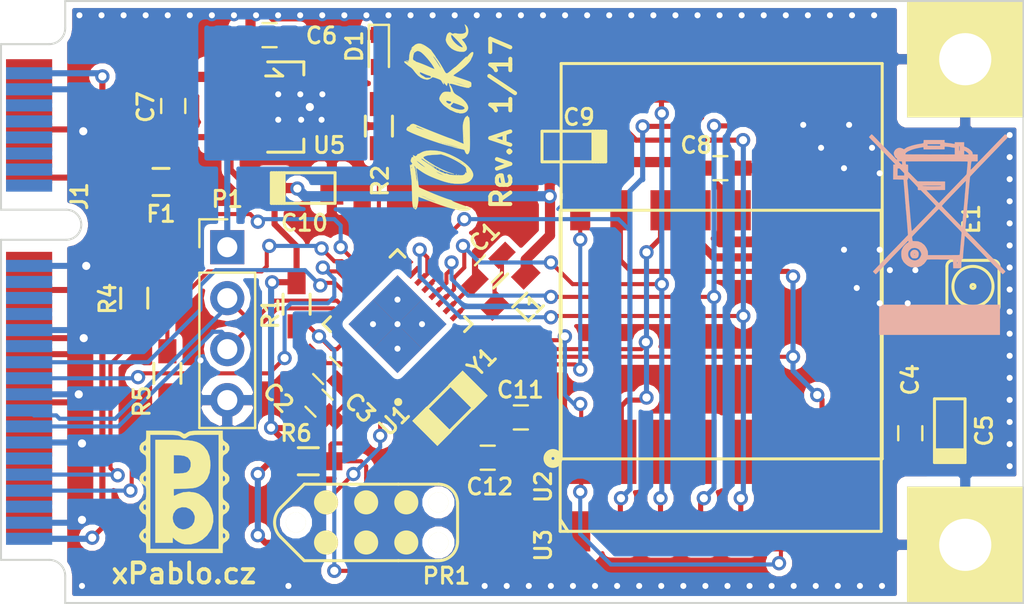
<source format=kicad_pcb>
(kicad_pcb (version 20171130) (host pcbnew 5.0.1-33cea8e~68~ubuntu16.04.1)

  (general
    (thickness 1)
    (drawings 16)
    (tracks 515)
    (zones 0)
    (modules 128)
    (nets 31)
  )

  (page A4)
  (title_block
    (title PCIeLoRa)
    (rev A)
    (company xPablo.cz)
  )

  (layers
    (0 F.Cu signal)
    (31 B.Cu signal)
    (32 B.Adhes user)
    (33 F.Adhes user)
    (34 B.Paste user)
    (35 F.Paste user)
    (36 B.SilkS user)
    (37 F.SilkS user)
    (38 B.Mask user)
    (39 F.Mask user)
    (40 Dwgs.User user)
    (41 Cmts.User user)
    (42 Eco1.User user)
    (43 Eco2.User user)
    (44 Edge.Cuts user)
  )

  (setup
    (last_trace_width 0.2032)
    (user_trace_width 0.254)
    (user_trace_width 0.3048)
    (user_trace_width 0.4064)
    (user_trace_width 0.508)
    (user_trace_width 0.6096)
    (user_trace_width 0.8128)
    (user_trace_width 1.016)
    (trace_clearance 0.15)
    (zone_clearance 0.254)
    (zone_45_only yes)
    (trace_min 0.2)
    (segment_width 0.15)
    (edge_width 0.1)
    (via_size 0.7112)
    (via_drill 0.4064)
    (via_min_size 0.4)
    (via_min_drill 0.3)
    (user_via 0.6096 0.3048)
    (user_via 0.7112 0.4064)
    (user_via 0.9144 0.6096)
    (uvia_size 0.3)
    (uvia_drill 0.1)
    (uvias_allowed no)
    (uvia_min_size 0.2)
    (uvia_min_drill 0.1)
    (pcb_text_width 0.3)
    (pcb_text_size 1.5 1.5)
    (mod_edge_width 0.15)
    (mod_text_size 1 1)
    (mod_text_width 0.15)
    (pad_size 0.6 0.6)
    (pad_drill 0.3)
    (pad_to_mask_clearance 0)
    (solder_mask_min_width 0.25)
    (aux_axis_origin 0 0)
    (visible_elements 7FFEFF7F)
    (pcbplotparams
      (layerselection 0x010f0_80000001)
      (usegerberextensions true)
      (usegerberattributes false)
      (usegerberadvancedattributes false)
      (creategerberjobfile false)
      (excludeedgelayer true)
      (linewidth 0.150000)
      (plotframeref false)
      (viasonmask false)
      (mode 1)
      (useauxorigin false)
      (hpglpennumber 1)
      (hpglpenspeed 20)
      (hpglpendiameter 15.000000)
      (psnegative false)
      (psa4output false)
      (plotreference true)
      (plotvalue true)
      (plotinvisibletext false)
      (padsonsilk false)
      (subtractmaskfromsilk false)
      (outputformat 1)
      (mirror false)
      (drillshape 0)
      (scaleselection 1)
      (outputdirectory "gerber/"))
  )

  (net 0 "")
  (net 1 GND)
  (net 2 +3V3)
  (net 3 "Net-(C1-Pad1)")
  (net 4 "Net-(C3-Pad1)")
  (net 5 /ANT)
  (net 6 /USB_N)
  (net 7 /USB_P)
  (net 8 "Net-(J1-Pad44)")
  (net 9 "Net-(J1-Pad46)")
  (net 10 /SCK)
  (net 11 /MISO)
  (net 12 /MOSI)
  (net 13 /NSS)
  (net 14 +5V)
  (net 15 /SWCLK)
  (net 16 /SWDIO)
  (net 17 /SCL)
  (net 18 /SDA)
  (net 19 /WLAN)
  (net 20 /WPAN)
  (net 21 /XTAL2)
  (net 22 /XTAL1)
  (net 23 "Net-(D1-Pad2)")
  (net 24 "Net-(F1-Pad2)")
  (net 25 "Net-(R2-Pad2)")
  (net 26 /RFM_DIOC)
  (net 27 /RFM_DIOB)
  (net 28 /RFM_DIOA)
  (net 29 /RES_RFM)
  (net 30 /RESET)

  (net_class Default "This is the default net class."
    (clearance 0.15)
    (trace_width 0.2032)
    (via_dia 0.7112)
    (via_drill 0.4064)
    (uvia_dia 0.3)
    (uvia_drill 0.1)
    (add_net +3V3)
    (add_net +5V)
    (add_net /ANT)
    (add_net /MISO)
    (add_net /MOSI)
    (add_net /NSS)
    (add_net /RESET)
    (add_net /RES_RFM)
    (add_net /RFM_DIOA)
    (add_net /RFM_DIOB)
    (add_net /RFM_DIOC)
    (add_net /SCK)
    (add_net /SCL)
    (add_net /SDA)
    (add_net /SWCLK)
    (add_net /SWDIO)
    (add_net /USB_N)
    (add_net /USB_P)
    (add_net /WLAN)
    (add_net /WPAN)
    (add_net /XTAL1)
    (add_net /XTAL2)
    (add_net GND)
    (add_net "Net-(C1-Pad1)")
    (add_net "Net-(C3-Pad1)")
    (add_net "Net-(D1-Pad2)")
    (add_net "Net-(F1-Pad2)")
    (add_net "Net-(J1-Pad44)")
    (add_net "Net-(J1-Pad46)")
    (add_net "Net-(R2-Pad2)")
  )

  (module xPablo:VIA-0.6mm (layer F.Cu) (tedit 5B76A9C4) (tstamp 58871FF3)
    (at 125.2855 84.3815)
    (attr virtual)
    (fp_text reference REF** (at 0.0254 2.032) (layer F.SilkS) hide
      (effects (font (size 1 1) (thickness 0.15)))
    )
    (fp_text value VIA-0.6mm (at 0.0254 -1.7526) (layer F.Fab) hide
      (effects (font (size 1 1) (thickness 0.15)))
    )
    (pad 1 thru_hole circle (at 0 0) (size 0.6 0.6) (drill 0.3) (layers *.Cu)
      (net 1 GND) (zone_connect 2))
  )

  (module xPablo:VIA-0.6mm (layer F.Cu) (tedit 5B76A9C4) (tstamp 588369E6)
    (at 129.667 95.621)
    (attr virtual)
    (fp_text reference REF** (at 0.0254 2.032) (layer F.SilkS) hide
      (effects (font (size 1 1) (thickness 0.15)))
    )
    (fp_text value VIA-0.6mm (at 0.0254 -1.7526) (layer F.Fab) hide
      (effects (font (size 1 1) (thickness 0.15)))
    )
    (pad 1 thru_hole circle (at 0 0) (size 0.6 0.6) (drill 0.3) (layers *.Cu)
      (net 1 GND) (zone_connect 2))
  )

  (module xPablo:VIA-0.6mm (layer F.Cu) (tedit 5B76A9C4) (tstamp 588369D6)
    (at 119.38 95.621)
    (attr virtual)
    (fp_text reference REF** (at 0.0254 2.032) (layer F.SilkS) hide
      (effects (font (size 1 1) (thickness 0.15)))
    )
    (fp_text value VIA-0.6mm (at 0.0254 -1.7526) (layer F.Fab) hide
      (effects (font (size 1 1) (thickness 0.15)))
    )
    (pad 1 thru_hole circle (at 0 0) (size 0.6 0.6) (drill 0.3) (layers *.Cu)
      (net 1 GND) (zone_connect 2))
  )

  (module xPablo:VIA-0.6mm (layer F.Cu) (tedit 5B76A9C4) (tstamp 588369B3)
    (at 159.246 95.621)
    (attr virtual)
    (fp_text reference REF** (at 0.0254 2.032) (layer F.SilkS) hide
      (effects (font (size 1 1) (thickness 0.15)))
    )
    (fp_text value VIA-0.6mm (at 0.0254 -1.7526) (layer F.Fab) hide
      (effects (font (size 1 1) (thickness 0.15)))
    )
    (pad 1 thru_hole circle (at 0 0) (size 0.6 0.6) (drill 0.3) (layers *.Cu)
      (net 1 GND) (zone_connect 2))
  )

  (module xPablo:VIA-0.6mm (layer F.Cu) (tedit 5B76A9C4) (tstamp 588369AF)
    (at 158.146 95.621)
    (attr virtual)
    (fp_text reference REF** (at 0.0254 2.032) (layer F.SilkS) hide
      (effects (font (size 1 1) (thickness 0.15)))
    )
    (fp_text value VIA-0.6mm (at 0.0254 -1.7526) (layer F.Fab) hide
      (effects (font (size 1 1) (thickness 0.15)))
    )
    (pad 1 thru_hole circle (at 0 0) (size 0.6 0.6) (drill 0.3) (layers *.Cu)
      (net 1 GND) (zone_connect 2))
  )

  (module xPablo:VIA-0.6mm (layer F.Cu) (tedit 5B76A9C4) (tstamp 588369AB)
    (at 157.046 95.621)
    (attr virtual)
    (fp_text reference REF** (at 0.0254 2.032) (layer F.SilkS) hide
      (effects (font (size 1 1) (thickness 0.15)))
    )
    (fp_text value VIA-0.6mm (at 0.0254 -1.7526) (layer F.Fab) hide
      (effects (font (size 1 1) (thickness 0.15)))
    )
    (pad 1 thru_hole circle (at 0 0) (size 0.6 0.6) (drill 0.3) (layers *.Cu)
      (net 1 GND) (zone_connect 2))
  )

  (module xPablo:VIA-0.6mm (layer F.Cu) (tedit 5B76A9C4) (tstamp 588369A7)
    (at 155.946 95.621)
    (attr virtual)
    (fp_text reference REF** (at 0.0254 2.032) (layer F.SilkS) hide
      (effects (font (size 1 1) (thickness 0.15)))
    )
    (fp_text value VIA-0.6mm (at 0.0254 -1.7526) (layer F.Fab) hide
      (effects (font (size 1 1) (thickness 0.15)))
    )
    (pad 1 thru_hole circle (at 0 0) (size 0.6 0.6) (drill 0.3) (layers *.Cu)
      (net 1 GND) (zone_connect 2))
  )

  (module xPablo:VIA-0.6mm (layer F.Cu) (tedit 5B76A9C4) (tstamp 588369A3)
    (at 154.846 95.621)
    (attr virtual)
    (fp_text reference REF** (at 0.0254 2.032) (layer F.SilkS) hide
      (effects (font (size 1 1) (thickness 0.15)))
    )
    (fp_text value VIA-0.6mm (at 0.0254 -1.7526) (layer F.Fab) hide
      (effects (font (size 1 1) (thickness 0.15)))
    )
    (pad 1 thru_hole circle (at 0 0) (size 0.6 0.6) (drill 0.3) (layers *.Cu)
      (net 1 GND) (zone_connect 2))
  )

  (module xPablo:VIA-0.6mm (layer F.Cu) (tedit 5B76A9C4) (tstamp 5883699F)
    (at 153.746 95.621)
    (attr virtual)
    (fp_text reference REF** (at 0.0254 2.032) (layer F.SilkS) hide
      (effects (font (size 1 1) (thickness 0.15)))
    )
    (fp_text value VIA-0.6mm (at 0.0254 -1.7526) (layer F.Fab) hide
      (effects (font (size 1 1) (thickness 0.15)))
    )
    (pad 1 thru_hole circle (at 0 0) (size 0.6 0.6) (drill 0.3) (layers *.Cu)
      (net 1 GND) (zone_connect 2))
  )

  (module xPablo:VIA-0.6mm (layer F.Cu) (tedit 5B76A9C4) (tstamp 5883699B)
    (at 152.646 95.621)
    (attr virtual)
    (fp_text reference REF** (at 0.0254 2.032) (layer F.SilkS) hide
      (effects (font (size 1 1) (thickness 0.15)))
    )
    (fp_text value VIA-0.6mm (at 0.0254 -1.7526) (layer F.Fab) hide
      (effects (font (size 1 1) (thickness 0.15)))
    )
    (pad 1 thru_hole circle (at 0 0) (size 0.6 0.6) (drill 0.3) (layers *.Cu)
      (net 1 GND) (zone_connect 2))
  )

  (module xPablo:VIA-0.6mm (layer F.Cu) (tedit 5B76A9C4) (tstamp 58836997)
    (at 151.546 95.621)
    (attr virtual)
    (fp_text reference REF** (at 0.0254 2.032) (layer F.SilkS) hide
      (effects (font (size 1 1) (thickness 0.15)))
    )
    (fp_text value VIA-0.6mm (at 0.0254 -1.7526) (layer F.Fab) hide
      (effects (font (size 1 1) (thickness 0.15)))
    )
    (pad 1 thru_hole circle (at 0 0) (size 0.6 0.6) (drill 0.3) (layers *.Cu)
      (net 1 GND) (zone_connect 2))
  )

  (module xPablo:VIA-0.6mm (layer F.Cu) (tedit 5B76A9C4) (tstamp 58836993)
    (at 150.446 95.621)
    (attr virtual)
    (fp_text reference REF** (at 0.0254 2.032) (layer F.SilkS) hide
      (effects (font (size 1 1) (thickness 0.15)))
    )
    (fp_text value VIA-0.6mm (at 0.0254 -1.7526) (layer F.Fab) hide
      (effects (font (size 1 1) (thickness 0.15)))
    )
    (pad 1 thru_hole circle (at 0 0) (size 0.6 0.6) (drill 0.3) (layers *.Cu)
      (net 1 GND) (zone_connect 2))
  )

  (module xPablo:VIA-0.6mm (layer F.Cu) (tedit 5B76A9C4) (tstamp 5883698F)
    (at 149.346 95.621)
    (attr virtual)
    (fp_text reference REF** (at 0.0254 2.032) (layer F.SilkS) hide
      (effects (font (size 1 1) (thickness 0.15)))
    )
    (fp_text value VIA-0.6mm (at 0.0254 -1.7526) (layer F.Fab) hide
      (effects (font (size 1 1) (thickness 0.15)))
    )
    (pad 1 thru_hole circle (at 0 0) (size 0.6 0.6) (drill 0.3) (layers *.Cu)
      (net 1 GND) (zone_connect 2))
  )

  (module xPablo:VIA-0.6mm (layer F.Cu) (tedit 5B76A9C4) (tstamp 5883698B)
    (at 148.246 95.621)
    (attr virtual)
    (fp_text reference REF** (at 0.0254 2.032) (layer F.SilkS) hide
      (effects (font (size 1 1) (thickness 0.15)))
    )
    (fp_text value VIA-0.6mm (at 0.0254 -1.7526) (layer F.Fab) hide
      (effects (font (size 1 1) (thickness 0.15)))
    )
    (pad 1 thru_hole circle (at 0 0) (size 0.6 0.6) (drill 0.3) (layers *.Cu)
      (net 1 GND) (zone_connect 2))
  )

  (module xPablo:VIA-0.6mm (layer F.Cu) (tedit 5B76A9C4) (tstamp 58836987)
    (at 147.146 95.621)
    (attr virtual)
    (fp_text reference REF** (at 0.0254 2.032) (layer F.SilkS) hide
      (effects (font (size 1 1) (thickness 0.15)))
    )
    (fp_text value VIA-0.6mm (at 0.0254 -1.7526) (layer F.Fab) hide
      (effects (font (size 1 1) (thickness 0.15)))
    )
    (pad 1 thru_hole circle (at 0 0) (size 0.6 0.6) (drill 0.3) (layers *.Cu)
      (net 1 GND) (zone_connect 2))
  )

  (module xPablo:VIA-0.6mm (layer F.Cu) (tedit 5B76A9C4) (tstamp 58836983)
    (at 146.046 95.621)
    (attr virtual)
    (fp_text reference REF** (at 0.0254 2.032) (layer F.SilkS) hide
      (effects (font (size 1 1) (thickness 0.15)))
    )
    (fp_text value VIA-0.6mm (at 0.0254 -1.7526) (layer F.Fab) hide
      (effects (font (size 1 1) (thickness 0.15)))
    )
    (pad 1 thru_hole circle (at 0 0) (size 0.6 0.6) (drill 0.3) (layers *.Cu)
      (net 1 GND) (zone_connect 2))
  )

  (module xPablo:VIA-0.6mm (layer F.Cu) (tedit 5B76A9C4) (tstamp 5883697F)
    (at 144.946 95.621)
    (attr virtual)
    (fp_text reference REF** (at 0.0254 2.032) (layer F.SilkS) hide
      (effects (font (size 1 1) (thickness 0.15)))
    )
    (fp_text value VIA-0.6mm (at 0.0254 -1.7526) (layer F.Fab) hide
      (effects (font (size 1 1) (thickness 0.15)))
    )
    (pad 1 thru_hole circle (at 0 0) (size 0.6 0.6) (drill 0.3) (layers *.Cu)
      (net 1 GND) (zone_connect 2))
  )

  (module xPablo:VIA-0.6mm (layer F.Cu) (tedit 5B76A9C4) (tstamp 5883697B)
    (at 143.846 95.621)
    (attr virtual)
    (fp_text reference REF** (at 0.0254 2.032) (layer F.SilkS) hide
      (effects (font (size 1 1) (thickness 0.15)))
    )
    (fp_text value VIA-0.6mm (at 0.0254 -1.7526) (layer F.Fab) hide
      (effects (font (size 1 1) (thickness 0.15)))
    )
    (pad 1 thru_hole circle (at 0 0) (size 0.6 0.6) (drill 0.3) (layers *.Cu)
      (net 1 GND) (zone_connect 2))
  )

  (module xPablo:VIA-0.6mm (layer F.Cu) (tedit 5B76A9C4) (tstamp 58836977)
    (at 142.746 95.621)
    (attr virtual)
    (fp_text reference REF** (at 0.0254 2.032) (layer F.SilkS) hide
      (effects (font (size 1 1) (thickness 0.15)))
    )
    (fp_text value VIA-0.6mm (at 0.0254 -1.7526) (layer F.Fab) hide
      (effects (font (size 1 1) (thickness 0.15)))
    )
    (pad 1 thru_hole circle (at 0 0) (size 0.6 0.6) (drill 0.3) (layers *.Cu)
      (net 1 GND) (zone_connect 2))
  )

  (module xPablo:VIA-0.6mm (layer F.Cu) (tedit 5B76A9C4) (tstamp 58836973)
    (at 141.646 95.621)
    (attr virtual)
    (fp_text reference REF** (at 0.0254 2.032) (layer F.SilkS) hide
      (effects (font (size 1 1) (thickness 0.15)))
    )
    (fp_text value VIA-0.6mm (at 0.0254 -1.7526) (layer F.Fab) hide
      (effects (font (size 1 1) (thickness 0.15)))
    )
    (pad 1 thru_hole circle (at 0 0) (size 0.6 0.6) (drill 0.3) (layers *.Cu)
      (net 1 GND) (zone_connect 2))
  )

  (module xPablo:VIA-0.6mm (layer F.Cu) (tedit 5B76A9C4) (tstamp 5883696F)
    (at 140.546 95.621)
    (attr virtual)
    (fp_text reference REF** (at 0.0254 2.032) (layer F.SilkS) hide
      (effects (font (size 1 1) (thickness 0.15)))
    )
    (fp_text value VIA-0.6mm (at 0.0254 -1.7526) (layer F.Fab) hide
      (effects (font (size 1 1) (thickness 0.15)))
    )
    (pad 1 thru_hole circle (at 0 0) (size 0.6 0.6) (drill 0.3) (layers *.Cu)
      (net 1 GND) (zone_connect 2))
  )

  (module xPablo:VIA-0.6mm (layer F.Cu) (tedit 5B76A9C4) (tstamp 5883695C)
    (at 139.446 95.621)
    (attr virtual)
    (fp_text reference REF** (at 0.0254 2.032) (layer F.SilkS) hide
      (effects (font (size 1 1) (thickness 0.15)))
    )
    (fp_text value VIA-0.6mm (at 0.0254 -1.7526) (layer F.Fab) hide
      (effects (font (size 1 1) (thickness 0.15)))
    )
    (pad 1 thru_hole circle (at 0 0) (size 0.6 0.6) (drill 0.3) (layers *.Cu)
      (net 1 GND) (zone_connect 2))
  )

  (module xPablo:VIA-0.6mm (layer F.Cu) (tedit 5B76A9C4) (tstamp 588368F2)
    (at 158.853 67.183)
    (attr virtual)
    (fp_text reference REF** (at 0.0254 2.032) (layer F.SilkS) hide
      (effects (font (size 1 1) (thickness 0.15)))
    )
    (fp_text value VIA-0.6mm (at 0.0254 -1.7526) (layer F.Fab) hide
      (effects (font (size 1 1) (thickness 0.15)))
    )
    (pad 1 thru_hole circle (at 0 0) (size 0.6 0.6) (drill 0.3) (layers *.Cu)
      (net 1 GND) (zone_connect 2))
  )

  (module xPablo:VIA-0.6mm (layer F.Cu) (tedit 5B76A9C4) (tstamp 588368EE)
    (at 157.753 67.183)
    (attr virtual)
    (fp_text reference REF** (at 0.0254 2.032) (layer F.SilkS) hide
      (effects (font (size 1 1) (thickness 0.15)))
    )
    (fp_text value VIA-0.6mm (at 0.0254 -1.7526) (layer F.Fab) hide
      (effects (font (size 1 1) (thickness 0.15)))
    )
    (pad 1 thru_hole circle (at 0 0) (size 0.6 0.6) (drill 0.3) (layers *.Cu)
      (net 1 GND) (zone_connect 2))
  )

  (module xPablo:VIA-0.6mm (layer F.Cu) (tedit 5B76A9C4) (tstamp 588368EA)
    (at 156.653 67.183)
    (attr virtual)
    (fp_text reference REF** (at 0.0254 2.032) (layer F.SilkS) hide
      (effects (font (size 1 1) (thickness 0.15)))
    )
    (fp_text value VIA-0.6mm (at 0.0254 -1.7526) (layer F.Fab) hide
      (effects (font (size 1 1) (thickness 0.15)))
    )
    (pad 1 thru_hole circle (at 0 0) (size 0.6 0.6) (drill 0.3) (layers *.Cu)
      (net 1 GND) (zone_connect 2))
  )

  (module xPablo:VIA-0.6mm (layer F.Cu) (tedit 5B76A9C4) (tstamp 588368E6)
    (at 155.553 67.183)
    (attr virtual)
    (fp_text reference REF** (at 0.0254 2.032) (layer F.SilkS) hide
      (effects (font (size 1 1) (thickness 0.15)))
    )
    (fp_text value VIA-0.6mm (at 0.0254 -1.7526) (layer F.Fab) hide
      (effects (font (size 1 1) (thickness 0.15)))
    )
    (pad 1 thru_hole circle (at 0 0) (size 0.6 0.6) (drill 0.3) (layers *.Cu)
      (net 1 GND) (zone_connect 2))
  )

  (module xPablo:VIA-0.6mm (layer F.Cu) (tedit 5B76A9C4) (tstamp 588368E2)
    (at 154.453 67.183)
    (attr virtual)
    (fp_text reference REF** (at 0.0254 2.032) (layer F.SilkS) hide
      (effects (font (size 1 1) (thickness 0.15)))
    )
    (fp_text value VIA-0.6mm (at 0.0254 -1.7526) (layer F.Fab) hide
      (effects (font (size 1 1) (thickness 0.15)))
    )
    (pad 1 thru_hole circle (at 0 0) (size 0.6 0.6) (drill 0.3) (layers *.Cu)
      (net 1 GND) (zone_connect 2))
  )

  (module xPablo:VIA-0.6mm (layer F.Cu) (tedit 5B76A9C4) (tstamp 588368DE)
    (at 153.353 67.183)
    (attr virtual)
    (fp_text reference REF** (at 0.0254 2.032) (layer F.SilkS) hide
      (effects (font (size 1 1) (thickness 0.15)))
    )
    (fp_text value VIA-0.6mm (at 0.0254 -1.7526) (layer F.Fab) hide
      (effects (font (size 1 1) (thickness 0.15)))
    )
    (pad 1 thru_hole circle (at 0 0) (size 0.6 0.6) (drill 0.3) (layers *.Cu)
      (net 1 GND) (zone_connect 2))
  )

  (module xPablo:VIA-0.6mm (layer F.Cu) (tedit 5B76A9C4) (tstamp 588368DA)
    (at 152.253 67.183)
    (attr virtual)
    (fp_text reference REF** (at 0.0254 2.032) (layer F.SilkS) hide
      (effects (font (size 1 1) (thickness 0.15)))
    )
    (fp_text value VIA-0.6mm (at 0.0254 -1.7526) (layer F.Fab) hide
      (effects (font (size 1 1) (thickness 0.15)))
    )
    (pad 1 thru_hole circle (at 0 0) (size 0.6 0.6) (drill 0.3) (layers *.Cu)
      (net 1 GND) (zone_connect 2))
  )

  (module xPablo:VIA-0.6mm (layer F.Cu) (tedit 5B76A9C4) (tstamp 588368D6)
    (at 151.153 67.183)
    (attr virtual)
    (fp_text reference REF** (at 0.0254 2.032) (layer F.SilkS) hide
      (effects (font (size 1 1) (thickness 0.15)))
    )
    (fp_text value VIA-0.6mm (at 0.0254 -1.7526) (layer F.Fab) hide
      (effects (font (size 1 1) (thickness 0.15)))
    )
    (pad 1 thru_hole circle (at 0 0) (size 0.6 0.6) (drill 0.3) (layers *.Cu)
      (net 1 GND) (zone_connect 2))
  )

  (module xPablo:VIA-0.6mm (layer F.Cu) (tedit 5B76A9C4) (tstamp 588368D2)
    (at 150.053 67.183)
    (attr virtual)
    (fp_text reference REF** (at 0.0254 2.032) (layer F.SilkS) hide
      (effects (font (size 1 1) (thickness 0.15)))
    )
    (fp_text value VIA-0.6mm (at 0.0254 -1.7526) (layer F.Fab) hide
      (effects (font (size 1 1) (thickness 0.15)))
    )
    (pad 1 thru_hole circle (at 0 0) (size 0.6 0.6) (drill 0.3) (layers *.Cu)
      (net 1 GND) (zone_connect 2))
  )

  (module xPablo:VIA-0.6mm (layer F.Cu) (tedit 5B76A9C4) (tstamp 588368CE)
    (at 148.953 67.183)
    (attr virtual)
    (fp_text reference REF** (at 0.0254 2.032) (layer F.SilkS) hide
      (effects (font (size 1 1) (thickness 0.15)))
    )
    (fp_text value VIA-0.6mm (at 0.0254 -1.7526) (layer F.Fab) hide
      (effects (font (size 1 1) (thickness 0.15)))
    )
    (pad 1 thru_hole circle (at 0 0) (size 0.6 0.6) (drill 0.3) (layers *.Cu)
      (net 1 GND) (zone_connect 2))
  )

  (module xPablo:VIA-0.6mm (layer F.Cu) (tedit 5B76A9C4) (tstamp 588368CA)
    (at 147.853 67.183)
    (attr virtual)
    (fp_text reference REF** (at 0.0254 2.032) (layer F.SilkS) hide
      (effects (font (size 1 1) (thickness 0.15)))
    )
    (fp_text value VIA-0.6mm (at 0.0254 -1.7526) (layer F.Fab) hide
      (effects (font (size 1 1) (thickness 0.15)))
    )
    (pad 1 thru_hole circle (at 0 0) (size 0.6 0.6) (drill 0.3) (layers *.Cu)
      (net 1 GND) (zone_connect 2))
  )

  (module xPablo:VIA-0.6mm (layer F.Cu) (tedit 5B76A9C4) (tstamp 588368C6)
    (at 146.753 67.183)
    (attr virtual)
    (fp_text reference REF** (at 0.0254 2.032) (layer F.SilkS) hide
      (effects (font (size 1 1) (thickness 0.15)))
    )
    (fp_text value VIA-0.6mm (at 0.0254 -1.7526) (layer F.Fab) hide
      (effects (font (size 1 1) (thickness 0.15)))
    )
    (pad 1 thru_hole circle (at 0 0) (size 0.6 0.6) (drill 0.3) (layers *.Cu)
      (net 1 GND) (zone_connect 2))
  )

  (module xPablo:VIA-0.6mm (layer F.Cu) (tedit 5B76A9C4) (tstamp 588368C2)
    (at 145.653 67.183)
    (attr virtual)
    (fp_text reference REF** (at 0.0254 2.032) (layer F.SilkS) hide
      (effects (font (size 1 1) (thickness 0.15)))
    )
    (fp_text value VIA-0.6mm (at 0.0254 -1.7526) (layer F.Fab) hide
      (effects (font (size 1 1) (thickness 0.15)))
    )
    (pad 1 thru_hole circle (at 0 0) (size 0.6 0.6) (drill 0.3) (layers *.Cu)
      (net 1 GND) (zone_connect 2))
  )

  (module xPablo:VIA-0.6mm (layer F.Cu) (tedit 5B76A9C4) (tstamp 588368BE)
    (at 144.553 67.183)
    (attr virtual)
    (fp_text reference REF** (at 0.0254 2.032) (layer F.SilkS) hide
      (effects (font (size 1 1) (thickness 0.15)))
    )
    (fp_text value VIA-0.6mm (at 0.0254 -1.7526) (layer F.Fab) hide
      (effects (font (size 1 1) (thickness 0.15)))
    )
    (pad 1 thru_hole circle (at 0 0) (size 0.6 0.6) (drill 0.3) (layers *.Cu)
      (net 1 GND) (zone_connect 2))
  )

  (module xPablo:VIA-0.6mm (layer F.Cu) (tedit 5B76A9C4) (tstamp 588368BA)
    (at 143.453 67.183)
    (attr virtual)
    (fp_text reference REF** (at 0.0254 2.032) (layer F.SilkS) hide
      (effects (font (size 1 1) (thickness 0.15)))
    )
    (fp_text value VIA-0.6mm (at 0.0254 -1.7526) (layer F.Fab) hide
      (effects (font (size 1 1) (thickness 0.15)))
    )
    (pad 1 thru_hole circle (at 0 0) (size 0.6 0.6) (drill 0.3) (layers *.Cu)
      (net 1 GND) (zone_connect 2))
  )

  (module xPablo:VIA-0.6mm (layer F.Cu) (tedit 5B76A9C4) (tstamp 588368B6)
    (at 142.353 67.183)
    (attr virtual)
    (fp_text reference REF** (at 0.0254 2.032) (layer F.SilkS) hide
      (effects (font (size 1 1) (thickness 0.15)))
    )
    (fp_text value VIA-0.6mm (at 0.0254 -1.7526) (layer F.Fab) hide
      (effects (font (size 1 1) (thickness 0.15)))
    )
    (pad 1 thru_hole circle (at 0 0) (size 0.6 0.6) (drill 0.3) (layers *.Cu)
      (net 1 GND) (zone_connect 2))
  )

  (module xPablo:VIA-0.6mm (layer F.Cu) (tedit 5B76A9C4) (tstamp 588368B2)
    (at 141.253 67.183)
    (attr virtual)
    (fp_text reference REF** (at 0.0254 2.032) (layer F.SilkS) hide
      (effects (font (size 1 1) (thickness 0.15)))
    )
    (fp_text value VIA-0.6mm (at 0.0254 -1.7526) (layer F.Fab) hide
      (effects (font (size 1 1) (thickness 0.15)))
    )
    (pad 1 thru_hole circle (at 0 0) (size 0.6 0.6) (drill 0.3) (layers *.Cu)
      (net 1 GND) (zone_connect 2))
  )

  (module xPablo:VIA-0.6mm (layer F.Cu) (tedit 5B76A9C4) (tstamp 588368AE)
    (at 140.153 67.183)
    (attr virtual)
    (fp_text reference REF** (at 0.0254 2.032) (layer F.SilkS) hide
      (effects (font (size 1 1) (thickness 0.15)))
    )
    (fp_text value VIA-0.6mm (at 0.0254 -1.7526) (layer F.Fab) hide
      (effects (font (size 1 1) (thickness 0.15)))
    )
    (pad 1 thru_hole circle (at 0 0) (size 0.6 0.6) (drill 0.3) (layers *.Cu)
      (net 1 GND) (zone_connect 2))
  )

  (module xPablo:VIA-0.6mm (layer F.Cu) (tedit 5B76A9C4) (tstamp 588368AA)
    (at 139.053 67.183)
    (attr virtual)
    (fp_text reference REF** (at 0.0254 2.032) (layer F.SilkS) hide
      (effects (font (size 1 1) (thickness 0.15)))
    )
    (fp_text value VIA-0.6mm (at 0.0254 -1.7526) (layer F.Fab) hide
      (effects (font (size 1 1) (thickness 0.15)))
    )
    (pad 1 thru_hole circle (at 0 0) (size 0.6 0.6) (drill 0.3) (layers *.Cu)
      (net 1 GND) (zone_connect 2))
  )

  (module xPablo:VIA-0.6mm (layer F.Cu) (tedit 5B76A9C4) (tstamp 588368A6)
    (at 137.953 67.183)
    (attr virtual)
    (fp_text reference REF** (at 0.0254 2.032) (layer F.SilkS) hide
      (effects (font (size 1 1) (thickness 0.15)))
    )
    (fp_text value VIA-0.6mm (at 0.0254 -1.7526) (layer F.Fab) hide
      (effects (font (size 1 1) (thickness 0.15)))
    )
    (pad 1 thru_hole circle (at 0 0) (size 0.6 0.6) (drill 0.3) (layers *.Cu)
      (net 1 GND) (zone_connect 2))
  )

  (module xPablo:VIA-0.6mm (layer F.Cu) (tedit 5B76A9C4) (tstamp 588368A2)
    (at 136.853 67.183)
    (attr virtual)
    (fp_text reference REF** (at 0.0254 2.032) (layer F.SilkS) hide
      (effects (font (size 1 1) (thickness 0.15)))
    )
    (fp_text value VIA-0.6mm (at 0.0254 -1.7526) (layer F.Fab) hide
      (effects (font (size 1 1) (thickness 0.15)))
    )
    (pad 1 thru_hole circle (at 0 0) (size 0.6 0.6) (drill 0.3) (layers *.Cu)
      (net 1 GND) (zone_connect 2))
  )

  (module xPablo:VIA-0.6mm (layer F.Cu) (tedit 5B76A9C4) (tstamp 5883689E)
    (at 135.753 67.183)
    (attr virtual)
    (fp_text reference REF** (at 0.0254 2.032) (layer F.SilkS) hide
      (effects (font (size 1 1) (thickness 0.15)))
    )
    (fp_text value VIA-0.6mm (at 0.0254 -1.7526) (layer F.Fab) hide
      (effects (font (size 1 1) (thickness 0.15)))
    )
    (pad 1 thru_hole circle (at 0 0) (size 0.6 0.6) (drill 0.3) (layers *.Cu)
      (net 1 GND) (zone_connect 2))
  )

  (module xPablo:VIA-0.6mm (layer F.Cu) (tedit 5B76A9C4) (tstamp 5883689A)
    (at 134.653 67.183)
    (attr virtual)
    (fp_text reference REF** (at 0.0254 2.032) (layer F.SilkS) hide
      (effects (font (size 1 1) (thickness 0.15)))
    )
    (fp_text value VIA-0.6mm (at 0.0254 -1.7526) (layer F.Fab) hide
      (effects (font (size 1 1) (thickness 0.15)))
    )
    (pad 1 thru_hole circle (at 0 0) (size 0.6 0.6) (drill 0.3) (layers *.Cu)
      (net 1 GND) (zone_connect 2))
  )

  (module xPablo:VIA-0.6mm (layer F.Cu) (tedit 5B76A9C4) (tstamp 58836896)
    (at 133.553 67.183)
    (attr virtual)
    (fp_text reference REF** (at 0.0254 2.032) (layer F.SilkS) hide
      (effects (font (size 1 1) (thickness 0.15)))
    )
    (fp_text value VIA-0.6mm (at 0.0254 -1.7526) (layer F.Fab) hide
      (effects (font (size 1 1) (thickness 0.15)))
    )
    (pad 1 thru_hole circle (at 0 0) (size 0.6 0.6) (drill 0.3) (layers *.Cu)
      (net 1 GND) (zone_connect 2))
  )

  (module xPablo:VIA-0.6mm (layer F.Cu) (tedit 5B76A9C4) (tstamp 58836892)
    (at 132.453 67.183)
    (attr virtual)
    (fp_text reference REF** (at 0.0254 2.032) (layer F.SilkS) hide
      (effects (font (size 1 1) (thickness 0.15)))
    )
    (fp_text value VIA-0.6mm (at 0.0254 -1.7526) (layer F.Fab) hide
      (effects (font (size 1 1) (thickness 0.15)))
    )
    (pad 1 thru_hole circle (at 0 0) (size 0.6 0.6) (drill 0.3) (layers *.Cu)
      (net 1 GND) (zone_connect 2))
  )

  (module xPablo:VIA-0.6mm (layer F.Cu) (tedit 5B76A9C4) (tstamp 5883688E)
    (at 131.353 67.183)
    (attr virtual)
    (fp_text reference REF** (at 0.0254 2.032) (layer F.SilkS) hide
      (effects (font (size 1 1) (thickness 0.15)))
    )
    (fp_text value VIA-0.6mm (at 0.0254 -1.7526) (layer F.Fab) hide
      (effects (font (size 1 1) (thickness 0.15)))
    )
    (pad 1 thru_hole circle (at 0 0) (size 0.6 0.6) (drill 0.3) (layers *.Cu)
      (net 1 GND) (zone_connect 2))
  )

  (module xPablo:VIA-0.6mm (layer F.Cu) (tedit 5B76A9C4) (tstamp 5883688A)
    (at 130.253 67.183)
    (attr virtual)
    (fp_text reference REF** (at 0.0254 2.032) (layer F.SilkS) hide
      (effects (font (size 1 1) (thickness 0.15)))
    )
    (fp_text value VIA-0.6mm (at 0.0254 -1.7526) (layer F.Fab) hide
      (effects (font (size 1 1) (thickness 0.15)))
    )
    (pad 1 thru_hole circle (at 0 0) (size 0.6 0.6) (drill 0.3) (layers *.Cu)
      (net 1 GND) (zone_connect 2))
  )

  (module xPablo:VIA-0.6mm (layer F.Cu) (tedit 5B76A9C4) (tstamp 58836886)
    (at 129.153 67.183)
    (attr virtual)
    (fp_text reference REF** (at 0.0254 2.032) (layer F.SilkS) hide
      (effects (font (size 1 1) (thickness 0.15)))
    )
    (fp_text value VIA-0.6mm (at 0.0254 -1.7526) (layer F.Fab) hide
      (effects (font (size 1 1) (thickness 0.15)))
    )
    (pad 1 thru_hole circle (at 0 0) (size 0.6 0.6) (drill 0.3) (layers *.Cu)
      (net 1 GND) (zone_connect 2))
  )

  (module xPablo:VIA-0.6mm (layer F.Cu) (tedit 5B76A9C4) (tstamp 58836882)
    (at 128.053 67.183)
    (attr virtual)
    (fp_text reference REF** (at 0.0254 2.032) (layer F.SilkS) hide
      (effects (font (size 1 1) (thickness 0.15)))
    )
    (fp_text value VIA-0.6mm (at 0.0254 -1.7526) (layer F.Fab) hide
      (effects (font (size 1 1) (thickness 0.15)))
    )
    (pad 1 thru_hole circle (at 0 0) (size 0.6 0.6) (drill 0.3) (layers *.Cu)
      (net 1 GND) (zone_connect 2))
  )

  (module xPablo:VIA-0.6mm (layer F.Cu) (tedit 5B76A9C4) (tstamp 5883687E)
    (at 126.953 67.183)
    (attr virtual)
    (fp_text reference REF** (at 0.0254 2.032) (layer F.SilkS) hide
      (effects (font (size 1 1) (thickness 0.15)))
    )
    (fp_text value VIA-0.6mm (at 0.0254 -1.7526) (layer F.Fab) hide
      (effects (font (size 1 1) (thickness 0.15)))
    )
    (pad 1 thru_hole circle (at 0 0) (size 0.6 0.6) (drill 0.3) (layers *.Cu)
      (net 1 GND) (zone_connect 2))
  )

  (module xPablo:VIA-0.6mm (layer F.Cu) (tedit 5B76A9C4) (tstamp 5883687A)
    (at 125.853 67.183)
    (attr virtual)
    (fp_text reference REF** (at 0.0254 2.032) (layer F.SilkS) hide
      (effects (font (size 1 1) (thickness 0.15)))
    )
    (fp_text value VIA-0.6mm (at 0.0254 -1.7526) (layer F.Fab) hide
      (effects (font (size 1 1) (thickness 0.15)))
    )
    (pad 1 thru_hole circle (at 0 0) (size 0.6 0.6) (drill 0.3) (layers *.Cu)
      (net 1 GND) (zone_connect 2))
  )

  (module xPablo:VIA-0.6mm (layer F.Cu) (tedit 5B76A9C4) (tstamp 58836876)
    (at 124.753 67.183)
    (attr virtual)
    (fp_text reference REF** (at 0.0254 2.032) (layer F.SilkS) hide
      (effects (font (size 1 1) (thickness 0.15)))
    )
    (fp_text value VIA-0.6mm (at 0.0254 -1.7526) (layer F.Fab) hide
      (effects (font (size 1 1) (thickness 0.15)))
    )
    (pad 1 thru_hole circle (at 0 0) (size 0.6 0.6) (drill 0.3) (layers *.Cu)
      (net 1 GND) (zone_connect 2))
  )

  (module xPablo:VIA-0.6mm (layer F.Cu) (tedit 5B76A9C4) (tstamp 58836872)
    (at 123.653 67.183)
    (attr virtual)
    (fp_text reference REF** (at 0.0254 2.032) (layer F.SilkS) hide
      (effects (font (size 1 1) (thickness 0.15)))
    )
    (fp_text value VIA-0.6mm (at 0.0254 -1.7526) (layer F.Fab) hide
      (effects (font (size 1 1) (thickness 0.15)))
    )
    (pad 1 thru_hole circle (at 0 0) (size 0.6 0.6) (drill 0.3) (layers *.Cu)
      (net 1 GND) (zone_connect 2))
  )

  (module xPablo:VIA-0.6mm (layer F.Cu) (tedit 5B76A9C4) (tstamp 5883686E)
    (at 122.553 67.183)
    (attr virtual)
    (fp_text reference REF** (at 0.0254 2.032) (layer F.SilkS) hide
      (effects (font (size 1 1) (thickness 0.15)))
    )
    (fp_text value VIA-0.6mm (at 0.0254 -1.7526) (layer F.Fab) hide
      (effects (font (size 1 1) (thickness 0.15)))
    )
    (pad 1 thru_hole circle (at 0 0) (size 0.6 0.6) (drill 0.3) (layers *.Cu)
      (net 1 GND) (zone_connect 2))
  )

  (module xPablo:VIA-0.6mm (layer F.Cu) (tedit 5B76A9C4) (tstamp 5883686A)
    (at 121.453 67.183)
    (attr virtual)
    (fp_text reference REF** (at 0.0254 2.032) (layer F.SilkS) hide
      (effects (font (size 1 1) (thickness 0.15)))
    )
    (fp_text value VIA-0.6mm (at 0.0254 -1.7526) (layer F.Fab) hide
      (effects (font (size 1 1) (thickness 0.15)))
    )
    (pad 1 thru_hole circle (at 0 0) (size 0.6 0.6) (drill 0.3) (layers *.Cu)
      (net 1 GND) (zone_connect 2))
  )

  (module xPablo:VIA-0.6mm (layer F.Cu) (tedit 5B76A9C4) (tstamp 58836866)
    (at 120.353 67.183)
    (attr virtual)
    (fp_text reference REF** (at 0.0254 2.032) (layer F.SilkS) hide
      (effects (font (size 1 1) (thickness 0.15)))
    )
    (fp_text value VIA-0.6mm (at 0.0254 -1.7526) (layer F.Fab) hide
      (effects (font (size 1 1) (thickness 0.15)))
    )
    (pad 1 thru_hole circle (at 0 0) (size 0.6 0.6) (drill 0.3) (layers *.Cu)
      (net 1 GND) (zone_connect 2))
  )

  (module xPablo:VIA-0.6mm (layer F.Cu) (tedit 5B76A9C4) (tstamp 58836852)
    (at 119.253 67.183)
    (attr virtual)
    (fp_text reference REF** (at 0.0254 2.032) (layer F.SilkS) hide
      (effects (font (size 1 1) (thickness 0.15)))
    )
    (fp_text value VIA-0.6mm (at 0.0254 -1.7526) (layer F.Fab) hide
      (effects (font (size 1 1) (thickness 0.15)))
    )
    (pad 1 thru_hole circle (at 0 0) (size 0.6 0.6) (drill 0.3) (layers *.Cu)
      (net 1 GND) (zone_connect 2))
  )

  (module xPablo:VIA-0.6mm (layer F.Cu) (tedit 5B76A9C4) (tstamp 58827370)
    (at 165.608 89.652)
    (attr virtual)
    (fp_text reference REF** (at 0.0254 2.032) (layer F.SilkS) hide
      (effects (font (size 1 1) (thickness 0.15)))
    )
    (fp_text value VIA-0.6mm (at 0.0254 -1.7526) (layer F.Fab) hide
      (effects (font (size 1 1) (thickness 0.15)))
    )
    (pad 1 thru_hole circle (at 0 0) (size 0.6 0.6) (drill 0.3) (layers *.Cu)
      (net 1 GND) (zone_connect 2))
  )

  (module xPablo:VIA-0.6mm (layer F.Cu) (tedit 5B76A9C4) (tstamp 5882736C)
    (at 165.608 88.552)
    (attr virtual)
    (fp_text reference REF** (at 0.0254 2.032) (layer F.SilkS) hide
      (effects (font (size 1 1) (thickness 0.15)))
    )
    (fp_text value VIA-0.6mm (at 0.0254 -1.7526) (layer F.Fab) hide
      (effects (font (size 1 1) (thickness 0.15)))
    )
    (pad 1 thru_hole circle (at 0 0) (size 0.6 0.6) (drill 0.3) (layers *.Cu)
      (net 1 GND) (zone_connect 2))
  )

  (module xPablo:VIA-0.6mm (layer F.Cu) (tedit 5B76A9C4) (tstamp 58827368)
    (at 165.608 87.452)
    (attr virtual)
    (fp_text reference REF** (at 0.0254 2.032) (layer F.SilkS) hide
      (effects (font (size 1 1) (thickness 0.15)))
    )
    (fp_text value VIA-0.6mm (at 0.0254 -1.7526) (layer F.Fab) hide
      (effects (font (size 1 1) (thickness 0.15)))
    )
    (pad 1 thru_hole circle (at 0 0) (size 0.6 0.6) (drill 0.3) (layers *.Cu)
      (net 1 GND) (zone_connect 2))
  )

  (module xPablo:VIA-0.6mm (layer F.Cu) (tedit 5B76A9C4) (tstamp 58827364)
    (at 165.608 86.352)
    (attr virtual)
    (fp_text reference REF** (at 0.0254 2.032) (layer F.SilkS) hide
      (effects (font (size 1 1) (thickness 0.15)))
    )
    (fp_text value VIA-0.6mm (at 0.0254 -1.7526) (layer F.Fab) hide
      (effects (font (size 1 1) (thickness 0.15)))
    )
    (pad 1 thru_hole circle (at 0 0) (size 0.6 0.6) (drill 0.3) (layers *.Cu)
      (net 1 GND) (zone_connect 2))
  )

  (module xPablo:VIA-0.6mm (layer F.Cu) (tedit 5B76A9C4) (tstamp 58827360)
    (at 165.608 85.252)
    (attr virtual)
    (fp_text reference REF** (at 0.0254 2.032) (layer F.SilkS) hide
      (effects (font (size 1 1) (thickness 0.15)))
    )
    (fp_text value VIA-0.6mm (at 0.0254 -1.7526) (layer F.Fab) hide
      (effects (font (size 1 1) (thickness 0.15)))
    )
    (pad 1 thru_hole circle (at 0 0) (size 0.6 0.6) (drill 0.3) (layers *.Cu)
      (net 1 GND) (zone_connect 2))
  )

  (module xPablo:VIA-0.6mm (layer F.Cu) (tedit 5B76A9C4) (tstamp 5882735C)
    (at 165.608 84.152)
    (attr virtual)
    (fp_text reference REF** (at 0.0254 2.032) (layer F.SilkS) hide
      (effects (font (size 1 1) (thickness 0.15)))
    )
    (fp_text value VIA-0.6mm (at 0.0254 -1.7526) (layer F.Fab) hide
      (effects (font (size 1 1) (thickness 0.15)))
    )
    (pad 1 thru_hole circle (at 0 0) (size 0.6 0.6) (drill 0.3) (layers *.Cu)
      (net 1 GND) (zone_connect 2))
  )

  (module xPablo:VIA-0.6mm (layer F.Cu) (tedit 5B76A9C4) (tstamp 58827358)
    (at 165.608 83.052)
    (attr virtual)
    (fp_text reference REF** (at 0.0254 2.032) (layer F.SilkS) hide
      (effects (font (size 1 1) (thickness 0.15)))
    )
    (fp_text value VIA-0.6mm (at 0.0254 -1.7526) (layer F.Fab) hide
      (effects (font (size 1 1) (thickness 0.15)))
    )
    (pad 1 thru_hole circle (at 0 0) (size 0.6 0.6) (drill 0.3) (layers *.Cu)
      (net 1 GND) (zone_connect 2))
  )

  (module xPablo:VIA-0.6mm (layer F.Cu) (tedit 5B76A9C4) (tstamp 58827354)
    (at 165.608 81.952)
    (attr virtual)
    (fp_text reference REF** (at 0.0254 2.032) (layer F.SilkS) hide
      (effects (font (size 1 1) (thickness 0.15)))
    )
    (fp_text value VIA-0.6mm (at 0.0254 -1.7526) (layer F.Fab) hide
      (effects (font (size 1 1) (thickness 0.15)))
    )
    (pad 1 thru_hole circle (at 0 0) (size 0.6 0.6) (drill 0.3) (layers *.Cu)
      (net 1 GND) (zone_connect 2))
  )

  (module xPablo:VIA-0.6mm (layer F.Cu) (tedit 5B76A9C4) (tstamp 58827350)
    (at 165.608 80.852)
    (attr virtual)
    (fp_text reference REF** (at 0.0254 2.032) (layer F.SilkS) hide
      (effects (font (size 1 1) (thickness 0.15)))
    )
    (fp_text value VIA-0.6mm (at 0.0254 -1.7526) (layer F.Fab) hide
      (effects (font (size 1 1) (thickness 0.15)))
    )
    (pad 1 thru_hole circle (at 0 0) (size 0.6 0.6) (drill 0.3) (layers *.Cu)
      (net 1 GND) (zone_connect 2))
  )

  (module xPablo:VIA-0.6mm (layer F.Cu) (tedit 5B76A9C4) (tstamp 5882734C)
    (at 165.608 79.752)
    (attr virtual)
    (fp_text reference REF** (at 0.0254 2.032) (layer F.SilkS) hide
      (effects (font (size 1 1) (thickness 0.15)))
    )
    (fp_text value VIA-0.6mm (at 0.0254 -1.7526) (layer F.Fab) hide
      (effects (font (size 1 1) (thickness 0.15)))
    )
    (pad 1 thru_hole circle (at 0 0) (size 0.6 0.6) (drill 0.3) (layers *.Cu)
      (net 1 GND) (zone_connect 2))
  )

  (module xPablo:VIA-0.6mm (layer F.Cu) (tedit 5B76A9C4) (tstamp 58827348)
    (at 165.608 78.652)
    (attr virtual)
    (fp_text reference REF** (at 0.0254 2.032) (layer F.SilkS) hide
      (effects (font (size 1 1) (thickness 0.15)))
    )
    (fp_text value VIA-0.6mm (at 0.0254 -1.7526) (layer F.Fab) hide
      (effects (font (size 1 1) (thickness 0.15)))
    )
    (pad 1 thru_hole circle (at 0 0) (size 0.6 0.6) (drill 0.3) (layers *.Cu)
      (net 1 GND) (zone_connect 2))
  )

  (module xPablo:VIA-0.6mm (layer F.Cu) (tedit 5B76A9C4) (tstamp 58827344)
    (at 165.608 77.552)
    (attr virtual)
    (fp_text reference REF** (at 0.0254 2.032) (layer F.SilkS) hide
      (effects (font (size 1 1) (thickness 0.15)))
    )
    (fp_text value VIA-0.6mm (at 0.0254 -1.7526) (layer F.Fab) hide
      (effects (font (size 1 1) (thickness 0.15)))
    )
    (pad 1 thru_hole circle (at 0 0) (size 0.6 0.6) (drill 0.3) (layers *.Cu)
      (net 1 GND) (zone_connect 2))
  )

  (module xPablo:VIA-0.6mm (layer F.Cu) (tedit 5B76A9C4) (tstamp 58827340)
    (at 165.608 76.452)
    (attr virtual)
    (fp_text reference REF** (at 0.0254 2.032) (layer F.SilkS) hide
      (effects (font (size 1 1) (thickness 0.15)))
    )
    (fp_text value VIA-0.6mm (at 0.0254 -1.7526) (layer F.Fab) hide
      (effects (font (size 1 1) (thickness 0.15)))
    )
    (pad 1 thru_hole circle (at 0 0) (size 0.6 0.6) (drill 0.3) (layers *.Cu)
      (net 1 GND) (zone_connect 2))
  )

  (module xPablo:VIA-0.6mm (layer F.Cu) (tedit 5B76A9C4) (tstamp 5882733C)
    (at 165.608 75.352)
    (attr virtual)
    (fp_text reference REF** (at 0.0254 2.032) (layer F.SilkS) hide
      (effects (font (size 1 1) (thickness 0.15)))
    )
    (fp_text value VIA-0.6mm (at 0.0254 -1.7526) (layer F.Fab) hide
      (effects (font (size 1 1) (thickness 0.15)))
    )
    (pad 1 thru_hole circle (at 0 0) (size 0.6 0.6) (drill 0.3) (layers *.Cu)
      (net 1 GND) (zone_connect 2))
  )

  (module xPablo:VIA-0.6mm (layer F.Cu) (tedit 5B76A9C4) (tstamp 58827338)
    (at 165.608 74.252)
    (attr virtual)
    (fp_text reference REF** (at 0.0254 2.032) (layer F.SilkS) hide
      (effects (font (size 1 1) (thickness 0.15)))
    )
    (fp_text value VIA-0.6mm (at 0.0254 -1.7526) (layer F.Fab) hide
      (effects (font (size 1 1) (thickness 0.15)))
    )
    (pad 1 thru_hole circle (at 0 0) (size 0.6 0.6) (drill 0.3) (layers *.Cu)
      (net 1 GND) (zone_connect 2))
  )

  (module xPablo:VIA-0.6mm (layer F.Cu) (tedit 5B76A9C4) (tstamp 58827265)
    (at 131.318 72.39)
    (attr virtual)
    (fp_text reference REF** (at 0.0254 2.032) (layer F.SilkS) hide
      (effects (font (size 1 1) (thickness 0.15)))
    )
    (fp_text value VIA-0.6mm (at 0.0254 -1.7526) (layer F.Fab) hide
      (effects (font (size 1 1) (thickness 0.15)))
    )
    (pad 1 thru_hole circle (at 0 0) (size 0.6 0.6) (drill 0.3) (layers *.Cu)
      (net 14 +5V) (zone_connect 2))
  )

  (module xPablo:VIA-0.6mm (layer F.Cu) (tedit 5B76A9C4) (tstamp 58827261)
    (at 130.302 72.39)
    (attr virtual)
    (fp_text reference REF** (at 0.0254 2.032) (layer F.SilkS) hide
      (effects (font (size 1 1) (thickness 0.15)))
    )
    (fp_text value VIA-0.6mm (at 0.0254 -1.7526) (layer F.Fab) hide
      (effects (font (size 1 1) (thickness 0.15)))
    )
    (pad 1 thru_hole circle (at 0 0) (size 0.6 0.6) (drill 0.3) (layers *.Cu)
      (net 14 +5V) (zone_connect 2))
  )

  (module xPablo:VIA-0.6mm (layer F.Cu) (tedit 5B76A9C4) (tstamp 5882725D)
    (at 129.159 72.39)
    (attr virtual)
    (fp_text reference REF** (at 0.0254 2.032) (layer F.SilkS) hide
      (effects (font (size 1 1) (thickness 0.15)))
    )
    (fp_text value VIA-0.6mm (at 0.0254 -1.7526) (layer F.Fab) hide
      (effects (font (size 1 1) (thickness 0.15)))
    )
    (pad 1 thru_hole circle (at 0 0) (size 0.6 0.6) (drill 0.3) (layers *.Cu)
      (net 14 +5V) (zone_connect 2))
  )

  (module xPablo:VIA-0.6mm (layer F.Cu) (tedit 5B76A9C4) (tstamp 58827255)
    (at 131.359 71.12)
    (attr virtual)
    (fp_text reference REF** (at 0.0254 2.032) (layer F.SilkS) hide
      (effects (font (size 1 1) (thickness 0.15)))
    )
    (fp_text value VIA-0.6mm (at 0.0254 -1.7526) (layer F.Fab) hide
      (effects (font (size 1 1) (thickness 0.15)))
    )
    (pad 1 thru_hole circle (at 0 0) (size 0.6 0.6) (drill 0.3) (layers *.Cu)
      (net 14 +5V) (zone_connect 2))
  )

  (module xPablo:VIA-0.6mm (layer F.Cu) (tedit 5B76A9C4) (tstamp 58827251)
    (at 130.259 71.12)
    (attr virtual)
    (fp_text reference REF** (at 0.0254 2.032) (layer F.SilkS) hide
      (effects (font (size 1 1) (thickness 0.15)))
    )
    (fp_text value VIA-0.6mm (at 0.0254 -1.7526) (layer F.Fab) hide
      (effects (font (size 1 1) (thickness 0.15)))
    )
    (pad 1 thru_hole circle (at 0 0) (size 0.6 0.6) (drill 0.3) (layers *.Cu)
      (net 14 +5V) (zone_connect 2))
  )

  (module xPablo:VIA-0.6mm (layer F.Cu) (tedit 5B76A9C4) (tstamp 58827234)
    (at 160.909 79.883)
    (attr virtual)
    (fp_text reference REF** (at 0.0254 2.032) (layer F.SilkS) hide
      (effects (font (size 1 1) (thickness 0.15)))
    )
    (fp_text value VIA-0.6mm (at 0.0254 -1.7526) (layer F.Fab) hide
      (effects (font (size 1 1) (thickness 0.15)))
    )
    (pad 1 thru_hole circle (at 0 0) (size 0.6 0.6) (drill 0.3) (layers *.Cu)
      (net 1 GND) (zone_connect 2))
  )

  (module xPablo:VIA-0.6mm (layer F.Cu) (tedit 5B76A9C4) (tstamp 5882722F)
    (at 160.528 81.534)
    (attr virtual)
    (fp_text reference REF** (at 0.0254 2.032) (layer F.SilkS) hide
      (effects (font (size 1 1) (thickness 0.15)))
    )
    (fp_text value VIA-0.6mm (at 0.0254 -1.7526) (layer F.Fab) hide
      (effects (font (size 1 1) (thickness 0.15)))
    )
    (pad 1 thru_hole circle (at 0 0) (size 0.6 0.6) (drill 0.3) (layers *.Cu)
      (net 1 GND) (zone_connect 2))
  )

  (module xPablo:VIA-0.6mm (layer F.Cu) (tedit 5B76A9C4) (tstamp 5882722A)
    (at 159.131 81.534)
    (attr virtual)
    (fp_text reference REF** (at 0.0254 2.032) (layer F.SilkS) hide
      (effects (font (size 1 1) (thickness 0.15)))
    )
    (fp_text value VIA-0.6mm (at 0.0254 -1.7526) (layer F.Fab) hide
      (effects (font (size 1 1) (thickness 0.15)))
    )
    (pad 1 thru_hole circle (at 0 0) (size 0.6 0.6) (drill 0.3) (layers *.Cu)
      (net 1 GND) (zone_connect 2))
  )

  (module xPablo:VIA-0.6mm (layer F.Cu) (tedit 5B76A9C4) (tstamp 58827225)
    (at 159.639 79.883)
    (attr virtual)
    (fp_text reference REF** (at 0.0254 2.032) (layer F.SilkS) hide
      (effects (font (size 1 1) (thickness 0.15)))
    )
    (fp_text value VIA-0.6mm (at 0.0254 -1.7526) (layer F.Fab) hide
      (effects (font (size 1 1) (thickness 0.15)))
    )
    (pad 1 thru_hole circle (at 0 0) (size 0.6 0.6) (drill 0.3) (layers *.Cu)
      (net 1 GND) (zone_connect 2))
  )

  (module xPablo:VIA-0.6mm (layer F.Cu) (tedit 5B76A9C4) (tstamp 58827220)
    (at 157.988 80.772)
    (attr virtual)
    (fp_text reference REF** (at 0.0254 2.032) (layer F.SilkS) hide
      (effects (font (size 1 1) (thickness 0.15)))
    )
    (fp_text value VIA-0.6mm (at 0.0254 -1.7526) (layer F.Fab) hide
      (effects (font (size 1 1) (thickness 0.15)))
    )
    (pad 1 thru_hole circle (at 0 0) (size 0.6 0.6) (drill 0.3) (layers *.Cu)
      (net 1 GND) (zone_connect 2))
  )

  (module xPablo:VIA-0.6mm (layer F.Cu) (tedit 5B76A9C4) (tstamp 5882721B)
    (at 159.131 78.867)
    (attr virtual)
    (fp_text reference REF** (at 0.0254 2.032) (layer F.SilkS) hide
      (effects (font (size 1 1) (thickness 0.15)))
    )
    (fp_text value VIA-0.6mm (at 0.0254 -1.7526) (layer F.Fab) hide
      (effects (font (size 1 1) (thickness 0.15)))
    )
    (pad 1 thru_hole circle (at 0 0) (size 0.6 0.6) (drill 0.3) (layers *.Cu)
      (net 1 GND) (zone_connect 2))
  )

  (module xPablo:VIA-0.6mm (layer F.Cu) (tedit 5B76A9C4) (tstamp 58827216)
    (at 157.353 78.867)
    (attr virtual)
    (fp_text reference REF** (at 0.0254 2.032) (layer F.SilkS) hide
      (effects (font (size 1 1) (thickness 0.15)))
    )
    (fp_text value VIA-0.6mm (at 0.0254 -1.7526) (layer F.Fab) hide
      (effects (font (size 1 1) (thickness 0.15)))
    )
    (pad 1 thru_hole circle (at 0 0) (size 0.6 0.6) (drill 0.3) (layers *.Cu)
      (net 1 GND) (zone_connect 2))
  )

  (module xPablo:VIA-0.6mm (layer F.Cu) (tedit 5B76A9C4) (tstamp 58827211)
    (at 159.131 75.057)
    (attr virtual)
    (fp_text reference REF** (at 0.0254 2.032) (layer F.SilkS) hide
      (effects (font (size 1 1) (thickness 0.15)))
    )
    (fp_text value VIA-0.6mm (at 0.0254 -1.7526) (layer F.Fab) hide
      (effects (font (size 1 1) (thickness 0.15)))
    )
    (pad 1 thru_hole circle (at 0 0) (size 0.6 0.6) (drill 0.3) (layers *.Cu)
      (net 1 GND) (zone_connect 2))
  )

  (module xPablo:VIA-0.6mm (layer F.Cu) (tedit 5B76A9C4) (tstamp 5882720C)
    (at 158.75 73.787)
    (attr virtual)
    (fp_text reference REF** (at 0.0254 2.032) (layer F.SilkS) hide
      (effects (font (size 1 1) (thickness 0.15)))
    )
    (fp_text value VIA-0.6mm (at 0.0254 -1.7526) (layer F.Fab) hide
      (effects (font (size 1 1) (thickness 0.15)))
    )
    (pad 1 thru_hole circle (at 0 0) (size 0.6 0.6) (drill 0.3) (layers *.Cu)
      (net 1 GND) (zone_connect 2))
  )

  (module xPablo:VIA-0.6mm (layer F.Cu) (tedit 5B76A9C4) (tstamp 58827207)
    (at 157.353 74.803)
    (attr virtual)
    (fp_text reference REF** (at 0.0254 2.032) (layer F.SilkS) hide
      (effects (font (size 1 1) (thickness 0.15)))
    )
    (fp_text value VIA-0.6mm (at 0.0254 -1.7526) (layer F.Fab) hide
      (effects (font (size 1 1) (thickness 0.15)))
    )
    (pad 1 thru_hole circle (at 0 0) (size 0.6 0.6) (drill 0.3) (layers *.Cu)
      (net 1 GND) (zone_connect 2))
  )

  (module xPablo:VIA-0.6mm (layer F.Cu) (tedit 5B76A9C4) (tstamp 58827202)
    (at 156.21 73.787)
    (attr virtual)
    (fp_text reference REF** (at 0.0254 2.032) (layer F.SilkS) hide
      (effects (font (size 1 1) (thickness 0.15)))
    )
    (fp_text value VIA-0.6mm (at 0.0254 -1.7526) (layer F.Fab) hide
      (effects (font (size 1 1) (thickness 0.15)))
    )
    (pad 1 thru_hole circle (at 0 0) (size 0.6 0.6) (drill 0.3) (layers *.Cu)
      (net 1 GND) (zone_connect 2))
  )

  (module xPablo:VIA-0.6mm (layer F.Cu) (tedit 5B76A9C4) (tstamp 588271FD)
    (at 157.607 72.644)
    (attr virtual)
    (fp_text reference REF** (at 0.0254 2.032) (layer F.SilkS) hide
      (effects (font (size 1 1) (thickness 0.15)))
    )
    (fp_text value VIA-0.6mm (at 0.0254 -1.7526) (layer F.Fab) hide
      (effects (font (size 1 1) (thickness 0.15)))
    )
    (pad 1 thru_hole circle (at 0 0) (size 0.6 0.6) (drill 0.3) (layers *.Cu)
      (net 1 GND) (zone_connect 2))
  )

  (module xPablo:VIA-0.6mm (layer F.Cu) (tedit 5B76A9C4) (tstamp 588271F8)
    (at 155.321 72.644)
    (attr virtual)
    (fp_text reference REF** (at 0.0254 2.032) (layer F.SilkS) hide
      (effects (font (size 1 1) (thickness 0.15)))
    )
    (fp_text value VIA-0.6mm (at 0.0254 -1.7526) (layer F.Fab) hide
      (effects (font (size 1 1) (thickness 0.15)))
    )
    (pad 1 thru_hole circle (at 0 0) (size 0.6 0.6) (drill 0.3) (layers *.Cu)
      (net 1 GND) (zone_connect 2))
  )

  (module xPablo:CT-A (layer F.Cu) (tedit 54F81BA0) (tstamp 587CC2D6)
    (at 162.6235 87.884 270)
    (path /587CE441)
    (attr smd)
    (fp_text reference C5 (at 0 -1.7145 270) (layer F.SilkS)
      (effects (font (size 0.8 0.8) (thickness 0.15)))
    )
    (fp_text value 47uF/6.3V (at 0 2.032 270) (layer F.Fab)
      (effects (font (size 1 1) (thickness 0.15)))
    )
    (fp_line (start -1.5875 -0.762) (end 1.5875 -0.762) (layer F.SilkS) (width 0.15))
    (fp_line (start -1.5875 0.762) (end 1.5875 0.762) (layer F.SilkS) (width 0.15))
    (fp_line (start -1.5875 -0.762) (end -1.5875 0.762) (layer F.SilkS) (width 0.15))
    (fp_line (start 1.5875 -0.762) (end 1.5875 0.762) (layer F.SilkS) (width 0.15))
    (fp_line (start 1.4605 -0.762) (end 1.4605 0.762) (layer F.SilkS) (width 0.15))
    (fp_line (start 1.3335 -0.762) (end 1.3335 0.762) (layer F.SilkS) (width 0.15))
    (fp_line (start 1.2065 -0.762) (end 1.2065 0.762) (layer F.SilkS) (width 0.15))
    (fp_line (start 1.0795 -0.762) (end 1.0795 0.762) (layer F.SilkS) (width 0.15))
    (fp_line (start 0.9525 -0.762) (end 0.9525 0.762) (layer F.SilkS) (width 0.15))
    (pad 2 smd rect (at -1.42748 0 90) (size 1.143 1.651) (layers F.Cu F.Paste F.Mask)
      (net 1 GND))
    (pad 1 smd rect (at 1.42748 0 90) (size 1.143 1.651) (layers F.Cu F.Paste F.Mask)
      (net 2 +3V3))
    (model ${KICADXPABLO}/xPablo.pretty/3D/c_tant_A.wrl
      (at (xyz 0 0 0))
      (scale (xyz 1 1 1))
      (rotate (xyz 0 0 0))
    )
  )

  (module xPablo:CT-A (layer F.Cu) (tedit 54F81BA0) (tstamp 587DAFC4)
    (at 143.891 73.7235)
    (path /587DB735)
    (attr smd)
    (fp_text reference C9 (at 0.254 -1.4605) (layer F.SilkS)
      (effects (font (size 0.8 0.8) (thickness 0.15)))
    )
    (fp_text value 47uF/6.3V (at 0 2.032) (layer F.Fab)
      (effects (font (size 1 1) (thickness 0.15)))
    )
    (fp_line (start -1.5875 -0.762) (end 1.5875 -0.762) (layer F.SilkS) (width 0.15))
    (fp_line (start -1.5875 0.762) (end 1.5875 0.762) (layer F.SilkS) (width 0.15))
    (fp_line (start -1.5875 -0.762) (end -1.5875 0.762) (layer F.SilkS) (width 0.15))
    (fp_line (start 1.5875 -0.762) (end 1.5875 0.762) (layer F.SilkS) (width 0.15))
    (fp_line (start 1.4605 -0.762) (end 1.4605 0.762) (layer F.SilkS) (width 0.15))
    (fp_line (start 1.3335 -0.762) (end 1.3335 0.762) (layer F.SilkS) (width 0.15))
    (fp_line (start 1.2065 -0.762) (end 1.2065 0.762) (layer F.SilkS) (width 0.15))
    (fp_line (start 1.0795 -0.762) (end 1.0795 0.762) (layer F.SilkS) (width 0.15))
    (fp_line (start 0.9525 -0.762) (end 0.9525 0.762) (layer F.SilkS) (width 0.15))
    (pad 2 smd rect (at -1.42748 0 180) (size 1.143 1.651) (layers F.Cu F.Paste F.Mask)
      (net 1 GND))
    (pad 1 smd rect (at 1.42748 0 180) (size 1.143 1.651) (layers F.Cu F.Paste F.Mask)
      (net 2 +3V3))
    (model ${KICADXPABLO}/xPablo.pretty/3D/c_tant_A.wrl
      (at (xyz 0 0 0))
      (scale (xyz 1 1 1))
      (rotate (xyz 0 0 0))
    )
  )

  (module xPablo:CT-A (layer F.Cu) (tedit 54F81BA0) (tstamp 587DF766)
    (at 130.4036 75.7936 180)
    (path /587E4528)
    (attr smd)
    (fp_text reference C10 (at -0.06096 -1.7399 180) (layer F.SilkS)
      (effects (font (size 0.8 0.8) (thickness 0.15)))
    )
    (fp_text value 47uF/6.3V (at 0 2.032 180) (layer F.Fab)
      (effects (font (size 1 1) (thickness 0.15)))
    )
    (fp_line (start -1.5875 -0.762) (end 1.5875 -0.762) (layer F.SilkS) (width 0.15))
    (fp_line (start -1.5875 0.762) (end 1.5875 0.762) (layer F.SilkS) (width 0.15))
    (fp_line (start -1.5875 -0.762) (end -1.5875 0.762) (layer F.SilkS) (width 0.15))
    (fp_line (start 1.5875 -0.762) (end 1.5875 0.762) (layer F.SilkS) (width 0.15))
    (fp_line (start 1.4605 -0.762) (end 1.4605 0.762) (layer F.SilkS) (width 0.15))
    (fp_line (start 1.3335 -0.762) (end 1.3335 0.762) (layer F.SilkS) (width 0.15))
    (fp_line (start 1.2065 -0.762) (end 1.2065 0.762) (layer F.SilkS) (width 0.15))
    (fp_line (start 1.0795 -0.762) (end 1.0795 0.762) (layer F.SilkS) (width 0.15))
    (fp_line (start 0.9525 -0.762) (end 0.9525 0.762) (layer F.SilkS) (width 0.15))
    (pad 2 smd rect (at -1.42748 0) (size 1.143 1.651) (layers F.Cu F.Paste F.Mask)
      (net 1 GND))
    (pad 1 smd rect (at 1.42748 0) (size 1.143 1.651) (layers F.Cu F.Paste F.Mask)
      (net 2 +3V3))
    (model ${KICADXPABLO}/xPablo.pretty/3D/c_tant_A.wrl
      (at (xyz 0 0 0))
      (scale (xyz 1 1 1))
      (rotate (xyz 0 0 0))
    )
  )

  (module xPablo:MF-PSMF020X (layer F.Cu) (tedit 5B62C7BE) (tstamp 587DF77E)
    (at 123.317 75.4888 180)
    (path /587DEC13)
    (fp_text reference F1 (at 0 -1.6002 180) (layer F.SilkS)
      (effects (font (size 0.8 0.8) (thickness 0.15)))
    )
    (fp_text value F_Small (at 0 1.778 180) (layer F.Fab)
      (effects (font (size 1 1) (thickness 0.15)))
    )
    (fp_line (start -0.4 -0.675) (end 0.4 -0.675) (layer F.SilkS) (width 0.15))
    (fp_line (start -0.4 0.675) (end 0.4 0.675) (layer F.SilkS) (width 0.15))
    (fp_line (start -1.85 -1) (end 1.85 -1) (layer F.CrtYd) (width 0.05))
    (fp_line (start -1.85 1) (end -1.85 -1) (layer F.CrtYd) (width 0.05))
    (fp_line (start 1.85 1) (end -1.85 1) (layer F.CrtYd) (width 0.05))
    (fp_line (start 1.85 -1) (end 1.85 1) (layer F.CrtYd) (width 0.05))
    (pad 2 smd rect (at 1.1 0 180) (size 1 1.5) (layers F.Cu F.Paste F.Mask)
      (net 24 "Net-(F1-Pad2)"))
    (pad 1 smd rect (at -1.1 0 180) (size 1 1.5) (layers F.Cu F.Paste F.Mask)
      (net 2 +3V3))
    (model ${KICADXPABLO}/xPablo.pretty/3D/PTC_Fuse.STEP
      (at (xyz 0 0 0))
      (scale (xyz 0.3 0.3 0.3))
      (rotate (xyz 0 0 0))
    )
  )

  (module xPablo:XT_FC-135 (layer F.Cu) (tedit 587DF62C) (tstamp 587DF78A)
    (at 137.7188 86.7664 225)
    (path /587DE1C7)
    (attr smd)
    (fp_text reference Y1 (at -2.765919 0.502894 225) (layer F.SilkS)
      (effects (font (size 0.8 0.8) (thickness 0.15)))
    )
    (fp_text value 32.768kHz (at 0 1.6 225) (layer F.Fab)
      (effects (font (size 1 1) (thickness 0.0508)))
    )
    (fp_arc (start 1.6 -0.8) (end 1.6 -0.5) (angle 90) (layer F.SilkS) (width 0.15))
    (fp_arc (start 1.6 0.8) (end 1.3 0.8) (angle 90) (layer F.SilkS) (width 0.15))
    (fp_arc (start -1.6 0.8) (end -1.6 0.5) (angle 90) (layer F.SilkS) (width 0.15))
    (fp_arc (start -1.6 -0.8) (end -1.3 -0.8) (angle 90) (layer F.SilkS) (width 0.15))
    (fp_line (start 1.6 -0.5) (end 1.6 0.5) (layer F.SilkS) (width 0.15))
    (fp_line (start 1.3 -0.8) (end -1.3 -0.8) (layer F.SilkS) (width 0.15))
    (fp_line (start -1.6 -0.5) (end -1.6 0.5) (layer F.SilkS) (width 0.15))
    (fp_line (start -1.3 0.8) (end 1.3 0.8) (layer F.SilkS) (width 0.15))
    (fp_line (start -1.5 -0.5) (end -1.5 0.5) (layer F.SilkS) (width 0.15))
    (fp_line (start 1.5 -0.5) (end 1.5 0.5) (layer F.SilkS) (width 0.15))
    (pad 2 smd rect (at 1.270001 0 225) (size 1.016 1.778) (layers F.Cu F.Paste F.SilkS F.Mask)
      (net 22 /XTAL1))
    (pad 1 smd rect (at -1.267461 0 225) (size 1.016 1.778) (layers F.Cu F.Paste F.SilkS F.Mask)
      (net 21 /XTAL2))
    (model ${KICADXPABLO}/xPablo.pretty/3D/ABS07L.wrl
      (at (xyz 0 0 0))
      (scale (xyz 1 1 1))
      (rotate (xyz 0 0 0))
    )
  )

  (module xPablo:PROG_6pin (layer F.Cu) (tedit 5B76A8F2) (tstamp 587E02F4)
    (at 133.5405 92.456)
    (path /587E0406)
    (attr virtual)
    (fp_text reference PR1 (at 4.0005 2.667) (layer F.SilkS)
      (effects (font (size 0.8 0.8) (thickness 0.15)))
    )
    (fp_text value Prog_xPablo_6pin_X (at 0 3) (layer F.Fab)
      (effects (font (size 1 1) (thickness 0.15)))
    )
    (fp_arc (start 3.6035 -0.9525) (end 3.6035 -1.905) (angle 90) (layer F.SilkS) (width 0.15))
    (fp_arc (start 3.6035 0.9525) (end 4.556 0.9525) (angle 90) (layer F.SilkS) (width 0.15))
    (fp_line (start 4.556 -0.9525) (end 4.556 0.9525) (layer F.SilkS) (width 0.15))
    (fp_arc (start -3.54 0) (end -4.2639 0.7239) (angle 90) (layer F.SilkS) (width 0.15))
    (fp_line (start -4.2639 -0.7239) (end -3.0828 -1.905) (layer F.SilkS) (width 0.15))
    (fp_line (start -4.2639 0.7239) (end -3.0828 1.905) (layer F.SilkS) (width 0.15))
    (fp_line (start 1.6035 -1.905) (end -3.0828 -1.905) (layer F.SilkS) (width 0.15))
    (fp_line (start 1.6035 1.905) (end -3.0828 1.905) (layer F.SilkS) (width 0.15))
    (fp_line (start 1.6035 1.905) (end 3.59232 1.905) (layer F.SilkS) (width 0.15))
    (fp_line (start 1.6035 -1.905) (end 3.60502 -1.905) (layer F.SilkS) (width 0.15))
    (pad 5 smd circle (at 2 1) (size 1.2 1.2) (layers F.Cu F.SilkS F.Mask)
      (net 1 GND))
    (pad 6 smd circle (at 2 -1) (size 1.2 1.2) (layers F.Cu F.SilkS F.Mask))
    (pad 4 smd circle (at 0 -1) (size 1.2 1.2) (layers F.Cu F.SilkS F.Mask)
      (net 15 /SWCLK))
    (pad 3 smd circle (at 0 1) (size 1.2 1.2) (layers F.Cu F.SilkS F.Mask)
      (net 30 /RESET))
    (pad 1 smd circle (at -2 1) (size 1.2 1.2) (layers F.Cu F.SilkS F.Mask)
      (net 2 +3V3))
    (pad "" np_thru_hole circle (at 3.6 1) (size 1 1) (drill 1) (layers *.Cu *.Mask F.SilkS))
    (pad "" np_thru_hole circle (at 3.6 -1) (size 1 1) (drill 1) (layers *.Cu *.Mask F.SilkS))
    (pad "" np_thru_hole circle (at -3.5 0) (size 1 1) (drill 1) (layers *.Cu *.Mask F.SilkS))
    (pad 2 smd circle (at -2 -1) (size 1.2 1.2) (layers F.Cu F.SilkS F.Mask)
      (net 16 /SWDIO))
  )

  (module logo:PBLogo_Tiny (layer F.Cu) (tedit 5B89596A) (tstamp 58806514)
    (at 124.46 90.932)
    (attr virtual)
    (fp_text reference G*** (at -0.0635 -4.064) (layer F.Fab) hide
      (effects (font (size 1.524 1.524) (thickness 0.3)))
    )
    (fp_text value LOGO (at 0.1905 4.191) (layer F.Fab) hide
      (effects (font (size 1.524 1.524) (thickness 0.3)))
    )
    (fp_text user xPablo.cz (at 0 4.064) (layer F.SilkS)
      (effects (font (size 1 1) (thickness 0.19)))
    )
    (fp_poly (pts (xy -0.156799 -2.586138) (xy 0.168706 -2.569867) (xy 0.424048 -2.538563) (xy 0.624782 -2.488799)
      (xy 0.786461 -2.417152) (xy 0.924638 -2.320195) (xy 1.007318 -2.243882) (xy 1.169938 -2.034739)
      (xy 1.270595 -1.7853) (xy 1.316296 -1.474743) (xy 1.3208 -1.312181) (xy 1.280433 -0.957327)
      (xy 1.161669 -0.658702) (xy 0.968013 -0.423277) (xy 0.820588 -0.317161) (xy 0.701432 -0.253466)
      (xy 0.585879 -0.211235) (xy 0.44648 -0.184951) (xy 0.255785 -0.169096) (xy 0.0381 -0.159878)
      (xy -0.508 -0.141161) (xy -0.508 0.031019) (xy -0.5042 0.146378) (xy -0.494896 0.202231)
      (xy -0.493342 0.2032) (xy -0.443523 0.182325) (xy -0.335112 0.12971) (xy -0.279401 0.1016)
      (xy -0.027825 0.020632) (xy 0.263953 -0.000552) (xy 0.554071 0.037924) (xy 0.742731 0.104568)
      (xy 1.014588 0.289624) (xy 1.228662 0.54231) (xy 1.378222 0.842415) (xy 1.456537 1.169726)
      (xy 1.456874 1.50403) (xy 1.372505 1.825117) (xy 1.339554 1.896675) (xy 1.155595 2.167706)
      (xy 0.914332 2.383843) (xy 0.635367 2.536037) (xy 0.338302 2.615238) (xy 0.04274 2.612399)
      (xy -0.119117 2.570024) (xy -0.28057 2.49254) (xy -0.421129 2.396875) (xy -0.436617 2.383075)
      (xy -0.5588 2.268289) (xy -0.5588 2.54) (xy -1.4224 2.54) (xy -1.4224 1.293581)
      (xy -0.564607 1.293581) (xy -0.528443 1.496039) (xy -0.428486 1.675418) (xy -0.273546 1.808953)
      (xy -0.072436 1.873877) (xy -0.036469 1.876379) (xy 0.069693 1.859518) (xy 0.210517 1.813997)
      (xy 0.229714 1.806208) (xy 0.404713 1.682016) (xy 0.515185 1.496809) (xy 0.547314 1.277609)
      (xy 0.538386 1.202513) (xy 0.45531 1.003237) (xy 0.306332 0.857987) (xy 0.115882 0.774283)
      (xy -0.091612 0.759644) (xy -0.291721 0.82159) (xy -0.410308 0.910492) (xy -0.528166 1.09081)
      (xy -0.564607 1.293581) (xy -1.4224 1.293581) (xy -1.4224 -1.8288) (xy -0.508 -1.8288)
      (xy -0.508 -0.9144) (xy -0.2413 -0.915149) (xy -0.060848 -0.927801) (xy 0.096718 -0.959106)
      (xy 0.1524 -0.979911) (xy 0.267892 -1.089853) (xy 0.333411 -1.257779) (xy 0.339658 -1.448569)
      (xy 0.307924 -1.567257) (xy 0.198552 -1.710521) (xy 0.010541 -1.797082) (xy -0.259897 -1.828606)
      (xy -0.286981 -1.8288) (xy -0.508 -1.8288) (xy -1.4224 -1.8288) (xy -1.4224 -2.5908)
      (xy -0.568021 -2.590801) (xy -0.156799 -2.586138)) (layer F.SilkS) (width 0.01))
    (fp_poly (pts (xy 1.9304 -2.802155) (xy 1.937676 -2.647455) (xy 1.96887 -2.560449) (xy 2.038025 -2.507709)
      (xy 2.058148 -2.498103) (xy 2.199515 -2.387648) (xy 2.264165 -2.239014) (xy 2.252099 -2.080637)
      (xy 2.163315 -1.940948) (xy 2.058148 -1.870698) (xy 1.993393 -1.834262) (xy 1.955244 -1.781856)
      (xy 1.93671 -1.688954) (xy 1.930802 -1.531027) (xy 1.9304 -1.4224) (xy 1.93267 -1.223632)
      (xy 1.944139 -1.101913) (xy 1.971798 -1.032716) (xy 2.022634 -0.991514) (xy 2.058148 -0.974103)
      (xy 2.19958 -0.863626) (xy 2.267567 -0.710677) (xy 2.249493 -0.545203) (xy 2.244102 -0.532652)
      (xy 2.152469 -0.412792) (xy 2.058148 -0.346698) (xy 1.989187 -0.30661) (xy 1.950825 -0.247717)
      (xy 1.934266 -0.142897) (xy 1.930715 0.034976) (xy 1.930721 0.046254) (xy 1.933952 0.228158)
      (xy 1.950178 0.337669) (xy 1.989853 0.403959) (xy 2.063429 0.456203) (xy 2.081297 0.46649)
      (xy 2.220999 0.592754) (xy 2.271016 0.750485) (xy 2.226085 0.920097) (xy 2.210226 0.946278)
      (xy 2.117899 1.049635) (xy 2.026826 1.104233) (xy 1.974569 1.131847) (xy 1.945213 1.19593)
      (xy 1.932593 1.319936) (xy 1.9304 1.47097) (xy 1.933557 1.655284) (xy 1.948731 1.764822)
      (xy 1.984477 1.826349) (xy 2.049348 1.866633) (xy 2.058148 1.870697) (xy 2.19958 1.981174)
      (xy 2.267567 2.134123) (xy 2.249493 2.299597) (xy 2.244102 2.312148) (xy 2.152469 2.432008)
      (xy 2.058148 2.498102) (xy 1.979485 2.547947) (xy 1.941659 2.625213) (xy 1.930627 2.763325)
      (xy 1.9304 2.802154) (xy 1.9304 3.048) (xy -1.8796 3.048) (xy -1.8796 2.794)
      (xy -1.890155 2.625978) (xy -1.923479 2.548122) (xy -1.946945 2.54) (xy -2.042867 2.498281)
      (xy -2.142637 2.397592) (xy -2.215899 2.27463) (xy -2.229613 2.215573) (xy -2.023361 2.215573)
      (xy -1.986453 2.30654) (xy -1.931995 2.3368) (xy -1.89521 2.292663) (xy -1.879605 2.186317)
      (xy -1.8796 2.1844) (xy -1.899686 2.071486) (xy -1.946593 2.03252) (xy -2.000297 2.078887)
      (xy -2.01363 2.1082) (xy -2.023361 2.215573) (xy -2.229613 2.215573) (xy -2.2352 2.191516)
      (xy -2.201434 2.086026) (xy -2.119931 1.966673) (xy -2.020386 1.869062) (xy -1.93271 1.8288)
      (xy -1.903967 1.781037) (xy -1.885424 1.649333) (xy -1.8796 1.4732) (xy -1.885427 1.272541)
      (xy -1.904677 1.1589) (xy -1.940004 1.118264) (xy -1.946945 1.1176) (xy -2.042867 1.075881)
      (xy -2.142637 0.975192) (xy -2.215899 0.85223) (xy -2.229613 0.793173) (xy -2.023361 0.793173)
      (xy -1.986453 0.88414) (xy -1.931995 0.9144) (xy -1.89521 0.870263) (xy -1.879605 0.763917)
      (xy -1.8796 0.762) (xy -1.899686 0.649086) (xy -1.946593 0.61012) (xy -2.000297 0.656487)
      (xy -2.01363 0.6858) (xy -2.023361 0.793173) (xy -2.229613 0.793173) (xy -2.2352 0.769116)
      (xy -2.201434 0.663626) (xy -2.119931 0.544273) (xy -2.020386 0.446662) (xy -1.93271 0.4064)
      (xy -1.903807 0.358744) (xy -1.885226 0.227787) (xy -1.8796 0.058954) (xy -1.882626 -0.127152)
      (xy -1.897257 -0.238173) (xy -1.931827 -0.300569) (xy -1.99467 -0.340803) (xy -2.007349 -0.346698)
      (xy -2.148716 -0.457153) (xy -2.213366 -0.605787) (xy -2.211581 -0.629227) (xy -2.023361 -0.629227)
      (xy -1.986453 -0.53826) (xy -1.931995 -0.508) (xy -1.89521 -0.552137) (xy -1.879605 -0.658483)
      (xy -1.8796 -0.6604) (xy -1.899686 -0.773314) (xy -1.946593 -0.81228) (xy -2.000297 -0.765913)
      (xy -2.01363 -0.7366) (xy -2.023361 -0.629227) (xy -2.211581 -0.629227) (xy -2.2013 -0.764164)
      (xy -2.112516 -0.903853) (xy -2.007349 -0.974103) (xy -1.942594 -1.010539) (xy -1.904445 -1.062945)
      (xy -1.885911 -1.155847) (xy -1.880003 -1.313774) (xy -1.8796 -1.4224) (xy -1.881871 -1.621169)
      (xy -1.89334 -1.742888) (xy -1.920999 -1.812085) (xy -1.971835 -1.853287) (xy -2.007349 -1.870698)
      (xy -2.148716 -1.981153) (xy -2.213366 -2.129787) (xy -2.208217 -2.197382) (xy -2.025434 -2.197382)
      (xy -2.01363 -2.1082) (xy -1.961573 -2.036302) (xy -1.910792 -2.052875) (xy -1.881311 -2.146535)
      (xy -1.8796 -2.1844) (xy -1.894774 -2.291398) (xy -1.931336 -2.336789) (xy -1.931995 -2.3368)
      (xy -1.99524 -2.294319) (xy -2.025434 -2.197382) (xy -2.208217 -2.197382) (xy -2.2013 -2.288164)
      (xy -2.112516 -2.427853) (xy -2.007349 -2.498103) (xy -1.928686 -2.547948) (xy -1.89086 -2.625214)
      (xy -1.879828 -2.763326) (xy -1.8796 -2.802155) (xy -1.8796 -2.8448) (xy -1.6764 -2.8448)
      (xy -1.6764 2.8448) (xy 1.7272 2.8448) (xy 1.7272 2.190227) (xy 1.9304 2.190227)
      (xy 1.954507 2.299426) (xy 2.006937 2.323356) (xy 2.057857 2.260058) (xy 2.072785 2.199586)
      (xy 2.052109 2.101539) (xy 2.009285 2.06546) (xy 1.952782 2.067202) (xy 1.931595 2.144358)
      (xy 1.9304 2.190227) (xy 1.7272 2.190227) (xy 1.7272 0.767827) (xy 1.9304 0.767827)
      (xy 1.954507 0.877026) (xy 2.006937 0.900956) (xy 2.057857 0.837658) (xy 2.072785 0.777186)
      (xy 2.052109 0.679139) (xy 2.009285 0.64306) (xy 1.952782 0.644802) (xy 1.931595 0.721958)
      (xy 1.9304 0.767827) (xy 1.7272 0.767827) (xy 1.7272 -0.6604) (xy 1.9304 -0.6604)
      (xy 1.947173 -0.543953) (xy 1.9939 -0.5207) (xy 2.043486 -0.581931) (xy 2.0574 -0.6604)
      (xy 2.033452 -0.760944) (xy 1.9939 -0.8001) (xy 1.945726 -0.773666) (xy 1.9304 -0.6604)
      (xy 1.7272 -0.6604) (xy 1.7272 -2.1844) (xy 1.9304 -2.1844) (xy 1.947173 -2.067953)
      (xy 1.9939 -2.0447) (xy 2.043486 -2.105931) (xy 2.0574 -2.1844) (xy 2.033452 -2.284944)
      (xy 1.9939 -2.3241) (xy 1.945726 -2.297666) (xy 1.9304 -2.1844) (xy 1.7272 -2.1844)
      (xy 1.7272 -2.8448) (xy 1.02285 -2.8448) (xy 0.736098 -2.843367) (xy 0.532069 -2.837534)
      (xy 0.39191 -2.825003) (xy 0.296766 -2.803477) (xy 0.227782 -2.770656) (xy 0.189338 -2.7432)
      (xy 0.074742 -2.664183) (xy -0.010794 -2.653974) (xy -0.112469 -2.712574) (xy -0.1524 -2.7432)
      (xy -0.214994 -2.783675) (xy -0.293864 -2.8116) (xy -0.407872 -2.829272) (xy -0.575877 -2.838986)
      (xy -0.816743 -2.843038) (xy -0.9779 -2.843671) (xy -1.6764 -2.8448) (xy -1.8796 -2.8448)
      (xy -1.8796 -3.048) (xy -1.0541 -3.046871) (xy -0.740331 -3.045262) (xy -0.511335 -3.040276)
      (xy -0.3503 -3.030194) (xy -0.240415 -3.013293) (xy -0.164867 -2.987853) (xy -0.106843 -2.952153)
      (xy -0.10343 -2.949552) (xy -0.012656 -2.8875) (xy 0.054245 -2.885337) (xy 0.148004 -2.943281)
      (xy 0.158412 -2.950682) (xy 0.22053 -2.987675) (xy 0.297844 -3.014022) (xy 0.407535 -3.031476)
      (xy 0.566785 -3.041789) (xy 0.792774 -3.046713) (xy 1.102685 -3.048) (xy 1.9304 -3.048)
      (xy 1.9304 -2.802155)) (layer F.SilkS) (width 0.01))
  )

  (module xPablo:VIA-0.6mm (layer F.Cu) (tedit 5B76A9C4) (tstamp 58823C13)
    (at 165.608 73.152)
    (attr virtual)
    (fp_text reference REF** (at 0.0254 2.032) (layer F.SilkS) hide
      (effects (font (size 1 1) (thickness 0.15)))
    )
    (fp_text value VIA-0.6mm (at 0.0254 -1.7526) (layer F.Fab) hide
      (effects (font (size 1 1) (thickness 0.15)))
    )
    (pad 1 thru_hole circle (at 0 0) (size 0.6 0.6) (drill 0.3) (layers *.Cu)
      (net 1 GND) (zone_connect 2))
  )

  (module xPablo:RFM92_95_96_98 (layer F.Cu) (tedit 58822757) (tstamp 587C6238)
    (at 144.2085 92.9005 90)
    (path /587B8BC7)
    (fp_text reference U3 (at -0.6985 -1.8415 90) (layer F.SilkS)
      (effects (font (size 0.8 0.8) (thickness 0.15)))
    )
    (fp_text value RFM95HW (at 8 2.5 90) (layer F.Fab)
      (effects (font (size 1 1) (thickness 0.15)))
    )
    (fp_line (start 16 -1) (end 0 -1) (layer F.SilkS) (width 0.15))
    (fp_line (start 16 15) (end 16 -1) (layer F.SilkS) (width 0.15))
    (fp_line (start 0 15) (end 16 15) (layer F.SilkS) (width 0.15))
    (fp_line (start 0 -1) (end 0 15) (layer F.SilkS) (width 0.15))
    (fp_line (start 0 -0.6096) (end 0.5842 -0.9906) (layer F.SilkS) (width 0.15))
    (pad 16 smd rect (at 16 0 90) (size 2 1) (layers F.Cu F.Paste F.Mask)
      (net 26 /RFM_DIOC))
    (pad 15 smd rect (at 16 2 90) (size 2 1) (layers F.Cu F.Paste F.Mask)
      (net 27 /RFM_DIOB))
    (pad 14 smd rect (at 16 4 90) (size 2 1) (layers F.Cu F.Paste F.Mask)
      (net 28 /RFM_DIOA))
    (pad 13 smd rect (at 16 6 90) (size 2 1) (layers F.Cu F.Paste F.Mask)
      (net 2 +3V3))
    (pad 12 smd rect (at 16 8 90) (size 2 1) (layers F.Cu F.Paste F.Mask))
    (pad 11 smd rect (at 16 10 90) (size 2 1) (layers F.Cu F.Paste F.Mask))
    (pad 10 smd rect (at 16 12 90) (size 2 1) (layers F.Cu F.Paste F.Mask)
      (net 1 GND))
    (pad 9 smd rect (at 16 14 90) (size 2 1) (layers F.Cu F.Paste F.Mask)
      (net 5 /ANT))
    (pad 8 smd rect (at 0 14 90) (size 2 1) (layers F.Cu F.Paste F.Mask)
      (net 1 GND))
    (pad 7 smd rect (at 0 12 90) (size 2 1) (layers F.Cu F.Paste F.Mask))
    (pad 6 smd rect (at 0 10 90) (size 2 1) (layers F.Cu F.Paste F.Mask)
      (net 29 /RES_RFM))
    (pad 5 smd rect (at 0 8 90) (size 2 1) (layers F.Cu F.Paste F.Mask)
      (net 13 /NSS))
    (pad 4 smd rect (at 0 6 90) (size 2 1) (layers F.Cu F.Paste F.Mask)
      (net 10 /SCK))
    (pad 3 smd rect (at 0 4 90) (size 2 1) (layers F.Cu F.Paste F.Mask)
      (net 12 /MOSI))
    (pad 2 smd rect (at 0 2 90) (size 2 1) (layers F.Cu F.Paste F.Mask)
      (net 11 /MISO))
    (pad 1 smd rect (at 0 0 90) (size 2 1) (layers F.Cu F.Paste F.Mask)
      (net 1 GND))
  )

  (module xPablo:RFM69HW (layer F.Cu) (tedit 5B62B8FA) (tstamp 587B9092)
    (at 151.257 79.4385 90)
    (path /587B8B72)
    (fp_text reference U2 (at -11.2395 -8.89 90) (layer F.SilkS)
      (effects (font (size 0.8 0.8) (thickness 0.15)))
    )
    (fp_text value RFM69HW (at -0.2286 -8.89 90) (layer F.Fab)
      (effects (font (size 1 1) (thickness 0.15)))
    )
    (fp_line (start -9.85 8) (end -9.85 -8) (layer F.SilkS) (width 0.15))
    (fp_line (start 9.85 8) (end -9.85 8) (layer F.SilkS) (width 0.15))
    (fp_line (start 9.85 -8) (end 9.85 8) (layer F.SilkS) (width 0.15))
    (fp_line (start -9.85 -8) (end 9.85 -8) (layer F.SilkS) (width 0.15))
    (fp_circle (center -9.8298 -8.4074) (end -9.779 -8.3566) (layer F.SilkS) (width 0.4))
    (pad 16 smd rect (at 9.5 -7 270) (size 3.2 1.5) (layers F.Cu F.Paste F.Mask))
    (pad 15 smd rect (at 9.5 -5 270) (size 3.2 1.5) (layers F.Cu F.Paste F.Mask)
      (net 13 /NSS))
    (pad 14 smd rect (at 9.5 -3 270) (size 3.2 1.5) (layers F.Cu F.Paste F.Mask)
      (net 12 /MOSI))
    (pad 13 smd rect (at 9.5 -1 270) (size 3.2 1.5) (layers F.Cu F.Paste F.Mask)
      (net 11 /MISO))
    (pad 12 smd rect (at 9.5 1 270) (size 3.2 1.5) (layers F.Cu F.Paste F.Mask)
      (net 10 /SCK))
    (pad 11 smd rect (at 9.5 3 270) (size 3.2 1.5) (layers F.Cu F.Paste F.Mask)
      (net 1 GND))
    (pad 10 smd rect (at 9.5 5 270) (size 3.2 1.5) (layers F.Cu F.Paste F.Mask)
      (net 5 /ANT))
    (pad 9 smd rect (at 9.5 7 270) (size 3.2 1.5) (layers F.Cu F.Paste F.Mask)
      (net 1 GND))
    (pad 8 smd rect (at -9.5 7 90) (size 3.2 1.5) (layers F.Cu F.Paste F.Mask)
      (net 2 +3V3))
    (pad 7 smd rect (at -9.5 5 90) (size 3.2 1.5) (layers F.Cu F.Paste F.Mask)
      (net 27 /RFM_DIOB))
    (pad 6 smd rect (at -9.5 3 90) (size 3.2 1.5) (layers F.Cu F.Paste F.Mask))
    (pad 5 smd rect (at -9.5 1 90) (size 3.2 1.5) (layers F.Cu F.Paste F.Mask))
    (pad 4 smd rect (at -9.5 -1 90) (size 3.2 1.5) (layers F.Cu F.Paste F.Mask))
    (pad 3 smd rect (at -9.5 -3 90) (size 3.2 1.5) (layers F.Cu F.Paste F.Mask))
    (pad 2 smd rect (at -9.5 -5 90) (size 3.2 1.5) (layers F.Cu F.Paste F.Mask)
      (net 28 /RFM_DIOA))
    (pad 1 smd rect (at -9.5 -7 90) (size 3.2 1.5) (layers F.Cu F.Paste F.Mask)
      (net 29 /RES_RFM))
    (model ${KICADXPABLO}/xPablo.pretty/3D/rfm69hw.wrl
      (at (xyz 0 0 0))
      (scale (xyz 0.395 0.395 0.395))
      (rotate (xyz 0 0 180))
    )
    (model Crystals.3dshapes/crystal_FA238-TSX3225.wrl
      (offset (xyz 8.432799873352051 -2.031999969482422 1.523999977111816))
      (scale (xyz 0.24 0.24 0.24))
      (rotate (xyz 0 0 90))
    )
    (model ${KISYS3DMOD}/Package_DFN_QFN.3dshapes/QFN-28-1EP_5x5mm_P0.5mm_EP3.35x3.35mm.step
      (offset (xyz -3.2 -4.2 0.8))
      (scale (xyz 1 1 1))
      (rotate (xyz 0 0 0))
    )
  )

  (module xPablo:coaxial_u.fl-r-smt-1 (layer F.Cu) (tedit 58822B5E) (tstamp 587C601F)
    (at 163.7792 80.6958 270)
    (descr "Ultra small surface mount coaxial connector, Hirose U.FL-R-SMT-1")
    (path /587C6B2E)
    (fp_text reference E1 (at -3.3528 0.0762 270) (layer F.SilkS)
      (effects (font (size 0.8 0.8) (thickness 0.15)))
    )
    (fp_text value ANT (at 0 2.7 270) (layer F.Fab)
      (effects (font (size 1 1) (thickness 0.15)))
    )
    (fp_arc (start -1 -1) (end -1.3 -1) (angle 90) (layer F.SilkS) (width 0.15))
    (fp_arc (start 1 -1) (end 1 -1.3) (angle 90) (layer F.SilkS) (width 0.15))
    (fp_arc (start 1 1) (end 1.3 1) (angle 90) (layer F.SilkS) (width 0.15))
    (fp_arc (start -1 1) (end -1 1.3) (angle 90) (layer F.SilkS) (width 0.15))
    (fp_line (start -1 -1.3) (end 1 -1.3) (layer F.SilkS) (width 0.15))
    (fp_line (start 1.3 -1) (end 1.3 1) (layer F.SilkS) (width 0.15))
    (fp_line (start 1 1.3) (end -1 1.3) (layer F.SilkS) (width 0.15))
    (fp_line (start -1.3 1) (end -1.3 -1) (layer F.SilkS) (width 0.15))
    (fp_circle (center 0 0) (end -1 0) (layer F.SilkS) (width 0.15))
    (fp_circle (center 0 0) (end -0.1 0) (layer F.SilkS) (width 0.15))
    (pad 1 smd rect (at 0 1.525 270) (size 1 1.05) (layers F.Cu F.Paste F.Mask)
      (net 5 /ANT) (solder_mask_margin 0.07) (solder_paste_margin -0.05))
    (pad 2 smd rect (at 1.475 0 270) (size 1.05 2.2) (layers F.Cu F.Paste F.Mask)
      (net 1 GND) (solder_mask_margin 0.07) (solder_paste_margin -0.05))
    (pad 2 smd rect (at -1.475 0 270) (size 1.05 2.2) (layers F.Cu F.Paste F.Mask)
      (net 1 GND) (solder_mask_margin 0.07) (solder_paste_margin -0.05))
    (model ${KICADXPABLO}/xPablo.pretty/3D/coaxial_u.fl-r-smt-1.wrl
      (at (xyz 0 0 0))
      (scale (xyz 1 1 1))
      (rotate (xyz 0 0 0))
    )
  )

  (module xPablo:PIN_ARRAY_1 locked (layer F.Cu) (tedit 58822BDB) (tstamp 58790D1D)
    (at 163.394 69.372)
    (descr "1 pin")
    (tags "CONN DEV")
    (path /5878BD10)
    (fp_text reference MOUNTING_HOLE1 (at 0.0381 -3.76936) (layer F.SilkS) hide
      (effects (font (size 1 1) (thickness 0.15)))
    )
    (fp_text value CONN_1 (at -0.02286 3.95224) (layer F.Fab)
      (effects (font (size 1 1) (thickness 0.15)))
    )
    (fp_line (start 1.27 -1.27) (end 1.27 1.27) (layer F.SilkS) (width 0.1524))
    (fp_line (start -1.27 1.27) (end -1.27 -1.27) (layer F.SilkS) (width 0.1524))
    (fp_line (start -1.27 -1.27) (end 1.27 -1.27) (layer F.SilkS) (width 0.1524))
    (fp_line (start 1.27 1.27) (end -1.27 1.27) (layer F.SilkS) (width 0.1524))
    (pad 1 thru_hole rect (at 0 0) (size 5.8 5.8) (drill 2.6) (layers *.Cu *.Mask F.SilkS)
      (net 1 GND) (solder_mask_margin 0.1524) (clearance 0.1524))
  )

  (module xPablo:PIN_ARRAY_1 locked (layer F.Cu) (tedit 58822BDB) (tstamp 58790D21)
    (at 163.394 93.572)
    (descr "1 pin")
    (tags "CONN DEV")
    (path /5878BE0B)
    (fp_text reference MOUNTING_HOLE2 (at 0.0381 -3.76936) (layer F.SilkS) hide
      (effects (font (size 1 1) (thickness 0.15)))
    )
    (fp_text value CONN_1 (at -0.02286 3.95224) (layer F.Fab)
      (effects (font (size 1 1) (thickness 0.15)))
    )
    (fp_line (start 1.27 -1.27) (end 1.27 1.27) (layer F.SilkS) (width 0.1524))
    (fp_line (start -1.27 1.27) (end -1.27 -1.27) (layer F.SilkS) (width 0.1524))
    (fp_line (start -1.27 -1.27) (end 1.27 -1.27) (layer F.SilkS) (width 0.1524))
    (fp_line (start 1.27 1.27) (end -1.27 1.27) (layer F.SilkS) (width 0.1524))
    (pad 1 thru_hole rect (at 0 0) (size 5.8 5.8) (drill 2.6) (layers *.Cu *.Mask F.SilkS)
      (net 1 GND) (solder_mask_margin 0.1524) (clearance 0.1524))
  )

  (module xPablo:VIA-0.6mm (layer F.Cu) (tedit 5B76A9C4) (tstamp 5882723D)
    (at 129.159 71.12)
    (attr virtual)
    (fp_text reference REF** (at 0.0254 2.032) (layer F.SilkS) hide
      (effects (font (size 1 1) (thickness 0.15)))
    )
    (fp_text value VIA-0.6mm (at 0.0254 -1.7526) (layer F.Fab) hide
      (effects (font (size 1 1) (thickness 0.15)))
    )
    (pad 1 thru_hole circle (at 0 0) (size 0.6 0.6) (drill 0.3) (layers *.Cu)
      (net 14 +5V) (zone_connect 2))
  )

  (module xPablo:miniPCIeConn locked (layer F.Cu) (tedit 5882260B) (tstamp 54A9144B)
    (at 116.744 77.622)
    (path /587B51C0)
    (fp_text reference J1 (at 2.509 -1.422 90) (layer F.SilkS)
      (effects (font (size 0.8 0.8) (thickness 0.15)))
    )
    (fp_text value PCIE-MINI (at -2.286 5.4102 90) (layer F.Fab)
      (effects (font (size 1 1) (thickness 0.15)))
    )
    (pad 52 smd rect (at 0 15.65) (size 2.3 0.6) (layers B.Cu B.Mask)
      (net 24 "Net-(F1-Pad2)") (solder_mask_margin 0.1) (clearance 0.1))
    (pad 50 smd rect (at 0 14.85) (size 2.3 0.6) (layers B.Cu B.Mask)
      (net 1 GND) (solder_mask_margin 0.1) (clearance 0.1))
    (pad 48 smd rect (at 0 14.05) (size 2.3 0.6) (layers B.Cu B.Mask)
      (solder_mask_margin 0.1) (clearance 0.1))
    (pad 46 smd rect (at 0 13.25) (size 2.3 0.6) (layers B.Cu B.Mask)
      (net 9 "Net-(J1-Pad46)") (solder_mask_margin 0.1) (clearance 0.1))
    (pad 44 smd rect (at 0 12.45) (size 2.3 0.6) (layers B.Cu B.Mask)
      (net 8 "Net-(J1-Pad44)") (solder_mask_margin 0.1) (clearance 0.1))
    (pad 42 smd rect (at 0 11.65) (size 2.3 0.6) (layers B.Cu B.Mask)
      (solder_mask_margin 0.1) (clearance 0.1))
    (pad 40 smd rect (at 0 10.85) (size 2.3 0.6) (layers B.Cu B.Mask)
      (net 1 GND) (solder_mask_margin 0.1) (clearance 0.1))
    (pad 38 smd rect (at 0 10.05) (size 2.3 0.6) (layers B.Cu B.Mask)
      (net 7 /USB_P) (solder_mask_margin 0.1) (clearance 0.1))
    (pad 36 smd rect (at 0 9.25) (size 2.3 0.6) (layers B.Cu B.Mask)
      (net 6 /USB_N) (solder_mask_margin 0.1) (clearance 0.1))
    (pad 34 smd rect (at 0 8.45) (size 2.3 0.6) (layers B.Cu B.Mask)
      (net 1 GND) (solder_mask_margin 0.1) (clearance 0.1))
    (pad 32 smd rect (at 0 7.65) (size 2.3 0.6) (layers B.Cu B.Mask)
      (net 18 /SDA) (solder_mask_margin 0.1) (clearance 0.1))
    (pad 30 smd rect (at 0 6.85) (size 2.3 0.6) (layers B.Cu B.Mask)
      (net 17 /SCL) (solder_mask_margin 0.1) (clearance 0.1))
    (pad 28 smd rect (at 0 6.05) (size 2.3 0.6) (layers B.Cu B.Mask)
      (solder_mask_margin 0.1) (clearance 0.1))
    (pad 26 smd rect (at 0 5.25) (size 2.3 0.6) (layers B.Cu B.Mask)
      (net 1 GND) (solder_mask_margin 0.1) (clearance 0.1))
    (pad 24 smd rect (at 0 4.45) (size 2.3 0.6) (layers B.Cu B.Mask)
      (solder_mask_margin 0.1) (clearance 0.1))
    (pad 22 smd rect (at 0 3.65) (size 2.3 0.6) (layers B.Cu B.Mask)
      (solder_mask_margin 0.1) (clearance 0.1))
    (pad 20 smd rect (at 0 2.85) (size 2.3 0.6) (layers B.Cu B.Mask)
      (solder_mask_margin 0.1) (clearance 0.1))
    (pad 18 smd rect (at 0 2.05) (size 2.3 0.6) (layers B.Cu B.Mask)
      (net 1 GND) (solder_mask_margin 0.1) (clearance 0.1))
    (pad 51 smd rect (at 0 15.25) (size 2.3 0.6) (layers F.Cu F.Mask)
      (solder_mask_margin 0.1) (clearance 0.1))
    (pad 49 smd rect (at 0 14.45) (size 2.3 0.6) (layers F.Cu F.Mask)
      (solder_mask_margin 0.1) (clearance 0.1))
    (pad 47 smd rect (at 0 13.65) (size 2.3 0.6) (layers F.Cu F.Mask)
      (solder_mask_margin 0.1) (clearance 0.1))
    (pad 45 smd rect (at 0 12.85) (size 2.3 0.6) (layers F.Cu F.Mask)
      (solder_mask_margin 0.1) (clearance 0.1))
    (pad 43 smd rect (at 0 12.05) (size 2.3 0.6) (layers F.Cu F.Mask)
      (solder_mask_margin 0.1) (clearance 0.1))
    (pad 41 smd rect (at 0 11.25) (size 2.3 0.6) (layers F.Cu F.Mask)
      (solder_mask_margin 0.1) (clearance 0.1))
    (pad 39 smd rect (at 0 10.45) (size 2.3 0.6) (layers F.Cu F.Mask)
      (solder_mask_margin 0.1) (clearance 0.1))
    (pad 37 smd rect (at 0 9.65) (size 2.3 0.6) (layers F.Cu F.Mask)
      (solder_mask_margin 0.1) (clearance 0.1))
    (pad 35 smd rect (at 0 8.85) (size 2.3 0.6) (layers F.Cu F.Mask)
      (net 1 GND) (solder_mask_margin 0.1) (clearance 0.1))
    (pad 33 smd rect (at 0 8.05) (size 2.3 0.6) (layers F.Cu F.Mask)
      (solder_mask_margin 0.1) (clearance 0.1))
    (pad 31 smd rect (at 0 7.25) (size 2.3 0.6) (layers F.Cu F.Mask)
      (solder_mask_margin 0.1) (clearance 0.1))
    (pad 29 smd rect (at 0 6.45) (size 2.3 0.6) (layers F.Cu F.Mask)
      (net 1 GND) (solder_mask_margin 0.1) (clearance 0.1))
    (pad 27 smd rect (at 0 5.65) (size 2.3 0.6) (layers F.Cu F.Mask)
      (net 1 GND) (solder_mask_margin 0.1) (clearance 0.1))
    (pad 25 smd rect (at 0 4.85) (size 2.3 0.6) (layers F.Cu F.Mask)
      (solder_mask_margin 0.1) (clearance 0.1))
    (pad 23 smd rect (at 0 4.05) (size 2.3 0.6) (layers F.Cu F.Mask)
      (solder_mask_margin 0.1) (clearance 0.1))
    (pad 21 smd rect (at 0 3.25) (size 2.3 0.6) (layers F.Cu F.Mask)
      (net 1 GND) (solder_mask_margin 0.1) (clearance 0.1))
    (pad 19 smd rect (at 0 2.45) (size 2.3 0.6) (layers F.Cu F.Mask)
      (solder_mask_margin 0.1) (clearance 0.1))
    (pad 16 smd rect (at 0 -1.95) (size 2.3 0.6) (layers B.Cu B.Mask)
      (solder_mask_margin 0.1) (clearance 0.1))
    (pad 14 smd rect (at 0 -2.75) (size 2.3 0.6) (layers B.Cu B.Mask)
      (solder_mask_margin 0.1) (clearance 0.1))
    (pad 12 smd rect (at 0 -3.55) (size 2.3 0.6) (layers B.Cu B.Mask)
      (solder_mask_margin 0.1) (clearance 0.1))
    (pad 10 smd rect (at 0 -4.35) (size 2.3 0.6) (layers B.Cu B.Mask)
      (solder_mask_margin 0.1) (clearance 0.1))
    (pad 8 smd rect (at 0 -5.15) (size 2.3 0.6) (layers B.Cu B.Mask)
      (solder_mask_margin 0.1) (clearance 0.1))
    (pad 6 smd rect (at 0 -5.95) (size 2.3 0.6) (layers B.Cu B.Mask)
      (solder_mask_margin 0.1) (clearance 0.1))
    (pad 4 smd rect (at 0 -6.75) (size 2.3 0.6) (layers B.Cu B.Mask)
      (net 1 GND) (solder_mask_margin 0.1) (clearance 0.1))
    (pad 17 smd rect (at 0 1.65) (size 2.3 0.6) (layers F.Cu F.Mask)
      (solder_mask_margin 0.1) (clearance 0.1))
    (pad 2 smd rect (at 0 -7.55) (size 2.3 0.6) (layers B.Cu B.Mask)
      (net 24 "Net-(F1-Pad2)") (solder_mask_margin 0.1) (clearance 0.1))
    (pad 15 smd rect (at 0 -2.35) (size 2.3 0.6) (layers F.Cu F.Mask)
      (net 1 GND) (solder_mask_margin 0.1) (clearance 0.1))
    (pad 13 smd rect (at 0 -3.15) (size 2.3 0.6) (layers F.Cu F.Mask)
      (solder_mask_margin 0.1) (clearance 0.1))
    (pad 11 smd rect (at 0 -3.95) (size 2.3 0.6) (layers F.Cu F.Mask)
      (solder_mask_margin 0.1) (clearance 0.1))
    (pad 9 smd rect (at 0 -4.75) (size 2.3 0.6) (layers F.Cu F.Mask)
      (net 1 GND) (solder_mask_margin 0.1) (clearance 0.1))
    (pad 7 smd rect (at 0 -5.55) (size 2.3 0.6) (layers F.Cu F.Mask)
      (solder_mask_margin 0.1) (clearance 0.1))
    (pad 5 smd rect (at 0 -6.35) (size 2.3 0.6) (layers F.Cu F.Mask)
      (solder_mask_margin 0.1) (clearance 0.1))
    (pad 3 smd rect (at 0 -7.15) (size 2.3 0.6) (layers F.Cu F.Mask)
      (solder_mask_margin 0.1) (clearance 0.1))
    (pad 1 smd rect (at 0 -7.95) (size 2.3 0.6) (layers F.Cu F.Mask)
      (solder_mask_margin 0.1) (clearance 0.1))
  )

  (module xPablo:QFN-32-1EP_5x5mm_Pitch0.5mm (layer F.Cu) (tedit 58823617) (tstamp 58828B06)
    (at 135.1026 82.5754 135)
    (descr "UH Package; 32-Lead Plastic QFN (5mm x 5mm); (see Linear Technology QFN_32_05-08-1693.pdf)")
    (tags "QFN 0.5")
    (path /58790BA6)
    (attr smd)
    (fp_text reference U1 (at -3.277793 -3.51128 225) (layer F.SilkS)
      (effects (font (size 0.8 0.8) (thickness 0.15)))
    )
    (fp_text value ATSAMD21E (at 0 3.749999 135) (layer F.Fab)
      (effects (font (size 1 1) (thickness 0.15)))
    )
    (fp_line (start 2.625 -2.625) (end 2.1 -2.625) (layer F.SilkS) (width 0.15))
    (fp_line (start 2.625 2.625) (end 2.1 2.625) (layer F.SilkS) (width 0.15))
    (fp_line (start -2.625 2.625) (end -2.1 2.625) (layer F.SilkS) (width 0.15))
    (fp_line (start 2.625 2.625) (end 2.625 2.1) (layer F.SilkS) (width 0.15))
    (fp_line (start -2.625 2.625) (end -2.625 2.1) (layer F.SilkS) (width 0.15))
    (fp_line (start 2.625 -2.625) (end 2.625 -2.1) (layer F.SilkS) (width 0.15))
    (fp_line (start -3 3) (end 3 3) (layer F.CrtYd) (width 0.05))
    (fp_line (start -3 -3) (end 3 -3) (layer F.CrtYd) (width 0.05))
    (fp_line (start 3 -3) (end 3 3) (layer F.CrtYd) (width 0.05))
    (fp_line (start -3 -3) (end -3 3) (layer F.CrtYd) (width 0.05))
    (fp_line (start -2.5 -1.5) (end -1.5 -2.5) (layer F.Fab) (width 0.15))
    (fp_line (start -2.5 2.5) (end -2.5 -1.5) (layer F.Fab) (width 0.15))
    (fp_line (start 2.5 2.5) (end -2.5 2.5) (layer F.Fab) (width 0.15))
    (fp_line (start 2.5 -2.5) (end 2.5 2.5) (layer F.Fab) (width 0.15))
    (fp_line (start -1.5 -2.5) (end 2.5 -2.5) (layer F.Fab) (width 0.15))
    (fp_circle (center -2.7686 -2.7178) (end -2.667 -2.7178) (layer F.SilkS) (width 0.2))
    (pad 33 thru_hole circle (at 0 0 135) (size 0.6 0.6) (drill 0.3) (layers *.Cu))
    (pad 33 thru_hole circle (at 0.8636 0.8636 135) (size 0.6 0.6) (drill 0.3) (layers *.Cu))
    (pad 33 thru_hole circle (at -0.8636 0.8636 135) (size 0.6 0.6) (drill 0.3) (layers *.Cu))
    (pad 33 thru_hole circle (at 0.8636 -0.8636 135) (size 0.6 0.6) (drill 0.3) (layers *.Cu))
    (pad 33 thru_hole circle (at -0.8636 -0.8636 135) (size 0.6 0.6) (drill 0.3) (layers *.Cu))
    (pad 33 smd rect (at 0.8636 0.8636 135) (size 1.725 1.725) (layers B.Cu))
    (pad 33 smd rect (at -0.8636 0.8636 135) (size 1.725 1.725) (layers B.Cu))
    (pad 33 smd rect (at 0.8636 -0.8636 135) (size 1.725 1.725) (layers B.Cu))
    (pad 33 smd rect (at -0.8636 -0.8636 135) (size 1.725 1.725) (layers B.Cu))
    (pad 33 smd rect (at -0.8625 -0.8625 135) (size 1.725 1.725) (layers F.Cu F.Paste F.Mask)
      (solder_paste_margin_ratio -0.2))
    (pad 33 smd rect (at -0.8625 0.8625 135) (size 1.725 1.725) (layers F.Cu F.Paste F.Mask)
      (solder_paste_margin_ratio -0.2))
    (pad 33 smd rect (at 0.8625 -0.8625 135) (size 1.725 1.725) (layers F.Cu F.Paste F.Mask)
      (solder_paste_margin_ratio -0.2))
    (pad 33 smd rect (at 0.8625 0.8625 135) (size 1.725 1.725) (layers F.Cu F.Paste F.Mask)
      (solder_paste_margin_ratio -0.2))
    (pad 32 smd rect (at -1.75 -2.4 225) (size 0.7 0.25) (layers F.Cu F.Paste F.Mask)
      (net 16 /SWDIO))
    (pad 31 smd rect (at -1.25 -2.4 225) (size 0.7 0.25) (layers F.Cu F.Paste F.Mask)
      (net 15 /SWCLK))
    (pad 30 smd rect (at -0.75 -2.4 225) (size 0.7 0.25) (layers F.Cu F.Paste F.Mask)
      (net 2 +3V3))
    (pad 29 smd rect (at -0.25 -2.4 225) (size 0.7 0.25) (layers F.Cu F.Paste F.Mask)
      (net 4 "Net-(C3-Pad1)"))
    (pad 28 smd rect (at 0.25 -2.4 225) (size 0.7 0.25) (layers F.Cu F.Paste F.Mask)
      (net 1 GND))
    (pad 27 smd rect (at 0.75 -2.4 225) (size 0.7 0.25) (layers F.Cu F.Paste F.Mask))
    (pad 26 smd rect (at 1.25 -2.4 225) (size 0.7 0.25) (layers F.Cu F.Paste F.Mask)
      (net 30 /RESET))
    (pad 25 smd rect (at 1.75 -2.4 225) (size 0.7 0.25) (layers F.Cu F.Paste F.Mask))
    (pad 24 smd rect (at 2.4 -1.75 135) (size 0.7 0.25) (layers F.Cu F.Paste F.Mask)
      (net 7 /USB_P))
    (pad 23 smd rect (at 2.4 -1.25 135) (size 0.7 0.25) (layers F.Cu F.Paste F.Mask)
      (net 6 /USB_N))
    (pad 22 smd rect (at 2.4 -0.75 135) (size 0.7 0.25) (layers F.Cu F.Paste F.Mask)
      (net 17 /SCL))
    (pad 21 smd rect (at 2.4 -0.25 135) (size 0.7 0.25) (layers F.Cu F.Paste F.Mask)
      (net 18 /SDA))
    (pad 20 smd rect (at 2.4 0.25 135) (size 0.7 0.25) (layers F.Cu F.Paste F.Mask)
      (net 20 /WPAN))
    (pad 19 smd rect (at 2.4 0.75 135) (size 0.7 0.25) (layers F.Cu F.Paste F.Mask)
      (net 19 /WLAN))
    (pad 18 smd rect (at 2.4 1.25 135) (size 0.7 0.25) (layers F.Cu F.Paste F.Mask)
      (net 25 "Net-(R2-Pad2)"))
    (pad 17 smd rect (at 2.4 1.75 135) (size 0.7 0.25) (layers F.Cu F.Paste F.Mask))
    (pad 16 smd rect (at 1.75 2.4 225) (size 0.7 0.25) (layers F.Cu F.Paste F.Mask))
    (pad 15 smd rect (at 1.25 2.4 225) (size 0.7 0.25) (layers F.Cu F.Paste F.Mask))
    (pad 14 smd rect (at 0.75 2.4 225) (size 0.7 0.25) (layers F.Cu F.Paste F.Mask)
      (net 13 /NSS))
    (pad 13 smd rect (at 0.25 2.4 225) (size 0.7 0.25) (layers F.Cu F.Paste F.Mask)
      (net 11 /MISO))
    (pad 12 smd rect (at -0.25 2.4 225) (size 0.7 0.25) (layers F.Cu F.Paste F.Mask)
      (net 10 /SCK))
    (pad 11 smd rect (at -0.75 2.4 225) (size 0.7 0.25) (layers F.Cu F.Paste F.Mask)
      (net 12 /MOSI))
    (pad 10 smd rect (at -1.25 2.4 225) (size 0.7 0.25) (layers F.Cu F.Paste F.Mask)
      (net 1 GND))
    (pad 9 smd rect (at -1.75 2.4 225) (size 0.7 0.25) (layers F.Cu F.Paste F.Mask)
      (net 3 "Net-(C1-Pad1)"))
    (pad 8 smd rect (at -2.4 1.75 135) (size 0.7 0.25) (layers F.Cu F.Paste F.Mask)
      (net 29 /RES_RFM))
    (pad 7 smd rect (at -2.4 1.25 135) (size 0.7 0.25) (layers F.Cu F.Paste F.Mask)
      (net 28 /RFM_DIOA))
    (pad 6 smd rect (at -2.4 0.75 135) (size 0.7 0.25) (layers F.Cu F.Paste F.Mask)
      (net 27 /RFM_DIOB))
    (pad 5 smd rect (at -2.4 0.25 135) (size 0.7 0.25) (layers F.Cu F.Paste F.Mask)
      (net 26 /RFM_DIOC))
    (pad 4 smd rect (at -2.4 -0.25 135) (size 0.7 0.25) (layers F.Cu F.Paste F.Mask))
    (pad 3 smd rect (at -2.4 -0.75 135) (size 0.7 0.25) (layers F.Cu F.Paste F.Mask))
    (pad 2 smd rect (at -2.4 -1.25 135) (size 0.7 0.25) (layers F.Cu F.Paste F.Mask)
      (net 21 /XTAL2))
    (pad 1 smd rect (at -2.4 -1.75 135) (size 0.7 0.25) (layers F.Cu F.Paste F.Mask)
      (net 22 /XTAL1))
    (model Housings_DFN_QFN.3dshapes/QFN-32-1EP_5x5mm_Pitch0.5mm.wrl
      (at (xyz 0 0 0))
      (scale (xyz 1 1 1))
      (rotate (xyz 0 0 0))
    )
  )

  (module logo:Logo_silk_WEEE_8x10mm (layer B.Cu) (tedit 5B837F90) (tstamp 588377E5)
    (at 162.1155 78.1685 180)
    (descr "WEEE logo, 8x10mm")
    (attr virtual)
    (fp_text reference G*** (at 0 -5.2832 180) (layer B.SilkS) hide
      (effects (font (size 0.18542 0.18542) (thickness 0.03556)) (justify mirror))
    )
    (fp_text value LOGO (at 0 5.2832 180) (layer B.SilkS) hide
      (effects (font (size 0.18542 0.18542) (thickness 0.03556)) (justify mirror))
    )
    (fp_poly (pts (xy 1.46304 -0.9144) (xy 1.4605 -0.9525) (xy 1.45542 -0.98044) (xy 1.44272 -1.00838)
      (xy 1.4224 -1.04394) (xy 1.39192 -1.08712) (xy 1.36398 -1.10998) (xy 1.34874 -1.12014)
      (xy 1.31826 -1.12522) (xy 1.27762 -1.12776) (xy 1.26238 -1.12776) (xy 1.26238 -0.91694)
      (xy 1.25222 -0.90678) (xy 1.23698 -0.90678) (xy 1.2319 -0.90932) (xy 1.22682 -0.9271)
      (xy 1.23444 -0.9398) (xy 1.2446 -0.94488) (xy 1.2573 -0.93726) (xy 1.25984 -0.93218)
      (xy 1.26238 -0.91694) (xy 1.26238 -1.12776) (xy 1.22936 -1.1303) (xy 1.18618 -1.12776)
      (xy 1.1557 -1.12268) (xy 1.10998 -1.10236) (xy 1.07442 -1.06426) (xy 1.05156 -1.01092)
      (xy 1.03886 -0.94488) (xy 1.03632 -0.9144) (xy 1.03886 -0.87376) (xy 1.0414 -0.84582)
      (xy 1.0541 -0.82042) (xy 1.07188 -0.79248) (xy 1.11252 -0.74422) (xy 1.16078 -0.71628)
      (xy 1.22174 -0.70104) (xy 1.24968 -0.70104) (xy 1.30556 -0.70612) (xy 1.35128 -0.7239)
      (xy 1.39192 -0.75438) (xy 1.4224 -0.79248) (xy 1.44526 -0.82296) (xy 1.45796 -0.84836)
      (xy 1.4605 -0.8763) (xy 1.46304 -0.9144)) (layer B.SilkS) (width 0.00254))
    (fp_poly (pts (xy 3.5179 4.91236) (xy 3.51028 4.9022) (xy 3.48996 4.87934) (xy 3.45694 4.84632)
      (xy 3.4163 4.80314) (xy 3.36804 4.75234) (xy 3.3147 4.699) (xy 3.29692 4.68122)
      (xy 3.23596 4.61772) (xy 3.17246 4.55168) (xy 3.10896 4.48818) (xy 3.05054 4.42722)
      (xy 3.00228 4.37642) (xy 2.96418 4.33832) (xy 2.93116 4.30276) (xy 2.88544 4.25704)
      (xy 2.82956 4.19862) (xy 2.76606 4.13512) (xy 2.69748 4.06654) (xy 2.6289 3.99542)
      (xy 2.56032 3.9243) (xy 2.47904 3.84048) (xy 2.41046 3.7719) (xy 2.35712 3.71602)
      (xy 2.3114 3.6703) (xy 2.27838 3.63474) (xy 2.25044 3.6068) (xy 2.23266 3.58648)
      (xy 2.21996 3.57378) (xy 2.21488 3.56616) (xy 2.2098 3.55854) (xy 2.21234 3.556)
      (xy 2.22504 3.55092) (xy 2.25298 3.54838) (xy 2.26314 3.54584) (xy 2.30886 3.5433)
      (xy 2.3114 3.17246) (xy 2.31394 2.80162) (xy 2.0955 2.80162) (xy 2.0955 2.99974)
      (xy 2.09296 3.17246) (xy 2.09042 3.34772) (xy 2.0447 3.35026) (xy 2.02946 3.3528)
      (xy 2.02946 3.69062) (xy 2.02946 3.69316) (xy 2.01676 3.70078) (xy 1.98882 3.70332)
      (xy 1.9558 3.70586) (xy 1.92024 3.70586) (xy 1.8923 3.70078) (xy 1.88214 3.69824)
      (xy 1.87706 3.68554) (xy 1.87198 3.6576) (xy 1.8669 3.62458) (xy 1.86436 3.59156)
      (xy 1.8669 3.56362) (xy 1.8669 3.55854) (xy 1.87452 3.54838) (xy 1.89484 3.556)
      (xy 1.92532 3.57632) (xy 1.96342 3.60934) (xy 1.97104 3.61696) (xy 1.99898 3.64744)
      (xy 2.0193 3.67284) (xy 2.02946 3.69062) (xy 2.02946 3.3528) (xy 1.99644 3.3528)
      (xy 1.8796 3.23342) (xy 1.76276 3.11404) (xy 1.76276 3.05562) (xy 1.76276 2.99974)
      (xy 1.9304 2.99974) (xy 2.0955 2.99974) (xy 2.0955 2.80162) (xy 2.0574 2.79908)
      (xy 1.80086 2.79654) (xy 1.79324 2.72796) (xy 1.7907 2.6924) (xy 1.78562 2.63906)
      (xy 1.78054 2.58064) (xy 1.77546 2.52222) (xy 1.77546 2.5146) (xy 1.77038 2.45872)
      (xy 1.7653 2.40284) (xy 1.76276 2.35458) (xy 1.76022 2.3241) (xy 1.75768 2.31902)
      (xy 1.75514 2.286) (xy 1.7526 2.2352) (xy 1.74752 2.17424) (xy 1.74244 2.11074)
      (xy 1.73736 2.0447) (xy 1.73228 1.98628) (xy 1.7272 1.93802) (xy 1.7272 1.93548)
      (xy 1.72466 1.90246) (xy 1.72212 1.8542) (xy 1.71704 1.79578) (xy 1.7145 1.73482)
      (xy 1.71196 1.71958) (xy 1.70688 1.6637) (xy 1.70434 1.61798) (xy 1.7018 1.58242)
      (xy 1.69926 1.57226) (xy 1.69926 4.07924) (xy 1.69672 4.09956) (xy 1.68402 4.11988)
      (xy 1.65608 4.14528) (xy 1.651 4.15036) (xy 1.61798 4.17576) (xy 1.58242 4.19862)
      (xy 1.55956 4.21132) (xy 1.52146 4.22656) (xy 1.48336 4.24434) (xy 1.47828 4.24688)
      (xy 1.3843 4.28498) (xy 1.28016 4.318) (xy 1.15824 4.34848) (xy 1.02108 4.37642)
      (xy 0.94234 4.39166) (xy 0.89662 4.39928) (xy 0.85598 4.40436) (xy 0.82804 4.41198)
      (xy 0.81788 4.41198) (xy 0.81026 4.41198) (xy 0.80518 4.39674) (xy 0.8001 4.36626)
      (xy 0.8001 4.3561) (xy 0.79756 4.29768) (xy 0.60198 4.29768) (xy 0.60198 4.55676)
      (xy 0.28448 4.55676) (xy -0.03048 4.55676) (xy -0.03048 4.5212) (xy -0.03048 4.48564)
      (xy 0.28194 4.48818) (xy 0.59436 4.49072) (xy 0.59944 4.52374) (xy 0.60198 4.55676)
      (xy 0.60198 4.29768) (xy 0.27178 4.30022) (xy -0.25146 4.30276) (xy -0.25146 4.37134)
      (xy -0.254 4.43738) (xy -0.29464 4.43738) (xy -0.33782 4.43484) (xy -0.38608 4.4323)
      (xy -0.43688 4.42722) (xy -0.4826 4.42214) (xy -0.5207 4.4196) (xy -0.5461 4.41452)
      (xy -0.55372 4.41198) (xy -0.56896 4.4069) (xy -0.59944 4.40182) (xy -0.62738 4.39674)
      (xy -0.66802 4.39166) (xy -0.70612 4.38658) (xy -0.7239 4.38404) (xy -0.75692 4.37896)
      (xy -0.75692 4.21386) (xy -0.75692 4.04876) (xy 0.46736 4.0513) (xy 1.69672 4.05384)
      (xy 1.69926 4.07924) (xy 1.69926 1.57226) (xy 1.69672 1.55956) (xy 1.69672 1.55702)
      (xy 1.69418 1.54432) (xy 1.69164 1.51638) (xy 1.69164 1.47828) (xy 1.6891 1.46558)
      (xy 1.6891 1.41732) (xy 1.68656 1.39954) (xy 1.68656 3.66268) (xy 1.68402 3.68808)
      (xy 1.67894 3.69824) (xy 1.66624 3.69824) (xy 1.63576 3.70078) (xy 1.58496 3.70078)
      (xy 1.51892 3.70078) (xy 1.43764 3.70332) (xy 1.34366 3.70332) (xy 1.23698 3.70332)
      (xy 1.12014 3.70332) (xy 0.99314 3.70586) (xy 0.85598 3.70586) (xy 0.71374 3.70586)
      (xy 0.56642 3.70586) (xy 0.41656 3.70586) (xy 0.26162 3.70586) (xy 0.10668 3.70586)
      (xy -0.04572 3.70586) (xy -0.19812 3.70586) (xy -0.34798 3.70586) (xy -0.49276 3.70586)
      (xy -0.63246 3.70332) (xy -0.76454 3.70332) (xy -0.88646 3.70332) (xy -0.97536 3.70332)
      (xy -0.97536 4.35102) (xy -0.97536 4.40182) (xy -0.9779 4.43484) (xy -0.98044 4.45516)
      (xy -0.98552 4.46278) (xy -0.9906 4.46278) (xy -0.99822 4.46024) (xy -1.0033 4.44754)
      (xy -1.00584 4.42468) (xy -1.00584 4.38404) (xy -1.00584 4.35102) (xy -1.00584 4.3053)
      (xy -1.0033 4.2672) (xy -1.00076 4.2418) (xy -1.00076 4.23164) (xy -0.9906 4.2291)
      (xy -0.98298 4.23926) (xy -0.9779 4.2672) (xy -0.97536 4.31546) (xy -0.97536 4.35102)
      (xy -0.97536 3.70332) (xy -1.00076 3.70332) (xy -1.10236 3.70078) (xy -1.19126 3.70078)
      (xy -1.22428 3.70078) (xy -1.22428 4.04876) (xy -1.22428 4.14274) (xy -1.22428 4.18338)
      (xy -1.22682 4.21386) (xy -1.22936 4.23418) (xy -1.2319 4.23672) (xy -1.25222 4.2291)
      (xy -1.2827 4.21386) (xy -1.3208 4.191) (xy -1.3589 4.1656) (xy -1.39192 4.1402)
      (xy -1.39954 4.13258) (xy -1.43256 4.09956) (xy -1.45034 4.0767) (xy -1.45034 4.06146)
      (xy -1.4351 4.05384) (xy -1.40208 4.04876) (xy -1.34874 4.04876) (xy -1.33858 4.04876)
      (xy -1.22428 4.04876) (xy -1.22428 3.70078) (xy -1.26746 3.70078) (xy -1.32588 3.69824)
      (xy -1.36652 3.69824) (xy -1.39192 3.6957) (xy -1.39446 3.6957) (xy -1.397 3.683)
      (xy -1.397 3.65252) (xy -1.39446 3.6068) (xy -1.38938 3.55346) (xy -1.38684 3.5052)
      (xy -1.38176 3.4417) (xy -1.37414 3.38074) (xy -1.3716 3.3274) (xy -1.36652 3.28676)
      (xy -1.36652 3.26898) (xy -1.3589 3.2004) (xy -1.35382 3.14706) (xy -1.34874 3.10896)
      (xy -1.34366 3.08102) (xy -1.33604 3.0607) (xy -1.32842 3.04546) (xy -1.31826 3.03276)
      (xy -1.30302 3.01752) (xy -1.27762 2.98958) (xy -1.23952 2.94894) (xy -1.19126 2.89814)
      (xy -1.13538 2.83972) (xy -1.07188 2.77622) (xy -1.00584 2.7051) (xy -0.93726 2.63398)
      (xy -0.86614 2.56032) (xy -0.79502 2.48666) (xy -0.72644 2.41554) (xy -0.69342 2.38252)
      (xy -0.64516 2.33172) (xy -0.59436 2.28092) (xy -0.54864 2.23266) (xy -0.51054 2.19202)
      (xy -0.48514 2.16662) (xy -0.43688 2.11836) (xy -0.38354 2.06248) (xy -0.32766 2.00406)
      (xy -0.27178 1.94564) (xy -0.21336 1.88468) (xy -0.15748 1.82626) (xy -0.10668 1.77546)
      (xy -0.06096 1.7272) (xy -0.0254 1.6891) (xy 0 1.66116) (xy 0.01524 1.64592)
      (xy 0.01778 1.64338) (xy 0.03048 1.63068) (xy 0.03302 1.62814) (xy 0.04318 1.63576)
      (xy 0.06096 1.65608) (xy 0.09144 1.68402) (xy 0.127 1.71958) (xy 0.14478 1.7399)
      (xy 0.18542 1.78054) (xy 0.23368 1.83134) (xy 0.2921 1.88976) (xy 0.35052 1.95072)
      (xy 0.41148 2.01422) (xy 0.45212 2.05232) (xy 0.50292 2.10566) (xy 0.55118 2.15392)
      (xy 0.59182 2.1971) (xy 0.6223 2.23012) (xy 0.64262 2.25298) (xy 0.65024 2.26314)
      (xy 0.64262 2.26568) (xy 0.61214 2.26822) (xy 0.56388 2.26822) (xy 0.50038 2.27076)
      (xy 0.4191 2.2733) (xy 0.32258 2.2733) (xy 0.21082 2.27584) (xy 0.18796 2.27584)
      (xy -0.27432 2.27838) (xy -0.27432 2.49174) (xy -0.27432 2.70256) (xy 0.4064 2.70764)
      (xy 1.08712 2.71018) (xy 1.16332 2.78384) (xy 1.1938 2.81432) (xy 1.23698 2.8575)
      (xy 1.28524 2.9083) (xy 1.33858 2.96164) (xy 1.39192 3.01498) (xy 1.40208 3.02768)
      (xy 1.56718 3.19278) (xy 1.56718 3.3655) (xy 1.56718 3.429) (xy 1.56718 3.47472)
      (xy 1.56972 3.50774) (xy 1.57226 3.52552) (xy 1.5748 3.53822) (xy 1.58242 3.5433)
      (xy 1.59004 3.54584) (xy 1.6129 3.54838) (xy 1.62306 3.54838) (xy 1.651 3.54584)
      (xy 1.66878 3.55346) (xy 1.6764 3.57378) (xy 1.68402 3.60934) (xy 1.68402 3.6195)
      (xy 1.68656 3.66268) (xy 1.68656 1.39954) (xy 1.68402 1.36652) (xy 1.68148 1.32842)
      (xy 1.68148 1.32588) (xy 1.6764 1.28778) (xy 1.67132 1.23952) (xy 1.66624 1.18872)
      (xy 1.66116 1.143) (xy 1.65862 1.1049) (xy 1.65608 1.07696) (xy 1.65608 1.07442)
      (xy 1.65354 1.04902) (xy 1.64846 1.01092) (xy 1.64592 0.9652) (xy 1.64338 0.93218)
      (xy 1.64084 0.88392) (xy 1.6383 0.84074) (xy 1.63576 0.80518) (xy 1.63322 0.79248)
      (xy 1.63068 0.76708) (xy 1.62814 0.72644) (xy 1.6256 0.69342) (xy 1.62306 0.66548)
      (xy 1.61798 0.61976) (xy 1.61544 0.56134) (xy 1.60782 0.49276) (xy 1.60782 0.46482)
      (xy 1.60782 2.77368) (xy 1.60528 2.78892) (xy 1.6002 2.79654) (xy 1.59512 2.80162)
      (xy 1.5875 2.80162) (xy 1.5748 2.80416) (xy 1.56972 2.81686) (xy 1.56718 2.84226)
      (xy 1.56718 2.84988) (xy 1.56464 2.87782) (xy 1.55956 2.89306) (xy 1.55702 2.8956)
      (xy 1.54686 2.88798) (xy 1.524 2.86766) (xy 1.49352 2.83718) (xy 1.45288 2.79654)
      (xy 1.40716 2.75082) (xy 1.3589 2.70002) (xy 1.3081 2.64922) (xy 1.2573 2.59588)
      (xy 1.21158 2.54508) (xy 1.1684 2.49936) (xy 1.13284 2.45872) (xy 1.1049 2.42824)
      (xy 1.08966 2.41046) (xy 1.08458 2.40538) (xy 1.08204 2.37998) (xy 1.08204 2.34696)
      (xy 1.08204 2.33934) (xy 1.08458 2.3114) (xy 1.08204 2.28854) (xy 1.0795 2.286)
      (xy 1.0668 2.27838) (xy 1.03886 2.2733) (xy 1.00584 2.27076) (xy 0.93726 2.26822)
      (xy 0.85852 2.1844) (xy 0.85852 2.48412) (xy 0.85344 2.48666) (xy 0.8382 2.4892)
      (xy 0.81026 2.49174) (xy 0.77216 2.49428) (xy 0.71882 2.49428) (xy 0.6477 2.49682)
      (xy 0.56134 2.49682) (xy 0.4572 2.49936) (xy 0.39624 2.49936) (xy 0.30226 2.49936)
      (xy 0.21336 2.49936) (xy 0.13208 2.49936) (xy 0.06096 2.49936) (xy 0.00254 2.49936)
      (xy -0.0381 2.49682) (xy -0.0635 2.49682) (xy -0.06858 2.49682) (xy -0.07874 2.48666)
      (xy -0.0762 2.48158) (xy -0.06604 2.47904) (xy -0.03556 2.4765) (xy 0.00762 2.47396)
      (xy 0.06604 2.47142) (xy 0.13208 2.47142) (xy 0.20828 2.46888) (xy 0.2921 2.46888)
      (xy 0.37592 2.46888) (xy 0.45974 2.46888) (xy 0.54356 2.47142) (xy 0.6223 2.47142)
      (xy 0.69342 2.47396) (xy 0.75438 2.47396) (xy 0.80264 2.4765) (xy 0.8382 2.47904)
      (xy 0.85598 2.48158) (xy 0.85852 2.48412) (xy 0.85852 2.1844) (xy 0.56388 1.88468)
      (xy 0.49276 1.81102) (xy 0.42418 1.7399) (xy 0.36322 1.6764) (xy 0.30734 1.61798)
      (xy 0.26162 1.56972) (xy 0.22606 1.52908) (xy 0.20066 1.50114) (xy 0.18796 1.4859)
      (xy 0.19304 1.47066) (xy 0.21336 1.44526) (xy 0.2413 1.41224) (xy 0.27686 1.3716)
      (xy 0.28702 1.36398) (xy 0.32258 1.32588) (xy 0.3683 1.28016) (xy 0.42164 1.22174)
      (xy 0.48006 1.16078) (xy 0.54102 1.09728) (xy 0.60198 1.03632) (xy 0.65786 0.97536)
      (xy 0.71374 0.91948) (xy 0.76454 0.86614) (xy 0.81026 0.82042) (xy 0.84582 0.78232)
      (xy 0.86868 0.75946) (xy 0.87122 0.75692) (xy 0.89408 0.73406) (xy 0.9271 0.6985)
      (xy 0.97028 0.65532) (xy 1.02108 0.60198) (xy 1.07696 0.5461) (xy 1.13538 0.48514)
      (xy 1.15062 0.46736) (xy 1.2065 0.41148) (xy 1.2573 0.35814) (xy 1.30048 0.31496)
      (xy 1.33858 0.27686) (xy 1.36398 0.25146) (xy 1.37922 0.23876) (xy 1.37922 0.23622)
      (xy 1.3843 0.24638) (xy 1.38938 0.27178) (xy 1.39446 0.29718) (xy 1.39954 0.35306)
      (xy 1.40716 0.42164) (xy 1.41478 0.4953) (xy 1.4224 0.56642) (xy 1.42494 0.62738)
      (xy 1.43002 0.67056) (xy 1.4351 0.72644) (xy 1.44018 0.78232) (xy 1.44272 0.80772)
      (xy 1.4478 0.8636) (xy 1.45288 0.91948) (xy 1.45542 0.96774) (xy 1.45796 0.98552)
      (xy 1.4605 1.01854) (xy 1.46558 1.0668) (xy 1.47066 1.12776) (xy 1.47574 1.19126)
      (xy 1.47828 1.22936) (xy 1.48336 1.29286) (xy 1.48844 1.35636) (xy 1.49352 1.41224)
      (xy 1.4986 1.45542) (xy 1.4986 1.4732) (xy 1.50368 1.51892) (xy 1.50622 1.5621)
      (xy 1.50876 1.5875) (xy 1.51384 1.61544) (xy 1.51638 1.65862) (xy 1.52146 1.71196)
      (xy 1.52654 1.76784) (xy 1.52654 1.77038) (xy 1.53416 1.86944) (xy 1.54178 1.98374)
      (xy 1.55194 2.10312) (xy 1.5621 2.2225) (xy 1.57226 2.3368) (xy 1.58242 2.44094)
      (xy 1.5875 2.5019) (xy 1.59512 2.58826) (xy 1.6002 2.65684) (xy 1.60528 2.70764)
      (xy 1.60528 2.74574) (xy 1.60782 2.77368) (xy 1.60782 0.46482) (xy 1.60274 0.41402)
      (xy 1.59766 0.33528) (xy 1.59766 0.33274) (xy 1.5748 0.04064) (xy 1.60782 0.00254)
      (xy 1.62306 -0.0127) (xy 1.65354 -0.04318) (xy 1.69164 -0.08382) (xy 1.73736 -0.13208)
      (xy 1.78816 -0.18542) (xy 1.84404 -0.2413) (xy 1.84658 -0.24384) (xy 1.90246 -0.30226)
      (xy 1.96088 -0.36322) (xy 2.01422 -0.4191) (xy 2.06248 -0.46736) (xy 2.10312 -0.508)
      (xy 2.12598 -0.53594) (xy 2.15646 -0.56642) (xy 2.1971 -0.60706) (xy 2.24536 -0.65786)
      (xy 2.30124 -0.71374) (xy 2.35712 -0.77216) (xy 2.39268 -0.80772) (xy 2.44856 -0.86614)
      (xy 2.50444 -0.92456) (xy 2.56032 -0.98044) (xy 2.60604 -1.03124) (xy 2.64414 -1.07188)
      (xy 2.66192 -1.08966) (xy 2.6924 -1.12014) (xy 2.73304 -1.16586) (xy 2.78384 -1.21666)
      (xy 2.83972 -1.27508) (xy 2.8956 -1.33604) (xy 2.94132 -1.38176) (xy 3.03784 -1.48082)
      (xy 3.11912 -1.56464) (xy 3.18516 -1.63576) (xy 3.2385 -1.69164) (xy 3.27914 -1.73482)
      (xy 3.30454 -1.76276) (xy 3.31724 -1.778) (xy 3.31978 -1.78054) (xy 3.31216 -1.79324)
      (xy 3.29692 -1.81356) (xy 3.27152 -1.83896) (xy 3.24358 -1.8669) (xy 3.21564 -1.8923)
      (xy 3.19278 -1.91008) (xy 3.17754 -1.92024) (xy 3.16738 -1.91262) (xy 3.14706 -1.89484)
      (xy 3.11912 -1.8669) (xy 3.10388 -1.84912) (xy 3.07594 -1.82118) (xy 3.04038 -1.78308)
      (xy 2.99212 -1.73482) (xy 2.94132 -1.68148) (xy 2.88544 -1.6256) (xy 2.84988 -1.5875)
      (xy 2.79146 -1.52908) (xy 2.73304 -1.46812) (xy 2.6797 -1.4097) (xy 2.6289 -1.3589)
      (xy 2.58826 -1.31572) (xy 2.57048 -1.29794) (xy 2.53746 -1.26238) (xy 2.4892 -1.21412)
      (xy 2.43332 -1.1557) (xy 2.36982 -1.08712) (xy 2.2987 -1.01346) (xy 2.2225 -0.93472)
      (xy 2.14376 -0.85344) (xy 2.06502 -0.77216) (xy 1.98628 -0.69088) (xy 1.91262 -0.61468)
      (xy 1.84404 -0.54356) (xy 1.81864 -0.51816) (xy 1.77038 -0.46736) (xy 1.72466 -0.4191)
      (xy 1.68148 -0.37592) (xy 1.64592 -0.33782) (xy 1.62306 -0.31242) (xy 1.59004 -0.2794)
      (xy 1.56464 -0.26162) (xy 1.55194 -0.26162) (xy 1.54686 -0.2794) (xy 1.54686 -0.2921)
      (xy 1.55194 -0.31496) (xy 1.56718 -0.33274) (xy 1.59258 -0.35052) (xy 1.60274 -0.35814)
      (xy 1.64846 -0.38862) (xy 1.69672 -0.4318) (xy 1.74498 -0.48006) (xy 1.78816 -0.53086)
      (xy 1.82118 -0.57658) (xy 1.8288 -0.59182) (xy 1.85928 -0.65278) (xy 1.88214 -0.70104)
      (xy 1.89484 -0.74422) (xy 1.905 -0.78994) (xy 1.90754 -0.84074) (xy 1.91008 -0.90424)
      (xy 1.91008 -0.91186) (xy 1.905 -1.00584) (xy 1.89484 -1.08458) (xy 1.87706 -1.15062)
      (xy 1.85166 -1.2065) (xy 1.84658 -1.21412) (xy 1.8288 -1.2446) (xy 1.81864 -1.26746)
      (xy 1.79832 -1.30048) (xy 1.7653 -1.33858) (xy 1.72212 -1.38176) (xy 1.6764 -1.42494)
      (xy 1.6256 -1.46558) (xy 1.57988 -1.4986) (xy 1.56718 -1.50622) (xy 1.56718 -0.9271)
      (xy 1.56464 -0.889) (xy 1.5621 -0.85598) (xy 1.55702 -0.8382) (xy 1.54686 -0.80772)
      (xy 1.54178 -0.7874) (xy 1.53162 -0.76708) (xy 1.50876 -0.7366) (xy 1.47828 -0.70358)
      (xy 1.44526 -0.6731) (xy 1.41478 -0.6477) (xy 1.39446 -0.635) (xy 1.3716 -0.62738)
      (xy 1.36906 -0.62484) (xy 1.36906 -0.06604) (xy 1.36906 -0.06096) (xy 1.36652 -0.05334)
      (xy 1.3589 -0.04572) (xy 1.34874 -0.03302) (xy 1.33604 -0.01524) (xy 1.31572 0.00508)
      (xy 1.28778 0.03556) (xy 1.25476 0.07112) (xy 1.21158 0.11684) (xy 1.16078 0.17018)
      (xy 1.09982 0.23368) (xy 1.02616 0.30988) (xy 0.94234 0.39624) (xy 0.84582 0.49784)
      (xy 0.7366 0.61214) (xy 0.66294 0.6858) (xy 0.5842 0.76962) (xy 0.50038 0.85598)
      (xy 0.4191 0.9398) (xy 0.3429 1.01854) (xy 0.27686 1.08712) (xy 0.26416 1.10236)
      (xy 0.20828 1.15824) (xy 0.15748 1.20904) (xy 0.1143 1.25476) (xy 0.0762 1.29032)
      (xy 0.0508 1.31572) (xy 0.03556 1.32588) (xy 0.03302 1.32842) (xy 0.0254 1.3208)
      (xy 0.00254 1.30048) (xy -0.02794 1.26746) (xy -0.07112 1.22428) (xy -0.11938 1.17856)
      (xy -0.11938 1.48336) (xy -0.12446 1.49352) (xy -0.14478 1.51892) (xy -0.1778 1.55702)
      (xy -0.22098 1.60274) (xy -0.27178 1.65862) (xy -0.3302 1.71958) (xy -0.37846 1.77038)
      (xy -0.50292 1.89992) (xy -0.61468 2.01676) (xy -0.71374 2.11836) (xy -0.80264 2.21234)
      (xy -0.88392 2.29362) (xy -0.95504 2.36728) (xy -1.01854 2.43586) (xy -1.05918 2.47396)
      (xy -1.12522 2.54508) (xy -1.17856 2.60096) (xy -1.22174 2.64414) (xy -1.25476 2.67716)
      (xy -1.27762 2.70002) (xy -1.29286 2.71526) (xy -1.30302 2.72542) (xy -1.3081 2.72796)
      (xy -1.31064 2.72796) (xy -1.31318 2.7178) (xy -1.31064 2.68986) (xy -1.3081 2.64922)
      (xy -1.30556 2.60096) (xy -1.29794 2.49936) (xy -1.29286 2.41808) (xy -1.28778 2.35204)
      (xy -1.2827 2.2987) (xy -1.28016 2.2606) (xy -1.27762 2.23012) (xy -1.27508 2.20472)
      (xy -1.27254 2.18694) (xy -1.27254 2.17932) (xy -1.27 2.15138) (xy -1.26492 2.1082)
      (xy -1.25984 2.05486) (xy -1.2573 1.99898) (xy -1.25476 1.99136) (xy -1.25222 1.93294)
      (xy -1.24714 1.87706) (xy -1.24206 1.82626) (xy -1.23952 1.7907) (xy -1.23444 1.7145)
      (xy -1.22682 1.64338) (xy -1.22174 1.57734) (xy -1.21666 1.51892) (xy -1.21158 1.47574)
      (xy -1.20904 1.4478) (xy -1.20904 1.44526) (xy -1.2065 1.4224) (xy -1.20142 1.37922)
      (xy -1.19634 1.32334) (xy -1.19126 1.25984) (xy -1.18618 1.18618) (xy -1.17856 1.11252)
      (xy -1.17602 1.07442) (xy -1.17348 1.03124) (xy -1.17094 0.99314) (xy -1.16586 0.97028)
      (xy -1.16332 0.94488) (xy -1.16078 0.90678) (xy -1.1557 0.86106) (xy -1.1557 0.84582)
      (xy -1.15316 0.79248) (xy -1.14808 0.7366) (xy -1.14046 0.68834) (xy -1.14046 0.68072)
      (xy -1.13538 0.63246) (xy -1.13284 0.57658) (xy -1.1303 0.54102) (xy -1.1303 0.49784)
      (xy -1.12522 0.4699) (xy -1.1176 0.4572) (xy -1.10998 0.45466) (xy -1.10236 0.46228)
      (xy -1.0795 0.4826) (xy -1.04648 0.51562) (xy -1.0033 0.5588) (xy -0.9525 0.6096)
      (xy -0.89662 0.66802) (xy -0.83312 0.73152) (xy -0.80264 0.76454) (xy -0.72898 0.84074)
      (xy -0.65024 0.92202) (xy -0.5715 1.0033) (xy -0.49276 1.08204) (xy -0.42164 1.1557)
      (xy -0.35814 1.2192) (xy -0.30988 1.26746) (xy -0.25654 1.32334) (xy -0.20828 1.37414)
      (xy -0.17018 1.41732) (xy -0.1397 1.45034) (xy -0.12192 1.4732) (xy -0.11938 1.48336)
      (xy -0.11938 1.17856) (xy -0.12446 1.17348) (xy -0.18288 1.11252) (xy -0.24638 1.04648)
      (xy -0.29972 0.99314) (xy -0.37592 0.9144) (xy -0.4572 0.83312) (xy -0.53594 0.75184)
      (xy -0.61468 0.6731) (xy -0.6858 0.5969) (xy -0.7493 0.5334) (xy -0.80264 0.48006)
      (xy -0.81534 0.46482) (xy -0.88646 0.3937) (xy -0.94488 0.33274) (xy -0.9906 0.28448)
      (xy -1.02616 0.24638) (xy -1.0541 0.21844) (xy -1.07442 0.19558) (xy -1.08458 0.1778)
      (xy -1.0922 0.16256) (xy -1.09474 0.1524) (xy -1.09474 0.1397) (xy -1.09474 0.127)
      (xy -1.09474 0.12446) (xy -1.0922 0.09652) (xy -1.08712 0.0508) (xy -1.08458 0)
      (xy -1.0795 -0.05588) (xy -1.0795 -0.06096) (xy -1.06934 -0.18796) (xy -1.05664 -0.32004)
      (xy -1.04394 -0.46482) (xy -1.03632 -0.53848) (xy -1.03378 -0.59182) (xy -1.0287 -0.64516)
      (xy -1.02362 -0.69342) (xy -1.02362 -0.7112) (xy -1.01854 -0.75438) (xy -1.01346 -0.80772)
      (xy -1.01092 -0.8509) (xy -1.00838 -0.89154) (xy -1.0033 -0.92456) (xy -1.00076 -0.94488)
      (xy -1.00076 -0.94742) (xy -0.99822 -0.94996) (xy -0.99314 -0.9525) (xy -0.98552 -0.95504)
      (xy -0.97028 -0.95758) (xy -0.94996 -0.96012) (xy -0.92202 -0.96012) (xy -0.88392 -0.96266)
      (xy -0.83312 -0.96266) (xy -0.77216 -0.96266) (xy -0.69596 -0.96266) (xy -0.60706 -0.9652)
      (xy -0.50038 -0.9652) (xy -0.37592 -0.9652) (xy -0.23368 -0.9652) (xy -0.20574 -0.9652)
      (xy 0.57912 -0.9652) (xy 0.57912 -0.86868) (xy 0.58166 -0.8255) (xy 0.5842 -0.78994)
      (xy 0.58674 -0.76708) (xy 0.58928 -0.762) (xy 0.5969 -0.74676) (xy 0.6096 -0.71882)
      (xy 0.6223 -0.6858) (xy 0.64262 -0.635) (xy 0.67564 -0.57912) (xy 0.7112 -0.52324)
      (xy 0.74676 -0.47752) (xy 0.76962 -0.45212) (xy 0.80518 -0.42418) (xy 0.84328 -0.3937)
      (xy 0.87884 -0.36576) (xy 0.90678 -0.34544) (xy 0.9271 -0.33274) (xy 0.93218 -0.3302)
      (xy 0.94996 -0.32766) (xy 0.96266 -0.32258) (xy 0.99568 -0.30734) (xy 1.03886 -0.28956)
      (xy 1.05156 -0.28448) (xy 1.06934 -0.2794) (xy 1.1049 -0.27686) (xy 1.15062 -0.27178)
      (xy 1.20142 -0.26924) (xy 1.2065 -0.26924) (xy 1.34112 -0.26416) (xy 1.35636 -0.17526)
      (xy 1.36144 -0.13208) (xy 1.36652 -0.09398) (xy 1.36906 -0.06858) (xy 1.36906 -0.06604)
      (xy 1.36906 -0.62484) (xy 1.3335 -0.61722) (xy 1.29032 -0.61214) (xy 1.28778 -0.61214)
      (xy 1.24206 -0.6096) (xy 1.20396 -0.61214) (xy 1.1684 -0.61976) (xy 1.14554 -0.62738)
      (xy 1.10744 -0.64262) (xy 1.06934 -0.66294) (xy 1.03378 -0.6858) (xy 1.00838 -0.70866)
      (xy 0.99568 -0.72644) (xy 0.99568 -0.72898) (xy 0.98806 -0.74422) (xy 0.97282 -0.76454)
      (xy 0.96774 -0.77216) (xy 0.94742 -0.8001) (xy 0.93218 -0.8382) (xy 0.91948 -0.87884)
      (xy 0.91186 -0.91694) (xy 0.91186 -0.94996) (xy 0.92202 -0.96774) (xy 0.92202 -0.97028)
      (xy 0.93218 -0.98552) (xy 0.93218 -0.99568) (xy 0.9398 -1.01346) (xy 0.9525 -1.0414)
      (xy 0.97282 -1.07696) (xy 0.97536 -1.08458) (xy 1.00838 -1.12776) (xy 1.03886 -1.15824)
      (xy 1.07442 -1.18364) (xy 1.14046 -1.21412) (xy 1.20142 -1.22936) (xy 1.26238 -1.22936)
      (xy 1.3335 -1.21666) (xy 1.40716 -1.18618) (xy 1.47066 -1.143) (xy 1.51892 -1.08712)
      (xy 1.55194 -1.02108) (xy 1.56718 -0.94488) (xy 1.56718 -0.9271) (xy 1.56718 -1.50622)
      (xy 1.54432 -1.51638) (xy 1.4986 -1.53924) (xy 1.4605 -1.55448) (xy 1.42748 -1.56718)
      (xy 1.39192 -1.57226) (xy 1.34874 -1.5748) (xy 1.29286 -1.57734) (xy 1.25222 -1.57734)
      (xy 1.18872 -1.57734) (xy 1.143 -1.5748) (xy 1.1049 -1.57226) (xy 1.07188 -1.56718)
      (xy 1.03632 -1.55448) (xy 0.99314 -1.53924) (xy 0.94234 -1.51892) (xy 0.90678 -1.50114)
      (xy 0.87122 -1.47574) (xy 0.85598 -1.4605) (xy 0.83058 -1.44018) (xy 0.81026 -1.42494)
      (xy 0.8001 -1.4224) (xy 0.7874 -1.41478) (xy 0.76962 -1.39446) (xy 0.76454 -1.38938)
      (xy 0.74422 -1.36144) (xy 0.71628 -1.32842) (xy 0.70866 -1.3208) (xy 0.68326 -1.28524)
      (xy 0.65786 -1.24714) (xy 0.65278 -1.23698) (xy 0.635 -1.2065) (xy 0.61214 -1.18872)
      (xy 0.6096 -1.18872) (xy 0.59436 -1.18618) (xy 0.56134 -1.18618) (xy 0.51054 -1.18618)
      (xy 0.4445 -1.18364) (xy 0.36576 -1.18364) (xy 0.27686 -1.18364) (xy 0.1778 -1.18364)
      (xy 0.07112 -1.18364) (xy -0.04064 -1.18618) (xy -0.66802 -1.18872) (xy -0.6731 -1.40716)
      (xy -0.67818 -1.62306) (xy -0.87122 -1.62306) (xy -0.87122 -1.29794) (xy -0.87122 -1.24968)
      (xy -0.8763 -1.21412) (xy -0.87884 -1.19634) (xy -0.88138 -1.1938) (xy -0.88646 -1.20396)
      (xy -0.889 -1.22936) (xy -0.89154 -1.27254) (xy -0.89154 -1.29794) (xy -0.89154 -1.3462)
      (xy -0.889 -1.37922) (xy -0.88392 -1.39954) (xy -0.88138 -1.39954) (xy -0.8763 -1.38938)
      (xy -0.87376 -1.36398) (xy -0.87122 -1.3208) (xy -0.87122 -1.29794) (xy -0.87122 -1.62306)
      (xy -0.88138 -1.62306) (xy -1.08458 -1.62306) (xy -1.08966 -1.40462) (xy -1.09474 -1.18618)
      (xy -1.13538 -1.15062) (xy -1.15824 -1.12776) (xy -1.1684 -1.10998) (xy -1.17094 -1.08712)
      (xy -1.1684 -1.08458) (xy -1.1684 -1.06426) (xy -1.17094 -1.0287) (xy -1.17348 -0.9779)
      (xy -1.17602 -0.9144) (xy -1.18364 -0.84328) (xy -1.18872 -0.76962) (xy -1.19634 -0.69088)
      (xy -1.20142 -0.61468) (xy -1.20904 -0.5461) (xy -1.21412 -0.508) (xy -1.2192 -0.4572)
      (xy -1.22428 -0.3937) (xy -1.22936 -0.32512) (xy -1.23444 -0.27432) (xy -1.24206 -0.18288)
      (xy -1.24714 -0.11176) (xy -1.25476 -0.05842) (xy -1.2573 -0.0254) (xy -1.26238 -0.01016)
      (xy -1.26746 -0.0127) (xy -1.2827 -0.0254) (xy -1.30556 -0.04826) (xy -1.34112 -0.08128)
      (xy -1.38684 -0.127) (xy -1.44272 -0.18288) (xy -1.5113 -0.254) (xy -1.59258 -0.33528)
      (xy -1.68656 -0.4318) (xy -1.78054 -0.52832) (xy -1.96596 -0.71882) (xy -2.13868 -0.89662)
      (xy -2.2987 -1.06172) (xy -2.44348 -1.21158) (xy -2.5781 -1.3462) (xy -2.69494 -1.46812)
      (xy -2.80162 -1.5748) (xy -2.89306 -1.66878) (xy -2.96926 -1.74752) (xy -3.03276 -1.81102)
      (xy -3.08102 -1.85928) (xy -3.11658 -1.89484) (xy -3.1369 -1.91516) (xy -3.14452 -1.92024)
      (xy -3.15468 -1.91262) (xy -3.175 -1.89484) (xy -3.20548 -1.86944) (xy -3.21564 -1.85928)
      (xy -3.24612 -1.83134) (xy -3.26898 -1.8034) (xy -3.27914 -1.78562) (xy -3.28168 -1.78308)
      (xy -3.27406 -1.77038) (xy -3.2512 -1.74498) (xy -3.21564 -1.70434) (xy -3.16738 -1.65354)
      (xy -3.10388 -1.5875) (xy -3.02768 -1.50876) (xy -2.94132 -1.41986) (xy -2.84226 -1.31826)
      (xy -2.7305 -1.2065) (xy -2.7051 -1.17856) (xy -2.667 -1.143) (xy -2.62382 -1.09474)
      (xy -2.57302 -1.0414) (xy -2.51968 -0.98806) (xy -2.48666 -0.9525) (xy -2.44348 -0.90932)
      (xy -2.3876 -0.8509) (xy -2.32156 -0.78232) (xy -2.24536 -0.70358) (xy -2.16408 -0.61976)
      (xy -2.07518 -0.53086) (xy -1.98628 -0.43688) (xy -1.89484 -0.34544) (xy -1.80594 -0.25146)
      (xy -1.71958 -0.16256) (xy -1.63576 -0.07874) (xy -1.55956 -0.00254) (xy -1.49352 0.0635)
      (xy -1.47066 0.08636) (xy -1.28524 0.27432) (xy -1.29032 0.38354) (xy -1.2954 0.44196)
      (xy -1.30048 0.508) (xy -1.30556 0.56642) (xy -1.3081 0.5842) (xy -1.31064 0.61722)
      (xy -1.31572 0.66802) (xy -1.32334 0.73152) (xy -1.32842 0.80772) (xy -1.33604 0.89154)
      (xy -1.34366 0.98044) (xy -1.35128 1.07188) (xy -1.3589 1.16332) (xy -1.36652 1.24968)
      (xy -1.37414 1.33096) (xy -1.37922 1.39954) (xy -1.3843 1.45542) (xy -1.38684 1.49352)
      (xy -1.38938 1.5367) (xy -1.39192 1.5748) (xy -1.397 1.60274) (xy -1.39954 1.62814)
      (xy -1.40462 1.67132) (xy -1.4097 1.7272) (xy -1.41478 1.7907) (xy -1.4224 1.85674)
      (xy -1.42748 1.92786) (xy -1.42748 1.9304) (xy -1.43002 1.97612) (xy -1.4351 2.0193)
      (xy -1.43764 2.04978) (xy -1.44272 2.0828) (xy -1.44526 2.12598) (xy -1.4478 2.16408)
      (xy -1.45034 2.19964) (xy -1.45288 2.24536) (xy -1.45796 2.30124) (xy -1.46558 2.36728)
      (xy -1.4732 2.4511) (xy -1.48336 2.55016) (xy -1.48336 2.56794) (xy -1.48844 2.62382)
      (xy -1.49606 2.68986) (xy -1.50114 2.75844) (xy -1.50622 2.80162) (xy -1.5113 2.85242)
      (xy -1.51638 2.8956) (xy -1.51892 2.92862) (xy -1.524 2.94386) (xy -1.53416 2.95656)
      (xy -1.55448 2.97942) (xy -1.59004 3.01752) (xy -1.63322 3.06324) (xy -1.68656 3.11912)
      (xy -1.74752 3.18262) (xy -1.81356 3.2512) (xy -1.88214 3.32486) (xy -1.95326 3.39852)
      (xy -2.02692 3.47472) (xy -2.09042 3.54076) (xy -2.14884 3.59918) (xy -2.20472 3.6576)
      (xy -2.25552 3.7084) (xy -2.30124 3.75666) (xy -2.33426 3.79222) (xy -2.35966 3.81762)
      (xy -2.3622 3.82016) (xy -2.38252 3.84302) (xy -2.41554 3.87604) (xy -2.45872 3.92176)
      (xy -2.50952 3.97256) (xy -2.56286 4.03098) (xy -2.62128 4.0894) (xy -2.62636 4.09448)
      (xy -2.6924 4.16306) (xy -2.76352 4.23672) (xy -2.83464 4.31038) (xy -2.90322 4.3815)
      (xy -2.96418 4.445) (xy -3.00228 4.48564) (xy -3.05562 4.54152) (xy -3.1115 4.5974)
      (xy -3.1623 4.65328) (xy -3.21056 4.70154) (xy -3.24866 4.7371) (xy -3.25374 4.74472)
      (xy -3.29438 4.78282) (xy -3.32994 4.82346) (xy -3.36296 4.85648) (xy -3.38074 4.8768)
      (xy -3.41884 4.92252) (xy -3.35026 4.98856) (xy -3.31978 5.01904) (xy -3.29438 5.0419)
      (xy -3.2766 5.0546) (xy -3.27152 5.0546) (xy -3.26136 5.04952) (xy -3.24104 5.0292)
      (xy -3.20802 4.99618) (xy -3.16738 4.95554) (xy -3.12166 4.90982) (xy -3.08102 4.86664)
      (xy -3.02006 4.80314) (xy -2.95148 4.73202) (xy -2.87528 4.65328) (xy -2.80162 4.57708)
      (xy -2.7305 4.50342) (xy -2.69748 4.4704) (xy -2.6416 4.41198) (xy -2.58318 4.35356)
      (xy -2.53238 4.29768) (xy -2.48412 4.24942) (xy -2.44602 4.20878) (xy -2.42316 4.18338)
      (xy -2.39522 4.15544) (xy -2.35712 4.1148) (xy -2.30886 4.06654) (xy -2.25552 4.01066)
      (xy -2.19964 3.95224) (xy -2.14884 3.8989) (xy -2.09042 3.84048) (xy -2.03454 3.78206)
      (xy -1.98374 3.72872) (xy -1.93548 3.68046) (xy -1.89992 3.64236) (xy -1.87706 3.61696)
      (xy -1.81102 3.54838) (xy -1.7526 3.48488) (xy -1.69672 3.429) (xy -1.64846 3.3782)
      (xy -1.60782 3.33756) (xy -1.57734 3.30962) (xy -1.55956 3.29438) (xy -1.55448 3.2893)
      (xy -1.5494 3.29946) (xy -1.5494 3.32232) (xy -1.5494 3.32994) (xy -1.55194 3.35534)
      (xy -1.55702 3.39598) (xy -1.55956 3.44678) (xy -1.5621 3.48742) (xy -1.56718 3.53568)
      (xy -1.56972 3.57632) (xy -1.5748 3.6068) (xy -1.57988 3.6195) (xy -1.58496 3.63728)
      (xy -1.58242 3.64744) (xy -1.58242 3.66776) (xy -1.5875 3.68554) (xy -1.59258 3.69316)
      (xy -1.60274 3.69824) (xy -1.61798 3.70332) (xy -1.64338 3.70586) (xy -1.68148 3.70586)
      (xy -1.73736 3.70586) (xy -1.75006 3.70586) (xy -1.89992 3.70586) (xy -1.89992 3.87604)
      (xy -1.89992 4.04876) (xy -1.778 4.0513) (xy -1.65608 4.05384) (xy -1.64846 4.09956)
      (xy -1.64338 4.13512) (xy -1.63322 4.1656) (xy -1.63068 4.17322) (xy -1.61036 4.19862)
      (xy -1.58242 4.23164) (xy -1.54432 4.2672) (xy -1.50622 4.30022) (xy -1.46812 4.3307)
      (xy -1.43256 4.3561) (xy -1.40716 4.3688) (xy -1.39954 4.37134) (xy -1.37922 4.37642)
      (xy -1.36398 4.39166) (xy -1.34366 4.4069) (xy -1.32588 4.41198) (xy -1.30556 4.41706)
      (xy -1.27508 4.42722) (xy -1.26492 4.4323) (xy -1.22428 4.45262) (xy -1.22428 4.55676)
      (xy -1.22428 4.6609) (xy -0.9906 4.6609) (xy -0.75692 4.6609) (xy -0.75692 4.61772)
      (xy -0.75692 4.57454) (xy -0.69088 4.58216) (xy -0.65278 4.58724) (xy -0.61468 4.59486)
      (xy -0.5969 4.5974) (xy -0.57404 4.60248) (xy -0.53594 4.60756) (xy -0.48768 4.61264)
      (xy -0.43434 4.61772) (xy -0.4191 4.62026) (xy -0.36576 4.62534) (xy -0.32004 4.63042)
      (xy -0.28448 4.63804) (xy -0.26416 4.64312) (xy -0.26162 4.64312) (xy -0.25146 4.66344)
      (xy -0.24892 4.70154) (xy -0.24892 4.7117) (xy -0.254 4.77012) (xy 0.26924 4.77012)
      (xy 0.79248 4.77012) (xy 0.79756 4.69392) (xy 0.80264 4.61772) (xy 0.84836 4.60248)
      (xy 0.87884 4.59486) (xy 0.92456 4.58724) (xy 0.97282 4.57962) (xy 0.98298 4.57962)
      (xy 1.03632 4.56946) (xy 1.09728 4.5593) (xy 1.16586 4.54406) (xy 1.23444 4.52882)
      (xy 1.30048 4.51104) (xy 1.36144 4.4958) (xy 1.4097 4.48056) (xy 1.44526 4.46786)
      (xy 1.45542 4.46278) (xy 1.47828 4.45516) (xy 1.48844 4.45262) (xy 1.50876 4.45008)
      (xy 1.5367 4.43738) (xy 1.5494 4.4323) (xy 1.57734 4.4196) (xy 1.60274 4.41198)
      (xy 1.60782 4.41198) (xy 1.62814 4.40436) (xy 1.64338 4.39166) (xy 1.66116 4.37642)
      (xy 1.67386 4.37134) (xy 1.68656 4.36626) (xy 1.70942 4.35102) (xy 1.7272 4.33832)
      (xy 1.77546 4.30784) (xy 1.84404 4.34086) (xy 1.92278 4.37134) (xy 1.9939 4.3815)
      (xy 2.06248 4.37134) (xy 2.09804 4.35864) (xy 2.159 4.32308) (xy 2.20472 4.28498)
      (xy 2.24282 4.23164) (xy 2.25044 4.2164) (xy 2.2733 4.16814) (xy 2.28346 4.12242)
      (xy 2.27838 4.07162) (xy 2.2606 4.0132) (xy 2.25044 3.9878) (xy 2.23266 3.94462)
      (xy 2.21742 3.91668) (xy 2.1971 3.89636) (xy 2.1717 3.87858) (xy 2.1717 3.87604)
      (xy 2.13614 3.85064) (xy 2.11836 3.82524) (xy 2.11836 3.7973) (xy 2.1209 3.79222)
      (xy 2.12852 3.78968) (xy 2.14122 3.79984) (xy 2.16662 3.82016) (xy 2.20218 3.85318)
      (xy 2.2479 3.90398) (xy 2.25044 3.90398) (xy 2.28346 3.94208) (xy 2.33172 3.99034)
      (xy 2.39014 4.0513) (xy 2.45364 4.1148) (xy 2.52222 4.18592) (xy 2.59334 4.25704)
      (xy 2.66192 4.32816) (xy 2.73304 4.39928) (xy 2.80416 4.47294) (xy 2.87274 4.54152)
      (xy 2.93624 4.60756) (xy 2.99466 4.66852) (xy 3.04292 4.71678) (xy 3.07848 4.75488)
      (xy 3.15214 4.83362) (xy 3.21818 4.89966) (xy 3.27406 4.95808) (xy 3.31978 5.00126)
      (xy 3.3528 5.03428) (xy 3.37566 5.05206) (xy 3.38074 5.0546) (xy 3.39344 5.04952)
      (xy 3.41376 5.0292) (xy 3.4417 5.0038) (xy 3.4671 4.97586) (xy 3.4925 4.94792)
      (xy 3.51028 4.92506) (xy 3.5179 4.91236)) (layer B.SilkS) (width 0.00254))
    (fp_poly (pts (xy 3.0099 -4.94284) (xy 0 -4.94284) (xy -3.0099 -4.94284) (xy -3.0099 -4.18846)
      (xy -3.0099 -3.43662) (xy 0 -3.43662) (xy 3.0099 -3.43662) (xy 3.0099 -4.18846)
      (xy 3.0099 -4.94284)) (layer B.SilkS) (width 0.00254))
  )

  (module TOLoRa:tolora (layer F.Cu) (tedit 0) (tstamp 5886132B)
    (at 137.0965 72.3265 90)
    (fp_text reference G*** (at 0 0 90) (layer F.SilkS) hide
      (effects (font (size 1.524 1.524) (thickness 0.3)))
    )
    (fp_text value LOGO (at 0.75 0 90) (layer F.SilkS) hide
      (effects (font (size 1.524 1.524) (thickness 0.3)))
    )
    (fp_poly (pts (xy -2.202416 -0.478393) (xy -2.211442 -0.469367) (xy -2.220469 -0.478393) (xy -2.211442 -0.48742)
      (xy -2.202416 -0.478393)) (layer F.SilkS) (width 0.01))
    (fp_poly (pts (xy -2.259667 -0.410301) (xy -2.268386 -0.392684) (xy -2.289689 -0.358024) (xy -2.326234 -0.301985)
      (xy -2.376886 -0.225898) (xy -2.408336 -0.180882) (xy -2.430126 -0.153523) (xy -2.4371 -0.149391)
      (xy -2.427856 -0.169655) (xy -2.403889 -0.210011) (xy -2.370841 -0.261945) (xy -2.334357 -0.316945)
      (xy -2.300082 -0.366495) (xy -2.273659 -0.402083) (xy -2.260875 -0.415209) (xy -2.259667 -0.410301)) (layer F.SilkS) (width 0.01))
    (fp_poly (pts (xy -2.478869 -0.060549) (xy -2.482231 -0.054157) (xy -2.499241 -0.036917) (xy -2.502415 -0.036105)
      (xy -2.503646 -0.047766) (xy -2.500284 -0.054157) (xy -2.483275 -0.071398) (xy -2.480101 -0.07221)
      (xy -2.478869 -0.060549)) (layer F.SilkS) (width 0.01))
    (fp_poly (pts (xy -2.553294 0.067426) (xy -2.563468 0.090263) (xy -2.582111 0.118634) (xy -2.591817 0.126368)
      (xy -2.591695 0.113101) (xy -2.581521 0.090263) (xy -2.562878 0.061893) (xy -2.553171 0.054158)
      (xy -2.553294 0.067426)) (layer F.SilkS) (width 0.01))
    (fp_poly (pts (xy -2.677801 0.276807) (xy -2.675641 0.298231) (xy -2.677801 0.300877) (xy -2.688533 0.298399)
      (xy -2.689836 0.288842) (xy -2.683231 0.273982) (xy -2.677801 0.276807)) (layer F.SilkS) (width 0.01))
    (fp_poly (pts (xy -2.786196 0.916169) (xy -2.783812 0.953129) (xy -2.786196 0.961301) (xy -2.792785 0.963569)
      (xy -2.795301 0.938735) (xy -2.792464 0.913107) (xy -2.786196 0.916169)) (layer F.SilkS) (width 0.01))
    (fp_poly (pts (xy -2.798152 1.056077) (xy -2.807178 1.065103) (xy -2.816204 1.056077) (xy -2.807178 1.047051)
      (xy -2.798152 1.056077)) (layer F.SilkS) (width 0.01))
    (fp_poly (pts (xy 3.971902 0.420746) (xy 4.041695 0.43489) (xy 4.105934 0.452309) (xy 4.177087 0.477412)
      (xy 4.222865 0.502991) (xy 4.253533 0.535312) (xy 4.261215 0.547085) (xy 4.285302 0.588096)
      (xy 4.293068 0.615769) (xy 4.283512 0.644093) (xy 4.255636 0.687056) (xy 4.250691 0.694332)
      (xy 4.22204 0.745212) (xy 4.21915 0.777192) (xy 4.223073 0.783801) (xy 4.241184 0.831305)
      (xy 4.242415 0.908085) (xy 4.226741 1.011489) (xy 4.225449 1.017612) (xy 4.214087 1.110616)
      (xy 4.217372 1.203805) (xy 4.233457 1.289324) (xy 4.260493 1.359319) (xy 4.296636 1.405936)
      (xy 4.319779 1.418782) (xy 4.365966 1.423565) (xy 4.433474 1.419334) (xy 4.509176 1.407875)
      (xy 4.579941 1.390975) (xy 4.615679 1.378506) (xy 4.657848 1.362733) (xy 4.682922 1.356839)
      (xy 4.685108 1.357413) (xy 4.677697 1.372813) (xy 4.652504 1.40523) (xy 4.637352 1.422693)
      (xy 4.559302 1.484321) (xy 4.46161 1.521867) (xy 4.352553 1.534139) (xy 4.240409 1.519946)
      (xy 4.1597 1.491425) (xy 4.067705 1.434973) (xy 4.005607 1.363107) (xy 3.970771 1.278762)
      (xy 3.951795 1.208293) (xy 3.899045 1.245854) (xy 3.860854 1.275526) (xy 3.837136 1.298474)
      (xy 3.835826 1.300354) (xy 3.816225 1.317042) (xy 3.773625 1.346118) (xy 3.716336 1.381983)
      (xy 3.701389 1.390941) (xy 3.598422 1.443137) (xy 3.513561 1.465603) (xy 3.444329 1.458271)
      (xy 3.388251 1.421076) (xy 3.35824 1.381763) (xy 3.338664 1.343671) (xy 3.328302 1.301914)
      (xy 3.325711 1.251032) (xy 3.542362 1.251032) (xy 3.55642 1.261095) (xy 3.591254 1.244544)
      (xy 3.621761 1.223064) (xy 3.67411 1.181359) (xy 3.739274 1.125537) (xy 3.812592 1.060038)
      (xy 3.889403 0.989304) (xy 3.965045 0.917773) (xy 4.034857 0.849888) (xy 4.094179 0.790089)
      (xy 4.138348 0.742816) (xy 4.162704 0.712511) (xy 4.165954 0.704623) (xy 4.150432 0.679654)
      (xy 4.114528 0.67359) (xy 4.054348 0.686448) (xy 3.999542 0.705268) (xy 3.911701 0.751904)
      (xy 3.819219 0.824186) (xy 3.729372 0.913942) (xy 3.649439 1.013) (xy 3.586697 1.11319)
      (xy 3.548423 1.206339) (xy 3.546441 1.214037) (xy 3.542362 1.251032) (xy 3.325711 1.251032)
      (xy 3.325406 1.245058) (xy 3.327356 1.179603) (xy 3.336797 1.068507) (xy 3.356426 0.97312)
      (xy 3.390483 0.877224) (xy 3.427614 0.796098) (xy 3.48883 0.696412) (xy 3.56885 0.604097)
      (xy 3.660716 0.524534) (xy 3.757467 0.463102) (xy 3.852145 0.425181) (xy 3.920025 0.415386)
      (xy 3.971902 0.420746)) (layer F.SilkS) (width 0.01))
    (fp_poly (pts (xy -0.541402 -1.543967) (xy -0.494841 -1.530807) (xy -0.481407 -1.52554) (xy -0.430462 -1.495711)
      (xy -0.406327 -1.456221) (xy -0.403793 -1.445794) (xy -0.379183 -1.39672) (xy -0.349818 -1.374276)
      (xy -0.306179 -1.336526) (xy -0.276863 -1.275901) (xy -0.267817 -1.209524) (xy -0.27616 -1.168974)
      (xy -0.296666 -1.111211) (xy -0.317014 -1.0654) (xy -0.339203 -1.016782) (xy -0.371404 -0.942005)
      (xy -0.412046 -0.845026) (xy -0.459555 -0.729803) (xy -0.512359 -0.600295) (xy -0.568885 -0.460459)
      (xy -0.62756 -0.314253) (xy -0.686812 -0.165636) (xy -0.745069 -0.018565) (xy -0.800757 0.123002)
      (xy -0.852303 0.255106) (xy -0.898136 0.373789) (xy -0.936682 0.475094) (xy -0.966368 0.555062)
      (xy -0.985623 0.609735) (xy -0.992873 0.635156) (xy -0.992892 0.635612) (xy -0.9997 0.658652)
      (xy -1.018522 0.708744) (xy -1.046956 0.779836) (xy -1.0826 0.865877) (xy -1.109227 0.928661)
      (xy -1.150034 1.0244) (xy -1.187108 1.112094) (xy -1.217524 1.184771) (xy -1.238357 1.235461)
      (xy -1.245064 1.252482) (xy -1.264566 1.304466) (xy -1.169348 1.293106) (xy -1.122304 1.289106)
      (xy -1.046293 1.284536) (xy -0.948442 1.279741) (xy -0.835877 1.275063) (xy -0.715725 1.270845)
      (xy -0.69081 1.270068) (xy -0.561886 1.266359) (xy -0.462491 1.264363) (xy -0.386074 1.264451)
      (xy -0.326085 1.266988) (xy -0.275972 1.272342) (xy -0.229184 1.280882) (xy -0.17917 1.292976)
      (xy -0.151343 1.300352) (xy -0.042696 1.335057) (xy 0.033003 1.372277) (xy 0.060583 1.393261)
      (xy 0.090987 1.424133) (xy 0.102242 1.442232) (xy 0.099862 1.444208) (xy 0.099293 1.452812)
      (xy 0.118405 1.469938) (xy 0.140481 1.488886) (xy 0.135001 1.501205) (xy 0.102716 1.515036)
      (xy 0.070181 1.533151) (xy 0.061727 1.55013) (xy 0.061973 1.550564) (xy 0.063426 1.56219)
      (xy 0.05072 1.572195) (xy 0.021421 1.580745) (xy -0.026902 1.58801) (xy -0.096682 1.594156)
      (xy -0.190352 1.599352) (xy -0.310345 1.603766) (xy -0.459093 1.607566) (xy -0.639029 1.61092)
      (xy -0.852586 1.613996) (xy -0.857498 1.614059) (xy -1.047219 1.616119) (xy -1.203886 1.616916)
      (xy -1.330527 1.616391) (xy -1.430173 1.614487) (xy -1.505853 1.611144) (xy -1.560598 1.606307)
      (xy -1.597438 1.599915) (xy -1.597654 1.599861) (xy -1.684601 1.573844) (xy -1.740886 1.545814)
      (xy -1.771938 1.512691) (xy -1.778508 1.497334) (xy -1.774179 1.455832) (xy -1.738115 1.415724)
      (xy -1.674585 1.381076) (xy -1.645446 1.370605) (xy -1.598968 1.353709) (xy -1.580841 1.344919)
      (xy -1.227576 1.344919) (xy -1.21855 1.353945) (xy -1.209523 1.344919) (xy -1.212532 1.34191)
      (xy -1.149348 1.34191) (xy -1.14687 1.352642) (xy -1.137313 1.353945) (xy -1.122454 1.34734)
      (xy -1.125278 1.34191) (xy -1.146702 1.339749) (xy -1.149348 1.34191) (xy -1.212532 1.34191)
      (xy -1.21855 1.335892) (xy -1.227576 1.344919) (xy -1.580841 1.344919) (xy -1.568304 1.33884)
      (xy -1.565347 1.336606) (xy -1.561766 1.32788) (xy -1.025253 1.32788) (xy -1.003555 1.330871)
      (xy -0.983866 1.33134) (xy -0.946712 1.329887) (xy -0.937123 1.325796) (xy -0.943037 1.323489)
      (xy -0.986389 1.320126) (xy -1.015248 1.323124) (xy -1.025253 1.32788) (xy -1.561766 1.32788)
      (xy -1.556371 1.314734) (xy -1.554393 1.307599) (xy -0.744607 1.307599) (xy -0.730033 1.309932)
      (xy -0.686432 1.311303) (xy -0.649893 1.311532) (xy -0.591311 1.310853) (xy -0.559736 1.30903)
      (xy -0.558705 1.306381) (xy -0.57317 1.304621) (xy -0.645062 1.301781) (xy -0.719024 1.303999)
      (xy -0.726617 1.304621) (xy -0.744607 1.307599) (xy -1.554393 1.307599) (xy -1.544298 1.271204)
      (xy -1.514992 1.271204) (xy -1.511673 1.294618) (xy -1.505511 1.294898) (xy -1.501201 1.270736)
      (xy -1.504086 1.260297) (xy -1.512102 1.253459) (xy -1.514992 1.271204) (xy -1.544298 1.271204)
      (xy -1.542538 1.264859) (xy -1.525751 1.194446) (xy -1.525115 1.191472) (xy -1.495515 1.191472)
      (xy -1.492678 1.2171) (xy -1.486409 1.214037) (xy -1.484025 1.177077) (xy -1.486409 1.168906)
      (xy -1.492998 1.166638) (xy -1.495515 1.191472) (xy -1.525115 1.191472) (xy -1.508307 1.112902)
      (xy -1.507394 1.10873) (xy -1.478887 1.10873) (xy -1.475568 1.132145) (xy -1.469406 1.132424)
      (xy -1.465096 1.108263) (xy -1.46798 1.097824) (xy -1.475996 1.090986) (xy -1.478887 1.10873)
      (xy -1.507394 1.10873) (xy -1.494444 1.049574) (xy -1.461794 1.049574) (xy -1.456949 1.051755)
      (xy -1.444131 1.023766) (xy -1.42484 0.970279) (xy -1.400575 0.895964) (xy -1.372837 0.805492)
      (xy -1.343127 0.703534) (xy -1.312944 0.59476) (xy -1.299332 0.54379) (xy -1.274931 0.449197)
      (xy -1.25488 0.367544) (xy -1.240581 0.304878) (xy -1.233438 0.267241) (xy -1.233231 0.259117)
      (xy -1.240385 0.272404) (xy -1.25427 0.313851) (xy -1.272737 0.376623) (xy -1.28932 0.437431)
      (xy -1.316766 0.53792) (xy -1.349957 0.654555) (xy -1.383652 0.769086) (xy -1.400299 0.823917)
      (xy -1.424784 0.905528) (xy -1.444618 0.975716) (xy -1.457652 1.026603) (xy -1.461794 1.049574)
      (xy -1.494444 1.049574) (xy -1.487713 1.018831) (xy -1.465128 0.927531) (xy -1.443588 0.850706)
      (xy -1.429181 0.807626) (xy -1.410031 0.750661) (xy -1.386523 0.670172) (xy -1.361963 0.577921)
      (xy -1.344229 0.505473) (xy -1.313785 0.385847) (xy -1.274658 0.24848) (xy -1.264893 0.216631)
      (xy -1.225038 0.216631) (xy -1.220409 0.226684) (xy -1.209523 0.207605) (xy -1.196621 0.165491)
      (xy -1.194009 0.144421) (xy -1.198638 0.134368) (xy -1.209523 0.153447) (xy -1.222426 0.195561)
      (xy -1.225038 0.216631) (xy -1.264893 0.216631) (xy -1.22819 0.096929) (xy -1.175719 -0.065248)
      (xy -1.118588 -0.234492) (xy -1.058137 -0.407248) (xy -0.995707 -0.579957) (xy -0.96918 -0.651082)
      (xy -0.576859 -0.651082) (xy -0.576854 -0.65102) (xy -0.569796 -0.659616) (xy -0.552043 -0.693856)
      (xy -0.527077 -0.746177) (xy -0.498381 -0.809018) (xy -0.469436 -0.874816) (xy -0.443726 -0.93601)
      (xy -0.431898 -0.965813) (xy -0.410656 -1.021289) (xy -0.400532 -1.050989) (xy -0.399942 -1.062934)
      (xy -0.407303 -1.065146) (xy -0.412312 -1.065103) (xy -0.429822 -1.050507) (xy -0.450607 -1.015458)
      (xy -0.465853 -0.97854) (xy -0.487201 -0.921646) (xy -0.511549 -0.853735) (xy -0.535791 -0.783765)
      (xy -0.556826 -0.720694) (xy -0.571549 -0.67348) (xy -0.576859 -0.651082) (xy -0.96918 -0.651082)
      (xy -0.932637 -0.749061) (xy -0.870269 -0.911003) (xy -0.809943 -1.062226) (xy -0.753001 -1.199172)
      (xy -0.700782 -1.318283) (xy -0.654627 -1.416001) (xy -0.615877 -1.48877) (xy -0.585872 -1.533031)
      (xy -0.57158 -1.544873) (xy -0.541402 -1.543967)) (layer F.SilkS) (width 0.01))
    (fp_poly (pts (xy 2.848288 -1.644584) (xy 2.85231 -1.630171) (xy 2.845695 -1.598238) (xy 2.829368 -1.550901)
      (xy 2.825231 -1.540712) (xy 2.804105 -1.484558) (xy 2.799633 -1.45434) (xy 2.811132 -1.444325)
      (xy 2.813755 -1.444207) (xy 2.829901 -1.459237) (xy 2.851246 -1.496777) (xy 2.858053 -1.511904)
      (xy 2.886749 -1.579602) (xy 2.875836 -1.489384) (xy 2.87051 -1.437348) (xy 2.872392 -1.41473)
      (xy 2.883293 -1.415252) (xy 2.894722 -1.423897) (xy 2.919048 -1.437191) (xy 2.924521 -1.428365)
      (xy 2.94213 -1.416672) (xy 2.993779 -1.40986) (xy 3.059843 -1.408102) (xy 3.175093 -1.399557)
      (xy 3.28512 -1.375868) (xy 3.380289 -1.339955) (xy 3.450964 -1.294738) (xy 3.459059 -1.287132)
      (xy 3.491613 -1.260095) (xy 3.51349 -1.251808) (xy 3.515519 -1.252927) (xy 3.511968 -1.270948)
      (xy 3.491859 -1.292228) (xy 3.477924 -1.305676) (xy 3.493255 -1.30009) (xy 3.515766 -1.288135)
      (xy 3.557515 -1.258459) (xy 3.583005 -1.227959) (xy 3.584531 -1.224141) (xy 3.605824 -1.18946)
      (xy 3.635041 -1.16035) (xy 3.673704 -1.113752) (xy 3.707434 -1.045755) (xy 3.730148 -0.971047)
      (xy 3.736298 -0.915804) (xy 3.722829 -0.826258) (xy 3.683327 -0.722876) (xy 3.616619 -0.603105)
      (xy 3.540654 -0.490682) (xy 3.489801 -0.421518) (xy 3.44608 -0.364995) (xy 3.41388 -0.32658)
      (xy 3.39759 -0.311739) (xy 3.397024 -0.311756) (xy 3.378496 -0.303128) (xy 3.338101 -0.276712)
      (xy 3.282405 -0.236973) (xy 3.236994 -0.202981) (xy 3.173636 -0.155932) (xy 3.120131 -0.118514)
      (xy 3.083365 -0.09541) (xy 3.071297 -0.090263) (xy 3.044031 -0.079115) (xy 3.029371 -0.067697)
      (xy 2.984961 -0.032019) (xy 2.914858 0.017139) (xy 2.825089 0.076004) (xy 2.721677 0.140803)
      (xy 2.610646 0.207763) (xy 2.498022 0.27311) (xy 2.389829 0.333071) (xy 2.387456 0.334349)
      (xy 2.327037 0.369329) (xy 2.28138 0.400481) (xy 2.258075 0.422459) (xy 2.256575 0.426559)
      (xy 2.250363 0.463325) (xy 2.247306 0.472515) (xy 2.255196 0.494492) (xy 2.283605 0.537661)
      (xy 2.32861 0.596646) (xy 2.386285 0.666068) (xy 2.400753 0.682745) (xy 2.460195 0.752034)
      (xy 2.509904 0.812479) (xy 2.545498 0.858559) (xy 2.562593 0.884754) (xy 2.563469 0.887715)
      (xy 2.575705 0.905516) (xy 2.609939 0.944694) (xy 2.662457 1.00128) (xy 2.729546 1.071301)
      (xy 2.807495 1.150787) (xy 2.839686 1.183144) (xy 2.918276 1.262508) (xy 2.985113 1.331338)
      (xy 3.037078 1.386304) (xy 3.07105 1.42408) (xy 3.083911 1.441338) (xy 3.08185 1.441455)
      (xy 3.048799 1.427237) (xy 3.043618 1.434566) (xy 3.065777 1.462695) (xy 3.114747 1.510876)
      (xy 3.160462 1.552378) (xy 3.243186 1.631671) (xy 3.294498 1.694532) (xy 3.314268 1.740754)
      (xy 3.302364 1.770131) (xy 3.299812 1.771893) (xy 3.273811 1.784205) (xy 3.26752 1.784953)
      (xy 3.245788 1.780717) (xy 3.201825 1.772081) (xy 3.181238 1.768027) (xy 3.119522 1.749975)
      (xy 3.064314 1.724519) (xy 3.05487 1.71848) (xy 3.004236 1.68996) (xy 2.95785 1.67259)
      (xy 2.900795 1.646624) (xy 2.827822 1.594481) (xy 2.748849 1.525445) (xy 2.879389 1.525445)
      (xy 2.913779 1.566063) (xy 2.945787 1.600174) (xy 2.959728 1.605098) (xy 2.960626 1.600453)
      (xy 2.948452 1.58571) (xy 2.920007 1.559834) (xy 2.879389 1.525445) (xy 2.748849 1.525445)
      (xy 2.742819 1.520174) (xy 2.649677 1.427714) (xy 2.623513 1.399076) (xy 2.870363 1.399076)
      (xy 2.879389 1.408103) (xy 2.888415 1.399076) (xy 2.879389 1.39005) (xy 2.870363 1.399076)
      (xy 2.623513 1.399076) (xy 2.552282 1.321113) (xy 2.454523 1.204382) (xy 2.360289 1.081534)
      (xy 2.294654 0.988371) (xy 2.243216 0.914051) (xy 2.198002 0.851935) (xy 2.163186 0.807525)
      (xy 2.142942 0.786321) (xy 2.140556 0.785288) (xy 2.129546 0.80152) (xy 2.109581 0.846482)
      (xy 2.082881 0.91457) (xy 2.051666 1.000182) (xy 2.026083 1.07413) (xy 1.973385 1.22968)
      (xy 1.930804 1.354556) (xy 1.896924 1.452296) (xy 1.870333 1.52644) (xy 1.849617 1.580528)
      (xy 1.833361 1.618099) (xy 1.820152 1.642693) (xy 1.808576 1.657849) (xy 1.797218 1.667107)
      (xy 1.786918 1.672862) (xy 1.736105 1.68706) (xy 1.698786 1.687645) (xy 1.645172 1.682155)
      (xy 1.611194 1.680135) (xy 1.584005 1.673697) (xy 1.572063 1.649817) (xy 1.569307 1.611194)
      (xy 1.566769 1.571698) (xy 1.56059 1.565873) (xy 1.554411 1.578282) (xy 1.540685 1.60095)
      (xy 1.53113 1.593608) (xy 1.526581 1.562197) (xy 1.527873 1.512658) (xy 1.53584 1.450931)
      (xy 1.536218 1.448802) (xy 1.539028 1.435182) (xy 1.606681 1.435182) (xy 1.615708 1.444208)
      (xy 1.624734 1.435182) (xy 1.615708 1.426155) (xy 1.606681 1.435182) (xy 1.539028 1.435182)
      (xy 1.551181 1.376281) (xy 1.555744 1.35683) (xy 1.637353 1.35683) (xy 1.63742 1.366188)
      (xy 1.648098 1.342109) (xy 1.669203 1.284891) (xy 1.70055 1.194836) (xy 1.707013 1.175904)
      (xy 1.735947 1.088824) (xy 1.759252 1.014559) (xy 1.775046 0.959443) (xy 1.781447 0.92981)
      (xy 1.781102 0.926613) (xy 1.771801 0.938256) (xy 1.754681 0.978217) (xy 1.73202 1.040153)
      (xy 1.706097 1.117718) (xy 1.679191 1.204566) (xy 1.669783 1.236603) (xy 1.648079 1.313735)
      (xy 1.637353 1.35683) (xy 1.555744 1.35683) (xy 1.573946 1.27925) (xy 1.601904 1.16777)
      (xy 1.632447 1.051903) (xy 1.662964 0.94171) (xy 1.679829 0.884577) (xy 1.787207 0.884577)
      (xy 1.793812 0.899437) (xy 1.799242 0.896612) (xy 1.801403 0.875188) (xy 1.799242 0.872542)
      (xy 1.78851 0.87502) (xy 1.787207 0.884577) (xy 1.679829 0.884577) (xy 1.690847 0.847252)
      (xy 1.691171 0.846218) (xy 1.80995 0.846218) (xy 1.823175 0.837566) (xy 1.825552 0.835234)
      (xy 1.839812 0.811565) (xy 1.837878 0.802863) (xy 1.82445 0.808281) (xy 1.815447 0.825128)
      (xy 1.80995 0.846218) (xy 1.691171 0.846218) (xy 1.698656 0.822401) (xy 1.719443 0.745226)
      (xy 1.730606 0.677247) (xy 1.731614 0.625836) (xy 1.721936 0.598368) (xy 1.714997 0.595736)
      (xy 1.689294 0.607149) (xy 1.664172 0.627328) (xy 1.589549 0.681225) (xy 1.481877 0.730294)
      (xy 1.427076 0.749466) (xy 1.350583 0.77853) (xy 1.289837 0.813598) (xy 1.23764 0.861381)
      (xy 1.186796 0.928587) (xy 1.130109 1.021929) (xy 1.124729 1.031393) (xy 1.038646 1.164534)
      (xy 0.940537 1.284175) (xy 0.835724 1.385313) (xy 0.729531 1.462946) (xy 0.627282 1.512071)
      (xy 0.606544 1.518369) (xy 0.511937 1.527022) (xy 0.425308 1.503255) (xy 0.352087 1.450665)
      (xy 0.297708 1.372847) (xy 0.27184 1.296824) (xy 0.259467 1.224706) (xy 0.254203 1.165299)
      (xy 0.434515 1.165299) (xy 0.439947 1.242897) (xy 0.45582 1.302361) (xy 0.480386 1.340513)
      (xy 0.511891 1.354174) (xy 0.548587 1.340164) (xy 0.588722 1.295305) (xy 0.615901 1.247943)
      (xy 0.643232 1.187324) (xy 0.676158 1.105697) (xy 0.70938 1.016476) (xy 0.724607 0.972733)
      (xy 0.784941 0.794499) (xy 0.710065 0.719622) (xy 0.659854 0.675733) (xy 0.621758 0.655145)
      (xy 0.608365 0.655039) (xy 0.583236 0.679216) (xy 0.552396 0.730305) (xy 0.519554 0.800368)
      (xy 0.488419 0.881461) (xy 0.462701 0.965645) (xy 0.461978 0.96842) (xy 0.441275 1.072747)
      (xy 0.434515 1.165299) (xy 0.254203 1.165299) (xy 0.253698 1.159606) (xy 0.254736 1.110235)
      (xy 0.270789 1.110235) (xy 0.279816 1.119261) (xy 0.288842 1.110235) (xy 0.279816 1.101209)
      (xy 0.270789 1.110235) (xy 0.254736 1.110235) (xy 0.254739 1.110099) (xy 0.262797 1.084762)
      (xy 0.266686 1.083156) (xy 0.27569 1.067198) (xy 0.280521 1.027632) (xy 0.280773 1.015459)
      (xy 0.281536 1.010946) (xy 0.288842 1.010946) (xy 0.295447 1.025805) (xy 0.300877 1.022981)
      (xy 0.303037 1.001556) (xy 0.300877 0.998911) (xy 0.290145 1.001389) (xy 0.288842 1.010946)
      (xy 0.281536 1.010946) (xy 0.290723 0.956655) (xy 0.318314 0.877692) (xy 0.34806 0.812207)
      (xy 0.378936 0.74787) (xy 0.402329 0.695298) (xy 0.414397 0.66327) (xy 0.41524 0.65876)
      (xy 0.425186 0.636007) (xy 0.445107 0.603596) (xy 0.733009 0.603596) (xy 0.734452 0.609152)
      (xy 0.765241 0.664396) (xy 0.80648 0.68568) (xy 0.813082 0.685999) (xy 0.835701 0.675898)
      (xy 0.853097 0.641221) (xy 0.865029 0.594847) (xy 0.879497 0.518511) (xy 0.882867 0.469992)
      (xy 0.879497 0.458837) (xy 0.922108 0.458837) (xy 0.925427 0.482252) (xy 0.931589 0.482531)
      (xy 0.935899 0.45837) (xy 0.933015 0.44793) (xy 0.924999 0.441092) (xy 0.922108 0.458837)
      (xy 0.879497 0.458837) (xy 0.874584 0.442577) (xy 0.854099 0.429556) (xy 0.851375 0.428791)
      (xy 0.822718 0.437841) (xy 0.78964 0.470508) (xy 0.759055 0.516132) (xy 0.737874 0.564049)
      (xy 0.733009 0.603596) (xy 0.445107 0.603596) (xy 0.451217 0.593657) (xy 0.4872 0.541578)
      (xy 0.532295 0.478809) (xy 0.575833 0.417356) (xy 0.602466 0.379105) (xy 0.648279 0.320265)
      (xy 0.706507 0.261791) (xy 0.784657 0.196562) (xy 0.837529 0.156216) (xy 0.909947 0.110885)
      (xy 0.975933 0.09228) (xy 1.044336 0.100481) (xy 1.124007 0.13557) (xy 1.164393 0.159228)
      (xy 1.246387 0.217579) (xy 1.298356 0.277404) (xy 1.325297 0.348288) (xy 1.332208 0.439813)
      (xy 1.330825 0.478394) (xy 1.326298 0.545727) (xy 1.321099 0.600841) (xy 1.316354 0.63182)
      (xy 1.316348 0.631841) (xy 1.323576 0.655314) (xy 1.360238 0.663871) (xy 1.422945 0.657637)
      (xy 1.508309 0.636739) (xy 1.551784 0.623061) (xy 1.622805 0.60054) (xy 1.684397 0.583031)
      (xy 1.725642 0.573582) (xy 1.73165 0.572825) (xy 1.762388 0.557994) (xy 1.769155 0.529277)
      (xy 1.761181 0.499381) (xy 1.745402 0.497668) (xy 1.713519 0.496478) (xy 1.672673 0.481374)
      (xy 1.623698 0.455965) (xy 1.686117 0.403996) (xy 1.735531 0.363323) (xy 1.780997 0.326635)
      (xy 1.790438 0.319174) (xy 1.816215 0.297557) (xy 1.813742 0.293363) (xy 1.796233 0.298657)
      (xy 1.740243 0.316706) (xy 1.71141 0.322125) (xy 1.703231 0.315339) (xy 1.70592 0.304557)
      (xy 1.725967 0.283649) (xy 1.7687 0.253851) (xy 1.817507 0.225658) (xy 1.863039 0.200697)
      (xy 1.895112 0.178111) (xy 1.914889 0.155345) (xy 2.527364 0.155345) (xy 2.534261 0.161822)
      (xy 2.559066 0.154463) (xy 2.607943 0.13128) (xy 2.618363 0.125993) (xy 2.688248 0.087414)
      (xy 2.767115 0.039182) (xy 2.849175 -0.01458) (xy 2.928643 -0.069751) (xy 2.999731 -0.122207)
      (xy 3.056651 -0.167825) (xy 3.093618 -0.202484) (xy 3.105047 -0.220713) (xy 3.091792 -0.218663)
      (xy 3.05662 -0.198851) (xy 3.006421 -0.165282) (xy 2.992218 -0.155129) (xy 2.927778 -0.110051)
      (xy 2.845154 -0.054466) (xy 2.756927 0.003239) (xy 2.703376 0.037382) (xy 2.634009 0.081643)
      (xy 2.57752 0.11879) (xy 2.539972 0.144763) (xy 2.527364 0.155345) (xy 1.914889 0.155345)
      (xy 1.91941 0.150142) (xy 1.941619 0.109031) (xy 1.967422 0.04702) (xy 1.988788 -0.008101)
      (xy 2.026627 -0.111579) (xy 2.03629 -0.144104) (xy 2.455555 -0.144104) (xy 2.520781 -0.171357)
      (xy 2.567496 -0.195244) (xy 2.630506 -0.233099) (xy 2.697184 -0.277281) (xy 2.700794 -0.279815)
      (xy 3.050889 -0.279815) (xy 3.059915 -0.270789) (xy 3.068941 -0.279815) (xy 3.059915 -0.288841)
      (xy 3.050889 -0.279815) (xy 2.700794 -0.279815) (xy 2.70562 -0.283201) (xy 2.831884 -0.376531)
      (xy 2.953538 -0.473998) (xy 3.066022 -0.571377) (xy 3.164776 -0.664445) (xy 3.191129 -0.69213)
      (xy 3.616432 -0.69213) (xy 3.620285 -0.692241) (xy 3.636602 -0.712014) (xy 3.658309 -0.745582)
      (xy 3.664677 -0.764668) (xy 3.66115 -0.776038) (xy 3.648883 -0.75959) (xy 3.630021 -0.722103)
      (xy 3.616432 -0.69213) (xy 3.191129 -0.69213) (xy 3.245242 -0.748975) (xy 3.30286 -0.820743)
      (xy 3.325415 -0.857579) (xy 3.357867 -0.933487) (xy 3.366864 -0.992003) (xy 3.352878 -1.042777)
      (xy 3.33582 -1.070535) (xy 3.309408 -1.111146) (xy 3.295337 -1.139712) (xy 3.294627 -1.143505)
      (xy 3.27814 -1.160102) (xy 3.234429 -1.178956) (xy 3.172041 -1.197404) (xy 3.099521 -1.212784)
      (xy 3.064432 -1.21786) (xy 3.293046 -1.21786) (xy 3.311589 -1.199923) (xy 3.34618 -1.179434)
      (xy 3.365746 -1.173992) (xy 3.368362 -1.183135) (xy 3.349819 -1.201071) (xy 3.315227 -1.22156)
      (xy 3.295662 -1.227002) (xy 3.293046 -1.21786) (xy 3.064432 -1.21786) (xy 3.04847 -1.220169)
      (xy 2.986873 -1.2251) (xy 2.948399 -1.220788) (xy 2.920755 -1.205004) (xy 2.910067 -1.19507)
      (xy 2.886586 -1.166144) (xy 2.882398 -1.149348) (xy 2.877692 -1.131872) (xy 2.853815 -1.102712)
      (xy 2.826511 -1.068309) (xy 2.816205 -1.042492) (xy 2.809603 -1.014921) (xy 2.791531 -0.960805)
      (xy 2.764587 -0.88685) (xy 2.731371 -0.799762) (xy 2.694482 -0.706246) (xy 2.656519 -0.613008)
      (xy 2.620081 -0.526754) (xy 2.59031 -0.459702) (xy 2.554835 -0.381128) (xy 2.52058 -0.303005)
      (xy 2.493927 -0.23993) (xy 2.489912 -0.230012) (xy 2.455555 -0.144104) (xy 2.03629 -0.144104)
      (xy 2.048992 -0.186857) (xy 2.056639 -0.237986) (xy 2.050327 -0.269019) (xy 2.0396 -0.280027)
      (xy 2.021757 -0.30147) (xy 1.995288 -0.344648) (xy 1.975314 -0.381957) (xy 1.947882 -0.443478)
      (xy 1.942616 -0.46916) (xy 2.021891 -0.46916) (xy 2.023565 -0.395742) (xy 2.030455 -0.351918)
      (xy 2.045361 -0.331256) (xy 2.071082 -0.327326) (xy 2.08305 -0.328698) (xy 2.108394 -0.342902)
      (xy 2.127641 -0.381396) (xy 2.13918 -0.424236) (xy 2.155809 -0.480821) (xy 2.183293 -0.557463)
      (xy 2.216987 -0.641613) (xy 2.235238 -0.683765) (xy 2.276268 -0.77985) (xy 2.301635 -0.848662)
      (xy 2.311009 -0.888948) (xy 2.304062 -0.899458) (xy 2.289069 -0.888187) (xy 2.260868 -0.868291)
      (xy 2.246514 -0.871523) (xy 2.254445 -0.895323) (xy 2.256349 -0.898116) (xy 2.257321 -0.902841)
      (xy 2.238328 -0.884628) (xy 2.204451 -0.848472) (xy 2.165038 -0.802616) (xy 2.137934 -0.765976)
      (xy 2.129753 -0.749182) (xy 2.119285 -0.725239) (xy 2.093277 -0.684624) (xy 2.075546 -0.660217)
      (xy 2.045546 -0.615795) (xy 2.029311 -0.574002) (xy 2.022809 -0.520487) (xy 2.021891 -0.46916)
      (xy 1.942616 -0.46916) (xy 1.937302 -0.495074) (xy 1.940012 -0.556601) (xy 1.941601 -0.569984)
      (xy 1.975205 -0.708561) (xy 2.041193 -0.840944) (xy 2.079696 -0.890388) (xy 2.185461 -0.890388)
      (xy 2.189811 -0.884578) (xy 2.190013 -0.884577) (xy 2.204359 -0.896663) (xy 2.233888 -0.927117)
      (xy 2.248684 -0.943248) (xy 2.301706 -1.001919) (xy 2.310732 -1.001919) (xy 2.319759 -0.992892)
      (xy 2.328785 -1.001919) (xy 2.319759 -1.010945) (xy 2.310732 -1.001919) (xy 2.301706 -1.001919)
      (xy 2.243035 -0.948897) (xy 2.20202 -0.910394) (xy 2.185461 -0.890388) (xy 2.079696 -0.890388)
      (xy 2.14062 -0.968622) (xy 2.274543 -1.093083) (xy 2.357033 -1.15621) (xy 2.451309 -1.229695)
      (xy 2.517437 -1.294579) (xy 2.557681 -1.35061) (xy 2.601004 -1.41753) (xy 2.652461 -1.485604)
      (xy 2.671085 -1.507391) (xy 2.713679 -1.556314) (xy 2.749728 -1.600318) (xy 2.762553 -1.617355)
      (xy 2.792846 -1.644741) (xy 2.82545 -1.654391) (xy 2.848288 -1.644584)) (layer F.SilkS) (width 0.01))
    (fp_poly (pts (xy -2.311584 -1.371008) (xy -2.290347 -1.359364) (xy -2.299244 -1.351167) (xy -2.332349 -1.351659)
      (xy -2.333297 -1.351806) (xy -2.348041 -1.347192) (xy -2.339338 -1.330568) (xy -2.312909 -1.311205)
      (xy -2.306219 -1.30792) (xy -2.276897 -1.286117) (xy -2.270113 -1.267534) (xy -2.26851 -1.248234)
      (xy -2.24886 -1.253148) (xy -2.208113 -1.283275) (xy -2.199124 -1.29076) (xy -2.157566 -1.320997)
      (xy -2.119049 -1.333228) (xy -2.071882 -1.328321) (xy -2.004375 -1.307141) (xy -1.99983 -1.305518)
      (xy -1.949292 -1.285187) (xy -1.926103 -1.267169) (xy -1.922797 -1.244204) (xy -1.925146 -1.232889)
      (xy -1.929597 -1.204468) (xy -1.916326 -1.199568) (xy -1.886032 -1.2097) (xy -1.848844 -1.221321)
      (xy -1.830266 -1.222495) (xy -1.834158 -1.204469) (xy -1.851201 -1.166528) (xy -1.859884 -1.14978)
      (xy -1.878778 -1.109146) (xy -1.884166 -1.085555) (xy -1.881785 -1.083155) (xy -1.864801 -1.068655)
      (xy -1.849965 -1.042537) (xy -1.824275 -1.012138) (xy -1.799584 -1.004587) (xy -1.774844 -0.996044)
      (xy -1.773766 -0.977509) (xy -1.768157 -0.947139) (xy -1.746928 -0.898746) (xy -1.721687 -0.854371)
      (xy -1.672466 -0.764753) (xy -1.637062 -0.671196) (xy -1.613208 -0.564799) (xy -1.598636 -0.43666)
      (xy -1.593672 -0.351774) (xy -1.598489 -0.123198) (xy -1.633397 0.111373) (xy -1.699044 0.354432)
      (xy -1.79608 0.608477) (xy -1.901415 0.83042) (xy -2.017129 1.043174) (xy -2.130644 1.225242)
      (xy -2.245371 1.381604) (xy -2.364719 1.517242) (xy -2.387471 1.540355) (xy -2.513249 1.65224)
      (xy -2.631325 1.728993) (xy -2.741922 1.770706) (xy -2.84526 1.777473) (xy -2.913192 1.761542)
      (xy -3.023095 1.70229) (xy -3.112804 1.614401) (xy -3.163533 1.533687) (xy -3.199046 1.451619)
      (xy -3.224257 1.36392) (xy -3.240522 1.26268) (xy -3.249086 1.141521) (xy -2.833373 1.141521)
      (xy -2.832712 1.202232) (xy -2.829162 1.245217) (xy -2.822334 1.276588) (xy -2.811838 1.302458)
      (xy -2.803642 1.31784) (xy -2.765641 1.366895) (xy -2.716129 1.390194) (xy -2.70642 1.392187)
      (xy -2.675953 1.399772) (xy -2.675779 1.404975) (xy -2.682314 1.405726) (xy -2.712581 1.418917)
      (xy -2.719924 1.435958) (xy -2.708632 1.455628) (xy -2.697073 1.455045) (xy -2.667818 1.448445)
      (xy -2.615177 1.440246) (xy -2.563512 1.433751) (xy -2.507794 1.426396) (xy -2.466882 1.415496)
      (xy -2.432697 1.395464) (xy -2.397164 1.360712) (xy -2.366419 1.323059) (xy -2.310732 1.323059)
      (xy -2.307183 1.335781) (xy -2.305623 1.334388) (xy -2.292141 1.31558) (xy -2.274031 1.290761)
      (xy -2.257052 1.26621) (xy -2.263336 1.267377) (xy -2.27914 1.279432) (xy -2.304485 1.306941)
      (xy -2.310732 1.323059) (xy -2.366419 1.323059) (xy -2.352205 1.305653) (xy -2.322134 1.266769)
      (xy -2.292475 1.224408) (xy -2.233646 1.224408) (xy -2.227605 1.224943) (xy -2.225727 1.223309)
      (xy -2.196268 1.188698) (xy -2.162093 1.137729) (xy -2.149 1.115176) (xy -2.123727 1.067493)
      (xy -2.117197 1.050196) (xy -2.129495 1.063359) (xy -2.160707 1.10706) (xy -2.193398 1.155184)
      (xy -2.221492 1.19957) (xy -2.233646 1.224408) (xy -2.292475 1.224408) (xy -2.215209 1.114052)
      (xy -2.163418 1.027823) (xy -2.107727 1.027823) (xy -2.105258 1.028998) (xy -2.088783 1.016289)
      (xy -2.085074 1.010946) (xy -2.080474 0.994068) (xy -2.082943 0.992893) (xy -2.099418 1.005602)
      (xy -2.103127 1.010946) (xy -2.107727 1.027823) (xy -2.163418 1.027823) (xy -2.126174 0.965814)
      (xy -2.076048 0.965814) (xy -2.067022 0.97484) (xy -2.057995 0.965814) (xy -2.067022 0.956788)
      (xy -2.076048 0.965814) (xy -2.126174 0.965814) (xy -2.109204 0.93756) (xy -2.053569 0.93756)
      (xy -2.0511 0.938735) (xy -2.034625 0.926027) (xy -2.030917 0.920683) (xy -2.026316 0.903805)
      (xy -2.028786 0.90263) (xy -2.04526 0.915339) (xy -2.048969 0.920683) (xy -2.053569 0.93756)
      (xy -2.109204 0.93756) (xy -2.10856 0.936489) (xy -2.076527 0.875551) (xy -2.021337 0.875551)
      (xy -2.013888 0.87878) (xy -2.003838 0.866525) (xy -1.988562 0.833615) (xy -1.986338 0.821393)
      (xy -1.993787 0.818164) (xy -2.003838 0.83042) (xy -2.019113 0.86333) (xy -2.021337 0.875551)
      (xy -2.076527 0.875551) (xy -2.007862 0.74493) (xy -1.91879 0.55023) (xy -1.847022 0.363239)
      (xy -1.842407 0.349563) (xy -1.78734 0.184626) (xy -1.806756 -0.144862) (xy -1.815496 -0.27772)
      (xy -1.824639 -0.380977) (xy -1.83505 -0.461135) (xy -1.847599 -0.524696) (xy -1.863152 -0.57816)
      (xy -1.865432 -0.584688) (xy -1.888595 -0.644749) (xy -1.910425 -0.684385) (xy -1.93391 -0.702084)
      (xy -1.962041 -0.696338) (xy -1.997808 -0.665636) (xy -2.0442 -0.608467) (xy -2.104208 -0.52332)
      (xy -2.164222 -0.433748) (xy -2.366706 -0.105941) (xy -2.534383 0.21453) (xy -2.66763 0.528431)
      (xy -2.736514 0.73113) (xy -2.756412 0.792474) (xy -2.768889 0.822571) (xy -2.773245 0.819958)
      (xy -2.772117 0.805583) (xy -2.764135 0.764675) (xy -2.748405 0.701839) (xy -2.727232 0.624742)
      (xy -2.702919 0.541053) (xy -2.677768 0.458443) (xy -2.654082 0.384579) (xy -2.634164 0.327131)
      (xy -2.620318 0.293768) (xy -2.616943 0.288842) (xy -2.603199 0.267565) (xy -2.583803 0.226772)
      (xy -2.580074 0.217955) (xy -2.545406 0.1421) (xy -2.496265 0.044949) (xy -2.437661 -0.064398)
      (xy -2.374605 -0.176841) (xy -2.312107 -0.283279) (xy -2.255178 -0.374612) (xy -2.246778 -0.387432)
      (xy -2.229021 -0.419151) (xy -2.231841 -0.42777) (xy -2.23635 -0.425538) (xy -2.254298 -0.42075)
      (xy -2.252898 -0.435262) (xy -2.230355 -0.458538) (xy -2.218964 -0.461161) (xy -2.198771 -0.474171)
      (xy -2.19813 -0.484409) (xy -2.189566 -0.507731) (xy -2.162638 -0.550816) (xy -2.12238 -0.60593)
      (xy -2.103354 -0.630006) (xy -2.058358 -0.688915) (xy -2.023955 -0.740083) (xy -2.00553 -0.775243)
      (xy -2.003838 -0.782771) (xy -2.010599 -0.808813) (xy -2.030299 -0.801902) (xy -2.062063 -0.762443)
      (xy -2.068339 -0.752931) (xy -2.102035 -0.701737) (xy -2.151317 -0.628072) (xy -2.211259 -0.539183)
      (xy -2.276938 -0.442312) (xy -2.343431 -0.344707) (xy -2.405813 -0.253611) (xy -2.45916 -0.176269)
      (xy -2.498549 -0.119927) (xy -2.498565 -0.119904) (xy -2.548532 -0.046689) (xy -2.590018 0.021667)
      (xy -2.628091 0.094912) (xy -2.667817 0.182794) (xy -2.714242 0.295009) (xy -2.74099 0.365418)
      (xy -2.755547 0.412898) (xy -2.756842 0.433529) (xy -2.751659 0.432133) (xy -2.738154 0.422381)
      (xy -2.733595 0.425564) (xy -2.739358 0.446715) (xy -2.756816 0.49087) (xy -2.787342 0.563062)
      (xy -2.787471 0.563365) (xy -2.800163 0.60645) (xy -2.810453 0.672569) (xy -2.818754 0.765606)
      (xy -2.825475 0.889446) (xy -2.827593 0.94247) (xy -2.831537 1.056971) (xy -2.833373 1.141521)
      (xy -3.249086 1.141521) (xy -3.249195 1.139992) (xy -3.251584 1.019972) (xy -3.246544 0.860883)
      (xy -3.229068 0.701237) (xy -3.197816 0.535256) (xy -3.151449 0.357161) (xy -3.126657 0.279816)
      (xy -2.825531 0.279816) (xy -2.822896 0.286151) (xy -2.807336 0.264024) (xy -2.781363 0.217609)
      (xy -2.747491 0.151082) (xy -2.744913 0.145829) (xy -2.709078 0.069943) (xy -2.680951 0.005165)
      (xy -2.663494 -0.041309) (xy -2.659425 -0.061776) (xy -2.669144 -0.056049) (xy -2.689303 -0.024506)
      (xy -2.716284 0.025416) (xy -2.746471 0.086277) (xy -2.776245 0.150638) (xy -2.80199 0.211061)
      (xy -2.820087 0.260105) (xy -2.825531 0.279816) (xy -3.126657 0.279816) (xy -3.088625 0.161172)
      (xy -3.008004 -0.058488) (xy -2.991865 -0.100051) (xy -2.914172 -0.29053) (xy -2.839553 -0.454609)
      (xy -2.763256 -0.601138) (xy -2.75304 -0.61816) (xy -2.433905 -0.61816) (xy -2.418849 -0.628521)
      (xy -2.384503 -0.665962) (xy -2.331535 -0.730085) (xy -2.274627 -0.802356) (xy -2.217165 -0.877943)
      (xy -2.168682 -0.944515) (xy -2.133117 -0.996444) (xy -2.114408 -1.0281) (xy -2.112524 -1.034005)
      (xy -2.122657 -1.03548) (xy -2.149506 -1.013013) (xy -2.188518 -0.971836) (xy -2.235139 -0.917181)
      (xy -2.284815 -0.854281) (xy -2.332991 -0.788366) (xy -2.35668 -0.753511) (xy -2.403487 -0.680258)
      (xy -2.429006 -0.635273) (xy -2.433905 -0.61816) (xy -2.75304 -0.61816) (xy -2.680535 -0.738965)
      (xy -2.586638 -0.876938) (xy -2.542315 -0.937612) (xy -2.502697 -0.991979) (xy -2.473754 -1.033765)
      (xy -2.460341 -1.055891) (xy -2.460048 -1.057619) (xy -2.478579 -1.057175) (xy -2.522067 -1.052061)
      (xy -2.563468 -1.046061) (xy -2.621338 -1.037709) (xy -2.703693 -1.026588) (xy -2.799168 -1.014203)
      (xy -2.888415 -1.003036) (xy -3.041905 -0.984077) (xy -3.163363 -0.96864) (xy -3.256613 -0.956039)
      (xy -3.325481 -0.945587) (xy -3.373793 -0.936597) (xy -3.405375 -0.928382) (xy -3.424051 -0.920254)
      (xy -3.433649 -0.911527) (xy -3.437078 -0.904507) (xy -3.455843 -0.862618) (xy -3.463912 -0.848472)
      (xy -3.47755 -0.821574) (xy -3.501616 -0.769314) (xy -3.532531 -0.699611) (xy -3.561827 -0.631841)
      (xy -3.601563 -0.539161) (xy -3.642962 -0.443104) (xy -3.680001 -0.357626) (xy -3.698196 -0.31592)
      (xy -3.738084 -0.222328) (xy -3.782697 -0.113378) (xy -3.829831 0.005095) (xy -3.87728 0.127258)
      (xy -3.92284 0.247279) (xy -3.964305 0.359324) (xy -3.999472 0.457559) (xy -4.026134 0.536152)
      (xy -4.042088 0.58927) (xy -4.04478 0.601006) (xy -4.060119 0.658364) (xy -4.079958 0.703439)
      (xy -4.089058 0.715803) (xy -4.118156 0.753007) (xy -4.141005 0.791512) (xy -4.156862 0.827771)
      (xy -4.182081 0.890975) (xy -4.214028 0.974014) (xy -4.250069 1.069778) (xy -4.287568 1.171158)
      (xy -4.32389 1.271045) (xy -4.356401 1.36233) (xy -4.382465 1.437903) (xy -4.396297 1.480313)
      (xy -4.427361 1.571768) (xy -4.456333 1.641407) (xy -4.481039 1.684565) (xy -4.497153 1.696944)
      (xy -4.510916 1.682099) (xy -4.513148 1.666774) (xy -4.52467 1.629744) (xy -4.541322 1.605471)
      (xy -4.565251 1.55911) (xy -4.582325 1.485369) (xy -4.591737 1.39246) (xy -4.592685 1.288597)
      (xy -4.584361 1.181995) (xy -4.583487 1.175217) (xy -4.556438 1.010805) (xy -4.516072 0.827529)
      (xy -4.461747 0.623291) (xy -4.392824 0.395995) (xy -4.308662 0.143542) (xy -4.216404 -0.114404)
      (xy -4.150319 -0.114404) (xy -4.146562 -0.108615) (xy -4.134215 -0.127669) (xy -4.116707 -0.167672)
      (xy -4.110298 -0.185039) (xy -4.090784 -0.23924) (xy -4.063813 -0.31293) (xy -4.034628 -0.391803)
      (xy -4.029269 -0.406183) (xy -3.995675 -0.496446) (xy -3.97157 -0.496446) (xy -3.962544 -0.48742)
      (xy -3.953518 -0.496446) (xy -3.962544 -0.505472) (xy -3.97157 -0.496446) (xy -3.995675 -0.496446)
      (xy -3.99565 -0.496513) (xy -3.985281 -0.524839) (xy -3.953449 -0.524839) (xy -3.951277 -0.519637)
      (xy -3.940012 -0.540042) (xy -3.921748 -0.58207) (xy -3.89858 -0.641738) (xy -3.892423 -0.658516)
      (xy -3.871254 -0.719846) (xy -3.857219 -0.766467) (xy -3.852947 -0.789512) (xy -3.853308 -0.790385)
      (xy -3.862111 -0.778395) (xy -3.87892 -0.741168) (xy -3.900191 -0.687674) (xy -3.922382 -0.626885)
      (xy -3.94195 -0.567771) (xy -3.944432 -0.55963) (xy -3.953449 -0.524839) (xy -3.985281 -0.524839)
      (xy -3.97338 -0.557347) (xy -3.961108 -0.592984) (xy -3.957483 -0.607727) (xy -3.961153 -0.605875)
      (xy -3.970768 -0.591729) (xy -3.971173 -0.5911) (xy -3.984625 -0.563275) (xy -4.007068 -0.509919)
      (xy -4.035242 -0.439464) (xy -4.065889 -0.360341) (xy -4.095749 -0.280984) (xy -4.121563 -0.209824)
      (xy -4.140074 -0.155293) (xy -4.142061 -0.148934) (xy -4.150319 -0.114404) (xy -4.216404 -0.114404)
      (xy -4.20862 -0.136166) (xy -4.092057 -0.445225) (xy -4.075754 -0.48742) (xy -4.033674 -0.596565)
      (xy -4.009876 -0.658919) (xy -3.953518 -0.658919) (xy -3.944491 -0.649893) (xy -3.935465 -0.658919)
      (xy -3.944491 -0.667946) (xy -3.953518 -0.658919) (xy -4.009876 -0.658919) (xy -3.996113 -0.694978)
      (xy -3.965021 -0.77747) (xy -3.942346 -0.838851) (xy -3.930037 -0.873935) (xy -3.928435 -0.879541)
      (xy -3.915402 -0.910003) (xy -3.911918 -0.914142) (xy -3.899758 -0.935463) (xy -3.916273 -0.948914)
      (xy -3.964108 -0.955579) (xy -4.015964 -0.956787) (xy -4.146176 -0.962088) (xy -4.268408 -0.976979)
      (xy -4.374575 -0.999945) (xy -4.445084 -1.02533) (xy -3.123098 -1.02533) (xy -3.120575 -1.018631)
      (xy -3.087756 -1.016035) (xy -3.030175 -1.017182) (xy -2.953365 -1.02171) (xy -2.862859 -1.029259)
      (xy -2.764191 -1.039467) (xy -2.662892 -1.051975) (xy -2.617626 -1.0583) (xy -2.526431 -1.072912)
      (xy -2.463414 -1.08696) (xy -2.420766 -1.102818) (xy -2.390679 -1.122862) (xy -2.383469 -1.129522)
      (xy -2.37551 -1.137313) (xy -2.02189 -1.137313) (xy -2.015731 -1.11973) (xy -2.013929 -1.119261)
      (xy -1.998517 -1.131911) (xy -1.994811 -1.137313) (xy -1.996243 -1.153948) (xy -2.002772 -1.155366)
      (xy -2.021156 -1.142261) (xy -2.02189 -1.137313) (xy -2.37551 -1.137313) (xy -2.338865 -1.173184)
      (xy -2.392496 -1.157178) (xy -2.448443 -1.13898) (xy -2.49153 -1.12325) (xy -2.524886 -1.115022)
      (xy -2.586672 -1.104244) (xy -2.669405 -1.092058) (xy -2.765598 -1.079606) (xy -2.816477 -1.07363)
      (xy -2.914744 -1.06165) (xy -3.001505 -1.049503) (xy -3.069851 -1.038276) (xy -3.112877 -1.029057)
      (xy -3.123098 -1.02533) (xy -4.445084 -1.02533) (xy -4.456592 -1.029473) (xy -4.483248 -1.044352)
      (xy -4.524227 -1.073161) (xy -4.538465 -1.091144) (xy -4.530145 -1.10611) (xy -4.520416 -1.113753)
      (xy -4.48634 -1.133268) (xy -4.466087 -1.135378) (xy -4.468017 -1.119261) (xy -4.466306 -1.104497)
      (xy -4.443158 -1.102971) (xy -4.410907 -1.115149) (xy -4.40789 -1.116989) (xy -4.401629 -1.129848)
      (xy -4.429015 -1.141008) (xy -4.44188 -1.14382) (xy -4.499893 -1.155422) (xy -4.452854 -1.192423)
      (xy -4.425224 -1.210087) (xy -4.389008 -1.22473) (xy -4.340638 -1.236704) (xy -4.276545 -1.246363)
      (xy -4.193161 -1.25406) (xy -4.086916 -1.260148) (xy -3.954243 -1.264982) (xy -3.791573 -1.268914)
      (xy -3.65565 -1.271356) (xy -3.486165 -1.274503) (xy -3.345171 -1.278246) (xy -3.225055 -1.283094)
      (xy -3.153004 -1.287448) (xy -2.4834 -1.287448) (xy -2.456902 -1.282359) (xy -2.445224 -1.282283)
      (xy -2.410994 -1.28425) (xy -2.409059 -1.291602) (xy -2.4253 -1.302206) (xy -2.460648 -1.311994)
      (xy -2.478555 -1.301657) (xy -2.4834 -1.287448) (xy -3.153004 -1.287448) (xy -3.118202 -1.289551)
      (xy -3.016999 -1.298125) (xy -2.913831 -1.309322) (xy -2.801086 -1.323649) (xy -2.73582 -1.332548)
      (xy -2.601347 -1.350189) (xy -2.487515 -1.363105) (xy -2.398238 -1.370939) (xy -2.337432 -1.373339)
      (xy -2.311584 -1.371008)) (layer F.SilkS) (width 0.01))
  )

  (module Resistors_SMD:R_0603_HandSoldering (layer F.Cu) (tedit 58822A6B) (tstamp 587B907E)
    (at 140.716 80.899 225)
    (descr "Resistor SMD 0603, hand soldering")
    (tags "resistor 0603")
    (path /587B8588)
    (attr smd)
    (fp_text reference L1 (at -0.089803 -1.347038 225) (layer F.SilkS)
      (effects (font (size 0.8 0.8) (thickness 0.15)))
    )
    (fp_text value BLM18PG471SN1 (at 0 1.9 225) (layer F.Fab)
      (effects (font (size 1 1) (thickness 0.15)))
    )
    (fp_line (start -0.8 0.4) (end -0.8 -0.4) (layer F.Fab) (width 0.1))
    (fp_line (start 0.8 0.4) (end -0.8 0.4) (layer F.Fab) (width 0.1))
    (fp_line (start 0.8 -0.4) (end 0.8 0.4) (layer F.Fab) (width 0.1))
    (fp_line (start -0.8 -0.4) (end 0.8 -0.4) (layer F.Fab) (width 0.1))
    (fp_line (start -2 -0.8) (end 2 -0.8) (layer F.CrtYd) (width 0.05))
    (fp_line (start -2 0.8) (end 2 0.8) (layer F.CrtYd) (width 0.05))
    (fp_line (start -2 -0.8) (end -2 0.8) (layer F.CrtYd) (width 0.05))
    (fp_line (start 2 -0.8) (end 2 0.8) (layer F.CrtYd) (width 0.05))
    (fp_line (start 0.5 0.675) (end -0.5 0.675) (layer F.SilkS) (width 0.15))
    (fp_line (start -0.5 -0.675) (end 0.5 -0.675) (layer F.SilkS) (width 0.15))
    (pad 1 smd rect (at -1.099999 0 225) (size 1.2 0.9) (layers F.Cu F.Paste F.Mask)
      (net 2 +3V3))
    (pad 2 smd rect (at 1.099999 0 225) (size 1.2 0.9) (layers F.Cu F.Paste F.Mask)
      (net 3 "Net-(C1-Pad1)"))
    (model Resistors_SMD.3dshapes/R_0603_HandSoldering.wrl
      (at (xyz 0 0 0))
      (scale (xyz 1 1 1))
      (rotate (xyz 0 0 0))
    )
  )

  (module Capacitors_SMD:C_0603_HandSoldering (layer F.Cu) (tedit 58822B9B) (tstamp 587CC2D0)
    (at 160.655 88.011 90)
    (descr "Capacitor SMD 0603, hand soldering")
    (tags "capacitor 0603")
    (path /587CE402)
    (attr smd)
    (fp_text reference C4 (at 2.667 0 90) (layer F.SilkS)
      (effects (font (size 0.8 0.8) (thickness 0.15)))
    )
    (fp_text value 100nF (at 0 1.9 90) (layer F.Fab)
      (effects (font (size 1 1) (thickness 0.15)))
    )
    (fp_line (start -0.8 0.4) (end -0.8 -0.4) (layer F.Fab) (width 0.1))
    (fp_line (start 0.8 0.4) (end -0.8 0.4) (layer F.Fab) (width 0.1))
    (fp_line (start 0.8 -0.4) (end 0.8 0.4) (layer F.Fab) (width 0.1))
    (fp_line (start -0.8 -0.4) (end 0.8 -0.4) (layer F.Fab) (width 0.1))
    (fp_line (start -1.85 -0.75) (end 1.85 -0.75) (layer F.CrtYd) (width 0.05))
    (fp_line (start -1.85 0.75) (end 1.85 0.75) (layer F.CrtYd) (width 0.05))
    (fp_line (start -1.85 -0.75) (end -1.85 0.75) (layer F.CrtYd) (width 0.05))
    (fp_line (start 1.85 -0.75) (end 1.85 0.75) (layer F.CrtYd) (width 0.05))
    (fp_line (start -0.35 -0.6) (end 0.35 -0.6) (layer F.SilkS) (width 0.12))
    (fp_line (start 0.35 0.6) (end -0.35 0.6) (layer F.SilkS) (width 0.12))
    (pad 1 smd rect (at -0.95 0 90) (size 1.2 0.75) (layers F.Cu F.Paste F.Mask)
      (net 2 +3V3))
    (pad 2 smd rect (at 0.95 0 90) (size 1.2 0.75) (layers F.Cu F.Paste F.Mask)
      (net 1 GND))
    (model Capacitors_SMD.3dshapes/C_0603_HandSoldering.wrl
      (at (xyz 0 0 0))
      (scale (xyz 1 1 1))
      (rotate (xyz 0 0 0))
    )
  )

  (module Resistors_SMD:R_0603_HandSoldering (layer F.Cu) (tedit 58822973) (tstamp 587CC2DC)
    (at 130.0734 81.5848 270)
    (descr "Resistor SMD 0603, hand soldering")
    (tags "resistor 0603")
    (path /587DF32B)
    (attr smd)
    (fp_text reference R1 (at 0.4572 1.2954 270) (layer F.SilkS)
      (effects (font (size 0.8 0.8) (thickness 0.15)))
    )
    (fp_text value 10k (at 0 1.9 270) (layer F.Fab)
      (effects (font (size 1 1) (thickness 0.15)))
    )
    (fp_line (start -0.8 0.4) (end -0.8 -0.4) (layer F.Fab) (width 0.1))
    (fp_line (start 0.8 0.4) (end -0.8 0.4) (layer F.Fab) (width 0.1))
    (fp_line (start 0.8 -0.4) (end 0.8 0.4) (layer F.Fab) (width 0.1))
    (fp_line (start -0.8 -0.4) (end 0.8 -0.4) (layer F.Fab) (width 0.1))
    (fp_line (start -2 -0.8) (end 2 -0.8) (layer F.CrtYd) (width 0.05))
    (fp_line (start -2 0.8) (end 2 0.8) (layer F.CrtYd) (width 0.05))
    (fp_line (start -2 -0.8) (end -2 0.8) (layer F.CrtYd) (width 0.05))
    (fp_line (start 2 -0.8) (end 2 0.8) (layer F.CrtYd) (width 0.05))
    (fp_line (start 0.5 0.675) (end -0.5 0.675) (layer F.SilkS) (width 0.15))
    (fp_line (start -0.5 -0.675) (end 0.5 -0.675) (layer F.SilkS) (width 0.15))
    (pad 1 smd rect (at -1.1 0 270) (size 1.2 0.9) (layers F.Cu F.Paste F.Mask)
      (net 2 +3V3))
    (pad 2 smd rect (at 1.1 0 270) (size 1.2 0.9) (layers F.Cu F.Paste F.Mask)
      (net 30 /RESET))
    (model Resistors_SMD.3dshapes/R_0603_HandSoldering.wrl
      (at (xyz 0 0 0))
      (scale (xyz 1 1 1))
      (rotate (xyz 0 0 0))
    )
  )

  (module Resistors_SMD:R_0603_HandSoldering (layer F.Cu) (tedit 588604A3) (tstamp 587CC2E2)
    (at 134.1755 72.7075 270)
    (descr "Resistor SMD 0603, hand soldering")
    (tags "resistor 0603")
    (path /587DFFDC)
    (attr smd)
    (fp_text reference R2 (at 2.7305 -0.0635 270) (layer F.SilkS)
      (effects (font (size 0.8 0.8) (thickness 0.15)))
    )
    (fp_text value 1k5 (at 0 1.9 270) (layer F.Fab)
      (effects (font (size 1 1) (thickness 0.15)))
    )
    (fp_line (start -0.8 0.4) (end -0.8 -0.4) (layer F.Fab) (width 0.1))
    (fp_line (start 0.8 0.4) (end -0.8 0.4) (layer F.Fab) (width 0.1))
    (fp_line (start 0.8 -0.4) (end 0.8 0.4) (layer F.Fab) (width 0.1))
    (fp_line (start -0.8 -0.4) (end 0.8 -0.4) (layer F.Fab) (width 0.1))
    (fp_line (start -2 -0.8) (end 2 -0.8) (layer F.CrtYd) (width 0.05))
    (fp_line (start -2 0.8) (end 2 0.8) (layer F.CrtYd) (width 0.05))
    (fp_line (start -2 -0.8) (end -2 0.8) (layer F.CrtYd) (width 0.05))
    (fp_line (start 2 -0.8) (end 2 0.8) (layer F.CrtYd) (width 0.05))
    (fp_line (start 0.5 0.675) (end -0.5 0.675) (layer F.SilkS) (width 0.15))
    (fp_line (start -0.5 -0.675) (end 0.5 -0.675) (layer F.SilkS) (width 0.15))
    (pad 1 smd rect (at -1.1 0 270) (size 1.2 0.9) (layers F.Cu F.Paste F.Mask)
      (net 23 "Net-(D1-Pad2)"))
    (pad 2 smd rect (at 1.1 0 270) (size 1.2 0.9) (layers F.Cu F.Paste F.Mask)
      (net 25 "Net-(R2-Pad2)"))
    (model Resistors_SMD.3dshapes/R_0603_HandSoldering.wrl
      (at (xyz 0 0 0))
      (scale (xyz 1 1 1))
      (rotate (xyz 0 0 0))
    )
  )

  (module Resistors_SMD:R_0603_HandSoldering (layer F.Cu) (tedit 58822A08) (tstamp 587CC2EE)
    (at 121.9835 81.28 270)
    (descr "Resistor SMD 0603, hand soldering")
    (tags "resistor 0603")
    (path /587CC7B5)
    (attr smd)
    (fp_text reference R4 (at 0.0254 1.3208 270) (layer F.SilkS)
      (effects (font (size 0.8 0.8) (thickness 0.15)))
    )
    (fp_text value 10k (at 0 1.9 270) (layer F.Fab)
      (effects (font (size 1 1) (thickness 0.15)))
    )
    (fp_line (start -0.8 0.4) (end -0.8 -0.4) (layer F.Fab) (width 0.1))
    (fp_line (start 0.8 0.4) (end -0.8 0.4) (layer F.Fab) (width 0.1))
    (fp_line (start 0.8 -0.4) (end 0.8 0.4) (layer F.Fab) (width 0.1))
    (fp_line (start -0.8 -0.4) (end 0.8 -0.4) (layer F.Fab) (width 0.1))
    (fp_line (start -2 -0.8) (end 2 -0.8) (layer F.CrtYd) (width 0.05))
    (fp_line (start -2 0.8) (end 2 0.8) (layer F.CrtYd) (width 0.05))
    (fp_line (start -2 -0.8) (end -2 0.8) (layer F.CrtYd) (width 0.05))
    (fp_line (start 2 -0.8) (end 2 0.8) (layer F.CrtYd) (width 0.05))
    (fp_line (start 0.5 0.675) (end -0.5 0.675) (layer F.SilkS) (width 0.15))
    (fp_line (start -0.5 -0.675) (end 0.5 -0.675) (layer F.SilkS) (width 0.15))
    (pad 1 smd rect (at -1.1 0 270) (size 1.2 0.9) (layers F.Cu F.Paste F.Mask)
      (net 19 /WLAN))
    (pad 2 smd rect (at 1.1 0 270) (size 1.2 0.9) (layers F.Cu F.Paste F.Mask)
      (net 8 "Net-(J1-Pad44)"))
    (model Resistors_SMD.3dshapes/R_0603_HandSoldering.wrl
      (at (xyz 0 0 0))
      (scale (xyz 1 1 1))
      (rotate (xyz 0 0 0))
    )
  )

  (module Resistors_SMD:R_0603_HandSoldering (layer F.Cu) (tedit 58860EF5) (tstamp 587CC2F4)
    (at 123.6345 85.0265 270)
    (descr "Resistor SMD 0603, hand soldering")
    (tags "resistor 0603")
    (path /587CC7FA)
    (attr smd)
    (fp_text reference R5 (at 1.397 1.27 270) (layer F.SilkS)
      (effects (font (size 0.8 0.8) (thickness 0.15)))
    )
    (fp_text value 10k (at 0 1.9 270) (layer F.Fab)
      (effects (font (size 1 1) (thickness 0.15)))
    )
    (fp_line (start -0.8 0.4) (end -0.8 -0.4) (layer F.Fab) (width 0.1))
    (fp_line (start 0.8 0.4) (end -0.8 0.4) (layer F.Fab) (width 0.1))
    (fp_line (start 0.8 -0.4) (end 0.8 0.4) (layer F.Fab) (width 0.1))
    (fp_line (start -0.8 -0.4) (end 0.8 -0.4) (layer F.Fab) (width 0.1))
    (fp_line (start -2 -0.8) (end 2 -0.8) (layer F.CrtYd) (width 0.05))
    (fp_line (start -2 0.8) (end 2 0.8) (layer F.CrtYd) (width 0.05))
    (fp_line (start -2 -0.8) (end -2 0.8) (layer F.CrtYd) (width 0.05))
    (fp_line (start 2 -0.8) (end 2 0.8) (layer F.CrtYd) (width 0.05))
    (fp_line (start 0.5 0.675) (end -0.5 0.675) (layer F.SilkS) (width 0.15))
    (fp_line (start -0.5 -0.675) (end 0.5 -0.675) (layer F.SilkS) (width 0.15))
    (pad 1 smd rect (at -1.1 0 270) (size 1.2 0.9) (layers F.Cu F.Paste F.Mask)
      (net 20 /WPAN))
    (pad 2 smd rect (at 1.1 0 270) (size 1.2 0.9) (layers F.Cu F.Paste F.Mask)
      (net 9 "Net-(J1-Pad46)"))
    (model Resistors_SMD.3dshapes/R_0603_HandSoldering.wrl
      (at (xyz 0 0 0))
      (scale (xyz 1 1 1))
      (rotate (xyz 0 0 0))
    )
  )

  (module Capacitors_SMD:C_0603_HandSoldering (layer F.Cu) (tedit 58822A66) (tstamp 587CDA98)
    (at 139.6365 79.8195 225)
    (descr "Capacitor SMD 0603, hand soldering")
    (tags "capacitor 0603")
    (path /587B87AE)
    (attr smd)
    (fp_text reference C1 (at -0.987828 1.257236 225) (layer F.SilkS)
      (effects (font (size 0.8 0.8) (thickness 0.15)))
    )
    (fp_text value 1uF (at 0 1.9 225) (layer F.Fab)
      (effects (font (size 1 1) (thickness 0.15)))
    )
    (fp_line (start -0.8 0.4) (end -0.8 -0.4) (layer F.Fab) (width 0.1))
    (fp_line (start 0.8 0.4) (end -0.8 0.4) (layer F.Fab) (width 0.1))
    (fp_line (start 0.8 -0.4) (end 0.8 0.4) (layer F.Fab) (width 0.1))
    (fp_line (start -0.8 -0.4) (end 0.8 -0.4) (layer F.Fab) (width 0.1))
    (fp_line (start -1.85 -0.75) (end 1.85 -0.75) (layer F.CrtYd) (width 0.05))
    (fp_line (start -1.85 0.75) (end 1.85 0.75) (layer F.CrtYd) (width 0.05))
    (fp_line (start -1.85 -0.75) (end -1.85 0.75) (layer F.CrtYd) (width 0.05))
    (fp_line (start 1.85 -0.75) (end 1.85 0.75) (layer F.CrtYd) (width 0.05))
    (fp_line (start -0.35 -0.6) (end 0.35 -0.6) (layer F.SilkS) (width 0.12))
    (fp_line (start 0.35 0.6) (end -0.35 0.6) (layer F.SilkS) (width 0.12))
    (pad 1 smd rect (at -0.949999 0 225) (size 1.2 0.75) (layers F.Cu F.Paste F.Mask)
      (net 3 "Net-(C1-Pad1)"))
    (pad 2 smd rect (at 0.949999 0 225) (size 1.2 0.75) (layers F.Cu F.Paste F.Mask)
      (net 1 GND))
    (model Capacitors_SMD.3dshapes/C_0603_HandSoldering.wrl
      (at (xyz 0 0 0))
      (scale (xyz 1 1 1))
      (rotate (xyz 0 0 0))
    )
  )

  (module Capacitors_SMD:C_0603_HandSoldering (layer F.Cu) (tedit 5882294A) (tstamp 587CDA9D)
    (at 131.191 86.5124 315)
    (descr "Capacitor SMD 0603, hand soldering")
    (tags "capacitor 0603")
    (path /587B90DD)
    (attr smd)
    (fp_text reference C2 (at -1.634407 1.239275 315) (layer F.SilkS)
      (effects (font (size 0.8 0.8) (thickness 0.15)))
    )
    (fp_text value 1uF (at 0 1.9 315) (layer F.Fab)
      (effects (font (size 1 1) (thickness 0.15)))
    )
    (fp_line (start -0.8 0.4) (end -0.8 -0.4) (layer F.Fab) (width 0.1))
    (fp_line (start 0.8 0.4) (end -0.8 0.4) (layer F.Fab) (width 0.1))
    (fp_line (start 0.8 -0.4) (end 0.8 0.4) (layer F.Fab) (width 0.1))
    (fp_line (start -0.8 -0.4) (end 0.8 -0.4) (layer F.Fab) (width 0.1))
    (fp_line (start -1.85 -0.75) (end 1.85 -0.75) (layer F.CrtYd) (width 0.05))
    (fp_line (start -1.85 0.75) (end 1.85 0.75) (layer F.CrtYd) (width 0.05))
    (fp_line (start -1.85 -0.75) (end -1.85 0.75) (layer F.CrtYd) (width 0.05))
    (fp_line (start 1.85 -0.75) (end 1.85 0.75) (layer F.CrtYd) (width 0.05))
    (fp_line (start -0.35 -0.6) (end 0.35 -0.6) (layer F.SilkS) (width 0.12))
    (fp_line (start 0.35 0.6) (end -0.35 0.6) (layer F.SilkS) (width 0.12))
    (pad 1 smd rect (at -0.949999 0 315) (size 1.2 0.75) (layers F.Cu F.Paste F.Mask)
      (net 1 GND))
    (pad 2 smd rect (at 0.949999 0 315) (size 1.2 0.75) (layers F.Cu F.Paste F.Mask)
      (net 2 +3V3))
    (model Capacitors_SMD.3dshapes/C_0603_HandSoldering.wrl
      (at (xyz 0 0 0))
      (scale (xyz 1 1 1))
      (rotate (xyz 0 0 0))
    )
  )

  (module Capacitors_SMD:C_0603_HandSoldering (layer F.Cu) (tedit 58822A37) (tstamp 587CDAA2)
    (at 131.572 84.8868 135)
    (descr "Capacitor SMD 0603, hand soldering")
    (tags "capacitor 0603")
    (path /587B8EC6)
    (attr smd)
    (fp_text reference C3 (at -2.478551 -0.143684 135) (layer F.SilkS)
      (effects (font (size 0.8 0.8) (thickness 0.15)))
    )
    (fp_text value 1uF (at 0 1.9 135) (layer F.Fab)
      (effects (font (size 1 1) (thickness 0.15)))
    )
    (fp_line (start -0.8 0.4) (end -0.8 -0.4) (layer F.Fab) (width 0.1))
    (fp_line (start 0.8 0.4) (end -0.8 0.4) (layer F.Fab) (width 0.1))
    (fp_line (start 0.8 -0.4) (end 0.8 0.4) (layer F.Fab) (width 0.1))
    (fp_line (start -0.8 -0.4) (end 0.8 -0.4) (layer F.Fab) (width 0.1))
    (fp_line (start -1.85 -0.75) (end 1.85 -0.75) (layer F.CrtYd) (width 0.05))
    (fp_line (start -1.85 0.75) (end 1.85 0.75) (layer F.CrtYd) (width 0.05))
    (fp_line (start -1.85 -0.75) (end -1.85 0.75) (layer F.CrtYd) (width 0.05))
    (fp_line (start 1.85 -0.75) (end 1.85 0.75) (layer F.CrtYd) (width 0.05))
    (fp_line (start -0.35 -0.6) (end 0.35 -0.6) (layer F.SilkS) (width 0.12))
    (fp_line (start 0.35 0.6) (end -0.35 0.6) (layer F.SilkS) (width 0.12))
    (pad 1 smd rect (at -0.949999 0 135) (size 1.2 0.75) (layers F.Cu F.Paste F.Mask)
      (net 4 "Net-(C3-Pad1)"))
    (pad 2 smd rect (at 0.949999 0 135) (size 1.2 0.75) (layers F.Cu F.Paste F.Mask)
      (net 1 GND))
    (model Capacitors_SMD.3dshapes/C_0603_HandSoldering.wrl
      (at (xyz 0 0 0))
      (scale (xyz 1 1 1))
      (rotate (xyz 0 0 0))
    )
  )

  (module Capacitors_SMD:C_0603_HandSoldering (layer F.Cu) (tedit 588229CC) (tstamp 587CDAAC)
    (at 128.7272 68.1736 180)
    (descr "Capacitor SMD 0603, hand soldering")
    (tags "capacitor 0603")
    (path /587CD8DF)
    (attr smd)
    (fp_text reference C6 (at -2.5908 -0.0254 180) (layer F.SilkS)
      (effects (font (size 0.8 0.8) (thickness 0.15)))
    )
    (fp_text value 1uF (at 0 1.9 180) (layer F.Fab)
      (effects (font (size 1 1) (thickness 0.15)))
    )
    (fp_line (start -0.8 0.4) (end -0.8 -0.4) (layer F.Fab) (width 0.1))
    (fp_line (start 0.8 0.4) (end -0.8 0.4) (layer F.Fab) (width 0.1))
    (fp_line (start 0.8 -0.4) (end 0.8 0.4) (layer F.Fab) (width 0.1))
    (fp_line (start -0.8 -0.4) (end 0.8 -0.4) (layer F.Fab) (width 0.1))
    (fp_line (start -1.85 -0.75) (end 1.85 -0.75) (layer F.CrtYd) (width 0.05))
    (fp_line (start -1.85 0.75) (end 1.85 0.75) (layer F.CrtYd) (width 0.05))
    (fp_line (start -1.85 -0.75) (end -1.85 0.75) (layer F.CrtYd) (width 0.05))
    (fp_line (start 1.85 -0.75) (end 1.85 0.75) (layer F.CrtYd) (width 0.05))
    (fp_line (start -0.35 -0.6) (end 0.35 -0.6) (layer F.SilkS) (width 0.12))
    (fp_line (start 0.35 0.6) (end -0.35 0.6) (layer F.SilkS) (width 0.12))
    (pad 1 smd rect (at -0.95 0 180) (size 1.2 0.75) (layers F.Cu F.Paste F.Mask)
      (net 14 +5V))
    (pad 2 smd rect (at 0.95 0 180) (size 1.2 0.75) (layers F.Cu F.Paste F.Mask)
      (net 1 GND))
    (model Capacitors_SMD.3dshapes/C_0603_HandSoldering.wrl
      (at (xyz 0 0 0))
      (scale (xyz 1 1 1))
      (rotate (xyz 0 0 0))
    )
  )

  (module Capacitors_SMD:C_0603_HandSoldering (layer F.Cu) (tedit 588229E5) (tstamp 587CDAB2)
    (at 123.9266 71.7042 90)
    (descr "Capacitor SMD 0603, hand soldering")
    (tags "capacitor 0603")
    (path /587CD938)
    (attr smd)
    (fp_text reference C7 (at -0.0508 -1.3716 90) (layer F.SilkS)
      (effects (font (size 0.8 0.8) (thickness 0.15)))
    )
    (fp_text value 1uF (at 0 1.9 90) (layer F.Fab)
      (effects (font (size 1 1) (thickness 0.15)))
    )
    (fp_line (start -0.8 0.4) (end -0.8 -0.4) (layer F.Fab) (width 0.1))
    (fp_line (start 0.8 0.4) (end -0.8 0.4) (layer F.Fab) (width 0.1))
    (fp_line (start 0.8 -0.4) (end 0.8 0.4) (layer F.Fab) (width 0.1))
    (fp_line (start -0.8 -0.4) (end 0.8 -0.4) (layer F.Fab) (width 0.1))
    (fp_line (start -1.85 -0.75) (end 1.85 -0.75) (layer F.CrtYd) (width 0.05))
    (fp_line (start -1.85 0.75) (end 1.85 0.75) (layer F.CrtYd) (width 0.05))
    (fp_line (start -1.85 -0.75) (end -1.85 0.75) (layer F.CrtYd) (width 0.05))
    (fp_line (start 1.85 -0.75) (end 1.85 0.75) (layer F.CrtYd) (width 0.05))
    (fp_line (start -0.35 -0.6) (end 0.35 -0.6) (layer F.SilkS) (width 0.12))
    (fp_line (start 0.35 0.6) (end -0.35 0.6) (layer F.SilkS) (width 0.12))
    (pad 1 smd rect (at -0.95 0 90) (size 1.2 0.75) (layers F.Cu F.Paste F.Mask)
      (net 2 +3V3))
    (pad 2 smd rect (at 0.95 0 90) (size 1.2 0.75) (layers F.Cu F.Paste F.Mask)
      (net 1 GND))
    (model Capacitors_SMD.3dshapes/C_0603_HandSoldering.wrl
      (at (xyz 0 0 0))
      (scale (xyz 1 1 1))
      (rotate (xyz 0 0 0))
    )
  )

  (module Pin_Headers:Pin_Header_Straight_1x04_Pitch2.54mm (layer F.Cu) (tedit 58822985) (tstamp 587CDBE7)
    (at 126.619 78.74)
    (descr "Through hole straight pin header, 1x04, 2.54mm pitch, single row")
    (tags "Through hole pin header THT 1x04 2.54mm single row")
    (path /587CE9F0)
    (fp_text reference P1 (at 0 -2.39) (layer F.SilkS)
      (effects (font (size 0.8 0.8) (thickness 0.15)))
    )
    (fp_text value CONN_01X04 (at 0 10.01) (layer F.Fab)
      (effects (font (size 1 1) (thickness 0.15)))
    )
    (fp_line (start -1.27 -1.27) (end -1.27 8.89) (layer F.Fab) (width 0.1))
    (fp_line (start -1.27 8.89) (end 1.27 8.89) (layer F.Fab) (width 0.1))
    (fp_line (start 1.27 8.89) (end 1.27 -1.27) (layer F.Fab) (width 0.1))
    (fp_line (start 1.27 -1.27) (end -1.27 -1.27) (layer F.Fab) (width 0.1))
    (fp_line (start -1.39 1.27) (end -1.39 9.01) (layer F.SilkS) (width 0.12))
    (fp_line (start -1.39 9.01) (end 1.39 9.01) (layer F.SilkS) (width 0.12))
    (fp_line (start 1.39 9.01) (end 1.39 1.27) (layer F.SilkS) (width 0.12))
    (fp_line (start 1.39 1.27) (end -1.39 1.27) (layer F.SilkS) (width 0.12))
    (fp_line (start -1.39 0) (end -1.39 -1.39) (layer F.SilkS) (width 0.12))
    (fp_line (start -1.39 -1.39) (end 0 -1.39) (layer F.SilkS) (width 0.12))
    (fp_line (start -1.6 -1.6) (end -1.6 9.2) (layer F.CrtYd) (width 0.05))
    (fp_line (start -1.6 9.2) (end 1.6 9.2) (layer F.CrtYd) (width 0.05))
    (fp_line (start 1.6 9.2) (end 1.6 -1.6) (layer F.CrtYd) (width 0.05))
    (fp_line (start 1.6 -1.6) (end -1.6 -1.6) (layer F.CrtYd) (width 0.05))
    (pad 1 thru_hole rect (at 0 0) (size 1.7 1.7) (drill 1) (layers *.Cu *.Mask)
      (net 14 +5V))
    (pad 2 thru_hole oval (at 0 2.54) (size 1.7 1.7) (drill 1) (layers *.Cu *.Mask)
      (net 6 /USB_N))
    (pad 3 thru_hole oval (at 0 5.08) (size 1.7 1.7) (drill 1) (layers *.Cu *.Mask)
      (net 7 /USB_P))
    (pad 4 thru_hole oval (at 0 7.62) (size 1.7 1.7) (drill 1) (layers *.Cu *.Mask)
      (net 1 GND))
    (model Pin_Headers.3dshapes/Pin_Header_Straight_1x04_Pitch2.54mm.wrl
      (offset (xyz 0 -3.809999942779541 0))
      (scale (xyz 1 1 1))
      (rotate (xyz 0 0 90))
    )
  )

  (module TO_SOT_Packages_SMD:SOT89-3_Housing_Handsoldering (layer F.Cu) (tedit 588229DD) (tstamp 587DAF33)
    (at 129.1336 71.755 270)
    (descr "SOT89-3, Housing, Handsoldering,")
    (tags "SOT89-3, Housing, Handsoldering,")
    (path /587DB049)
    (attr smd)
    (fp_text reference U5 (at 1.905 -2.5654) (layer F.SilkS)
      (effects (font (size 0.8 0.8) (thickness 0.15)))
    )
    (fp_text value HT7833_SOT89 (at -0.14986 5.30098 270) (layer F.Fab)
      (effects (font (size 1 1) (thickness 0.15)))
    )
    (fp_line (start -1.89992 0.20066) (end -1.651 -0.09906) (layer F.SilkS) (width 0.15))
    (fp_line (start -1.651 -0.09906) (end -1.5494 -0.24892) (layer F.SilkS) (width 0.15))
    (fp_line (start -1.5494 -0.24892) (end -1.5494 0.59944) (layer F.SilkS) (width 0.15))
    (fp_line (start -2.25044 -1.30048) (end -2.25044 0.50038) (layer F.SilkS) (width 0.15))
    (fp_line (start -2.25044 -1.30048) (end -1.6002 -1.30048) (layer F.SilkS) (width 0.15))
    (fp_line (start 2.25044 -1.30048) (end 2.25044 0.50038) (layer F.SilkS) (width 0.15))
    (fp_line (start 2.25044 -1.30048) (end 1.6002 -1.30048) (layer F.SilkS) (width 0.15))
    (pad 1 smd rect (at -1.50114 2.35204 270) (size 1.00076 2.5019) (layers F.Cu F.Paste F.Mask)
      (net 1 GND))
    (pad 2 smd rect (at 0 2.35204 270) (size 1.00076 2.5019) (layers F.Cu F.Paste F.Mask)
      (net 14 +5V))
    (pad 3 smd rect (at 1.50114 2.35204 270) (size 1.00076 2.5019) (layers F.Cu F.Paste F.Mask)
      (net 2 +3V3))
    (pad 2 smd rect (at 0 -1.6002 270) (size 1.99898 4.0005) (layers F.Cu F.Paste F.Mask)
      (net 14 +5V))
    (pad 2 smd trapezoid (at 0 0.7493 90) (size 1.50114 0.7493) (rect_delta 0 0.50038 ) (layers F.Cu F.Paste F.Mask)
      (net 14 +5V))
    (model TO_SOT_Packages_SMD.3dshapes/SOT89-3_Housing_Handsoldering.wrl
      (at (xyz 0 0 0))
      (scale (xyz 0.3937 0.3937 0.3937))
      (rotate (xyz 0 0 0))
    )
  )

  (module Capacitors_SMD:C_0603_HandSoldering (layer F.Cu) (tedit 58822ACB) (tstamp 587DAFBE)
    (at 151.1935 74.803)
    (descr "Capacitor SMD 0603, hand soldering")
    (tags "capacitor 0603")
    (path /587DB72F)
    (attr smd)
    (fp_text reference C8 (at -1.2065 -1.143) (layer F.SilkS)
      (effects (font (size 0.8 0.8) (thickness 0.15)))
    )
    (fp_text value 100nF (at 0 1.9) (layer F.Fab)
      (effects (font (size 1 1) (thickness 0.15)))
    )
    (fp_line (start -0.8 0.4) (end -0.8 -0.4) (layer F.Fab) (width 0.1))
    (fp_line (start 0.8 0.4) (end -0.8 0.4) (layer F.Fab) (width 0.1))
    (fp_line (start 0.8 -0.4) (end 0.8 0.4) (layer F.Fab) (width 0.1))
    (fp_line (start -0.8 -0.4) (end 0.8 -0.4) (layer F.Fab) (width 0.1))
    (fp_line (start -1.85 -0.75) (end 1.85 -0.75) (layer F.CrtYd) (width 0.05))
    (fp_line (start -1.85 0.75) (end 1.85 0.75) (layer F.CrtYd) (width 0.05))
    (fp_line (start -1.85 -0.75) (end -1.85 0.75) (layer F.CrtYd) (width 0.05))
    (fp_line (start 1.85 -0.75) (end 1.85 0.75) (layer F.CrtYd) (width 0.05))
    (fp_line (start -0.35 -0.6) (end 0.35 -0.6) (layer F.SilkS) (width 0.12))
    (fp_line (start 0.35 0.6) (end -0.35 0.6) (layer F.SilkS) (width 0.12))
    (pad 1 smd rect (at -0.95 0) (size 1.2 0.75) (layers F.Cu F.Paste F.Mask)
      (net 2 +3V3))
    (pad 2 smd rect (at 0.95 0) (size 1.2 0.75) (layers F.Cu F.Paste F.Mask)
      (net 1 GND))
    (model Capacitors_SMD.3dshapes/C_0603_HandSoldering.wrl
      (at (xyz 0 0 0))
      (scale (xyz 1 1 1))
      (rotate (xyz 0 0 0))
    )
  )

  (module Capacitors_SMD:C_0603_HandSoldering (layer F.Cu) (tedit 58822908) (tstamp 587DF76C)
    (at 141.2494 87.2236)
    (descr "Capacitor SMD 0603, hand soldering")
    (tags "capacitor 0603")
    (path /587DE30C)
    (attr smd)
    (fp_text reference C11 (at -0.0254 -1.3716) (layer F.SilkS)
      (effects (font (size 0.8 0.8) (thickness 0.15)))
    )
    (fp_text value 15pF (at 0 1.9) (layer F.Fab)
      (effects (font (size 1 1) (thickness 0.15)))
    )
    (fp_line (start -0.8 0.4) (end -0.8 -0.4) (layer F.Fab) (width 0.1))
    (fp_line (start 0.8 0.4) (end -0.8 0.4) (layer F.Fab) (width 0.1))
    (fp_line (start 0.8 -0.4) (end 0.8 0.4) (layer F.Fab) (width 0.1))
    (fp_line (start -0.8 -0.4) (end 0.8 -0.4) (layer F.Fab) (width 0.1))
    (fp_line (start -1.85 -0.75) (end 1.85 -0.75) (layer F.CrtYd) (width 0.05))
    (fp_line (start -1.85 0.75) (end 1.85 0.75) (layer F.CrtYd) (width 0.05))
    (fp_line (start -1.85 -0.75) (end -1.85 0.75) (layer F.CrtYd) (width 0.05))
    (fp_line (start 1.85 -0.75) (end 1.85 0.75) (layer F.CrtYd) (width 0.05))
    (fp_line (start -0.35 -0.6) (end 0.35 -0.6) (layer F.SilkS) (width 0.12))
    (fp_line (start 0.35 0.6) (end -0.35 0.6) (layer F.SilkS) (width 0.12))
    (pad 1 smd rect (at -0.95 0) (size 1.2 0.75) (layers F.Cu F.Paste F.Mask)
      (net 21 /XTAL2))
    (pad 2 smd rect (at 0.95 0) (size 1.2 0.75) (layers F.Cu F.Paste F.Mask)
      (net 1 GND))
    (model Capacitors_SMD.3dshapes/C_0603_HandSoldering.wrl
      (at (xyz 0 0 0))
      (scale (xyz 1 1 1))
      (rotate (xyz 0 0 0))
    )
  )

  (module Capacitors_SMD:C_0603_HandSoldering (layer F.Cu) (tedit 588228F4) (tstamp 587DF772)
    (at 139.5984 89.2302)
    (descr "Capacitor SMD 0603, hand soldering")
    (tags "capacitor 0603")
    (path /587DE285)
    (attr smd)
    (fp_text reference C12 (at 0.1016 1.4478) (layer F.SilkS)
      (effects (font (size 0.8 0.8) (thickness 0.15)))
    )
    (fp_text value 15pF (at 0 1.9) (layer F.Fab)
      (effects (font (size 1 1) (thickness 0.15)))
    )
    (fp_line (start -0.8 0.4) (end -0.8 -0.4) (layer F.Fab) (width 0.1))
    (fp_line (start 0.8 0.4) (end -0.8 0.4) (layer F.Fab) (width 0.1))
    (fp_line (start 0.8 -0.4) (end 0.8 0.4) (layer F.Fab) (width 0.1))
    (fp_line (start -0.8 -0.4) (end 0.8 -0.4) (layer F.Fab) (width 0.1))
    (fp_line (start -1.85 -0.75) (end 1.85 -0.75) (layer F.CrtYd) (width 0.05))
    (fp_line (start -1.85 0.75) (end 1.85 0.75) (layer F.CrtYd) (width 0.05))
    (fp_line (start -1.85 -0.75) (end -1.85 0.75) (layer F.CrtYd) (width 0.05))
    (fp_line (start 1.85 -0.75) (end 1.85 0.75) (layer F.CrtYd) (width 0.05))
    (fp_line (start -0.35 -0.6) (end 0.35 -0.6) (layer F.SilkS) (width 0.12))
    (fp_line (start 0.35 0.6) (end -0.35 0.6) (layer F.SilkS) (width 0.12))
    (pad 1 smd rect (at -0.95 0) (size 1.2 0.75) (layers F.Cu F.Paste F.Mask)
      (net 22 /XTAL1))
    (pad 2 smd rect (at 0.95 0) (size 1.2 0.75) (layers F.Cu F.Paste F.Mask)
      (net 1 GND))
    (model Capacitors_SMD.3dshapes/C_0603_HandSoldering.wrl
      (at (xyz 0 0 0))
      (scale (xyz 1 1 1))
      (rotate (xyz 0 0 0))
    )
  )

  (module LEDs:LED_0603 (layer F.Cu) (tedit 588367F1) (tstamp 587DF778)
    (at 134.1755 68.961 270)
    (descr "LED 0603 smd package")
    (tags "LED led 0603 SMD smd SMT smt smdled SMDLED smtled SMTLED")
    (path /587E007B)
    (attr smd)
    (fp_text reference D1 (at -0.2286 1.2192 270) (layer F.SilkS)
      (effects (font (size 0.8 0.8) (thickness 0.15)))
    )
    (fp_text value 0603LED (at 0 1.35 270) (layer F.Fab)
      (effects (font (size 1 1) (thickness 0.15)))
    )
    (fp_line (start -1.3 -0.5) (end -1.3 0.5) (layer F.SilkS) (width 0.12))
    (fp_line (start -0.2 -0.2) (end -0.2 0.2) (layer F.Fab) (width 0.1))
    (fp_line (start -0.15 0) (end 0.15 -0.2) (layer F.Fab) (width 0.1))
    (fp_line (start 0.15 0.2) (end -0.15 0) (layer F.Fab) (width 0.1))
    (fp_line (start 0.15 -0.2) (end 0.15 0.2) (layer F.Fab) (width 0.1))
    (fp_line (start 0.8 0.4) (end -0.8 0.4) (layer F.Fab) (width 0.1))
    (fp_line (start 0.8 -0.4) (end 0.8 0.4) (layer F.Fab) (width 0.1))
    (fp_line (start -0.8 -0.4) (end 0.8 -0.4) (layer F.Fab) (width 0.1))
    (fp_line (start -0.8 0.4) (end -0.8 -0.4) (layer F.Fab) (width 0.1))
    (fp_line (start -1.3 0.5) (end 0.8 0.5) (layer F.SilkS) (width 0.12))
    (fp_line (start -1.3 -0.5) (end 0.8 -0.5) (layer F.SilkS) (width 0.12))
    (fp_line (start 1.45 -0.65) (end 1.45 0.65) (layer F.CrtYd) (width 0.05))
    (fp_line (start 1.45 0.65) (end -1.45 0.65) (layer F.CrtYd) (width 0.05))
    (fp_line (start -1.45 0.65) (end -1.45 -0.65) (layer F.CrtYd) (width 0.05))
    (fp_line (start -1.45 -0.65) (end 1.45 -0.65) (layer F.CrtYd) (width 0.05))
    (pad 2 smd rect (at 0.8 0 90) (size 0.8 0.8) (layers F.Cu F.Paste F.Mask)
      (net 23 "Net-(D1-Pad2)"))
    (pad 1 smd rect (at -0.8 0 90) (size 0.8 0.8) (layers F.Cu F.Paste F.Mask)
      (net 1 GND))
    (model LEDs.3dshapes/LED_0603.wrl
      (at (xyz 0 0 0))
      (scale (xyz 1 1 1))
      (rotate (xyz 0 0 180))
    )
  )

  (module Resistors_SMD:R_0603_HandSoldering (layer F.Cu) (tedit 58822942) (tstamp 587DF784)
    (at 130.6576 89.408)
    (descr "Resistor SMD 0603, hand soldering")
    (tags "resistor 0603")
    (path /587E68EF)
    (attr smd)
    (fp_text reference R6 (at -0.6096 -1.397) (layer F.SilkS)
      (effects (font (size 0.8 0.8) (thickness 0.15)))
    )
    (fp_text value 1k (at 0 1.9) (layer F.Fab)
      (effects (font (size 1 1) (thickness 0.15)))
    )
    (fp_line (start -0.8 0.4) (end -0.8 -0.4) (layer F.Fab) (width 0.1))
    (fp_line (start 0.8 0.4) (end -0.8 0.4) (layer F.Fab) (width 0.1))
    (fp_line (start 0.8 -0.4) (end 0.8 0.4) (layer F.Fab) (width 0.1))
    (fp_line (start -0.8 -0.4) (end 0.8 -0.4) (layer F.Fab) (width 0.1))
    (fp_line (start -2 -0.8) (end 2 -0.8) (layer F.CrtYd) (width 0.05))
    (fp_line (start -2 0.8) (end 2 0.8) (layer F.CrtYd) (width 0.05))
    (fp_line (start -2 -0.8) (end -2 0.8) (layer F.CrtYd) (width 0.05))
    (fp_line (start 2 -0.8) (end 2 0.8) (layer F.CrtYd) (width 0.05))
    (fp_line (start 0.5 0.675) (end -0.5 0.675) (layer F.SilkS) (width 0.15))
    (fp_line (start -0.5 -0.675) (end 0.5 -0.675) (layer F.SilkS) (width 0.15))
    (pad 1 smd rect (at -1.1 0) (size 1.2 0.9) (layers F.Cu F.Paste F.Mask)
      (net 2 +3V3))
    (pad 2 smd rect (at 1.1 0) (size 1.2 0.9) (layers F.Cu F.Paste F.Mask)
      (net 15 /SWCLK))
    (model Resistors_SMD.3dshapes/R_0603_HandSoldering.wrl
      (at (xyz 0 0 0))
      (scale (xyz 1 1 1))
      (rotate (xyz 0 0 0))
    )
  )

  (gr_text "Rev.A 1/17" (at 140.2715 72.517 90) (layer F.SilkS)
    (effects (font (size 1 1) (thickness 0.2)))
  )
  (gr_arc (start 118.594 77.622) (end 118.594 76.872) (angle 90) (layer Edge.Cuts) (width 0.1))
  (gr_arc (start 118.594 77.622) (end 119.344 77.622) (angle 90) (layer Edge.Cuts) (width 0.1))
  (gr_line (start 115.344 76.872) (end 118.594 76.872) (angle 90) (layer Edge.Cuts) (width 0.1))
  (gr_line (start 115.344 78.372) (end 118.594 78.372) (angle 90) (layer Edge.Cuts) (width 0.1))
  (gr_line (start 115.344 94.322) (end 115.344 78.372) (angle 90) (layer Edge.Cuts) (width 0.1))
  (gr_line (start 115.344 68.622) (end 115.344 76.872) (angle 90) (layer Edge.Cuts) (width 0.1))
  (gr_line (start 117.744 68.622) (end 115.344 68.622) (angle 90) (layer Edge.Cuts) (width 0.1))
  (gr_line (start 117.744 94.322) (end 115.344 94.322) (angle 90) (layer Edge.Cuts) (width 0.1))
  (gr_arc (start 117.744 67.822) (end 118.544 67.822) (angle 90) (layer Edge.Cuts) (width 0.1))
  (gr_arc (start 117.744 95.122) (end 117.744 94.322) (angle 90) (layer Edge.Cuts) (width 0.1))
  (gr_line (start 118.544 96.472) (end 118.544 95.122) (angle 90) (layer Edge.Cuts) (width 0.1))
  (gr_line (start 118.544 66.472) (end 118.544 67.822) (angle 90) (layer Edge.Cuts) (width 0.1))
  (gr_line (start 166.294 96.472) (end 118.544 96.472) (angle 90) (layer Edge.Cuts) (width 0.1))
  (gr_line (start 166.294 66.472) (end 118.544 66.472) (angle 90) (layer Edge.Cuts) (width 0.1))
  (gr_line (start 166.294 66.472) (end 166.294 96.472) (angle 90) (layer Edge.Cuts) (width 0.1))

  (segment (start 142.46352 73.7235) (end 140.843 73.7235) (width 0.2032) (layer F.Cu) (net 1))
  (segment (start 140.843 73.7235) (end 139.84732 74.71918) (width 0.2032) (layer F.Cu) (net 1) (tstamp 58860401))
  (segment (start 126.619 86.36) (end 129.999898 86.36) (width 0.2032) (layer F.Cu) (net 1))
  (segment (start 129.999898 86.36) (end 130.519249 85.840649) (width 0.2032) (layer F.Cu) (net 1) (tstamp 58836C83))
  (segment (start 119.237 92.472) (end 119.38 92.329) (width 0.2032) (layer B.Cu) (net 1))
  (segment (start 119.333 88.472) (end 119.079 88.472) (width 0.2032) (layer B.Cu) (net 1) (tstamp 588065A7))
  (segment (start 119.38 88.519) (end 119.333 88.472) (width 0.2032) (layer B.Cu) (net 1) (tstamp 588065A6))
  (via (at 119.38 88.519) (size 0.7112) (drill 0.4064) (layers F.Cu B.Cu) (net 1))
  (segment (start 119.38 92.329) (end 119.38 88.519) (width 0.2032) (layer F.Cu) (net 1) (tstamp 588065A3))
  (via (at 119.38 92.329) (size 0.7112) (drill 0.4064) (layers F.Cu B.Cu) (net 1))
  (segment (start 119.253 72.898) (end 119.38 72.898) (width 0.2032) (layer F.Cu) (net 1))
  (segment (start 119.227 72.872) (end 119.253 72.898) (width 0.3) (layer F.Cu) (net 1) (tstamp 587B5B49))
  (segment (start 116.744 72.872) (end 119.227 72.872) (width 0.3) (layer F.Cu) (net 1))
  (segment (start 119.374 72.892) (end 119.374 70.872) (width 0.2032) (layer B.Cu) (net 1) (tstamp 5880659E))
  (segment (start 119.4435 72.9615) (end 119.374 72.892) (width 0.2032) (layer B.Cu) (net 1) (tstamp 5880659D))
  (via (at 119.4435 72.9615) (size 0.7112) (drill 0.4064) (layers F.Cu B.Cu) (net 1))
  (segment (start 119.38 72.898) (end 119.4435 72.9615) (width 0.2032) (layer F.Cu) (net 1) (tstamp 5880659B))
  (via (at 119.591 79.672) (size 0.7112) (drill 0.4064) (layers F.Cu B.Cu) (net 1))
  (segment (start 119.607 80.872) (end 119.607 79.688) (width 0.2032) (layer F.Cu) (net 1) (tstamp 58806598))
  (segment (start 119.607 79.688) (end 119.591 79.672) (width 0.2032) (layer F.Cu) (net 1) (tstamp 58806597))
  (via (at 119.467 83.272) (size 0.7112) (drill 0.4064) (layers F.Cu B.Cu) (net 1))
  (segment (start 119.439 82.872) (end 119.439 83.244) (width 0.2032) (layer B.Cu) (net 1) (tstamp 58806593))
  (segment (start 119.439 83.244) (end 119.467 83.272) (width 0.2032) (layer B.Cu) (net 1) (tstamp 58806592))
  (via (at 119.219 86.072) (size 0.7112) (drill 0.4064) (layers F.Cu B.Cu) (net 1))
  (segment (start 119.1895 86.472) (end 119.1895 86.1015) (width 0.2032) (layer F.Cu) (net 1) (tstamp 5880658C))
  (segment (start 119.1895 86.1015) (end 119.219 86.072) (width 0.2032) (layer F.Cu) (net 1) (tstamp 5880658B))
  (segment (start 138.964749 80.491251) (end 138.964749 78.967251) (width 0.3048) (layer F.Cu) (net 1))
  (segment (start 138.964749 78.967251) (end 139.84732 78.08468) (width 0.3048) (layer F.Cu) (net 1) (tstamp 5880621B))
  (segment (start 139.84732 78.08468) (end 139.84732 74.71918) (width 0.2032) (layer F.Cu) (net 1) (tstamp 588061CB))
  (segment (start 138.964749 78.967251) (end 139.84732 78.08468) (width 0.2032) (layer F.Cu) (net 1) (tstamp 588061C8))
  (segment (start 137.68354 81.762227) (end 137.693773 81.762227) (width 0.2032) (layer F.Cu) (net 1))
  (segment (start 137.693773 81.762227) (end 138.964749 80.491251) (width 0.2032) (layer F.Cu) (net 1) (tstamp 58805EDC))
  (segment (start 137.68354 81.762227) (end 137.68354 81.70896) (width 0.2032) (layer F.Cu) (net 1))
  (segment (start 130.900249 84.215049) (end 130.859451 84.215049) (width 0.2032) (layer F.Cu) (net 1))
  (segment (start 130.859451 84.215049) (end 129.8575 85.217) (width 0.2032) (layer F.Cu) (net 1) (tstamp 587F3000))
  (segment (start 129.8956 85.217) (end 130.519249 85.840649) (width 0.2032) (layer F.Cu) (net 1) (tstamp 587F3005))
  (segment (start 129.8575 85.217) (end 129.8956 85.217) (width 0.203
... [129183 chars truncated]
</source>
